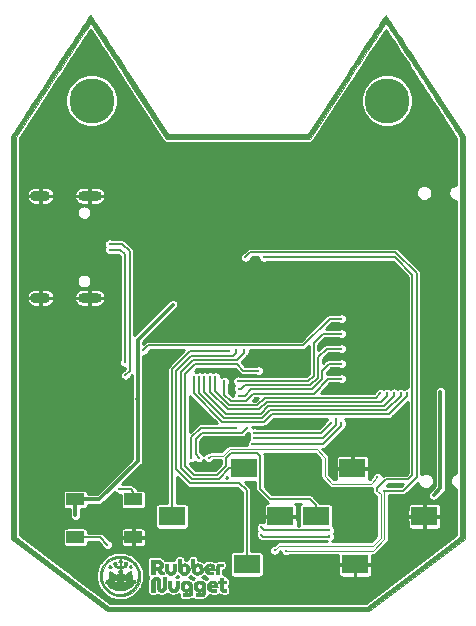
<source format=gbr>
%TF.GenerationSoftware,KiCad,Pcbnew,5.1.5+dfsg1-2build2*%
%TF.CreationDate,2022-05-20T22:28:17-07:00*%
%TF.ProjectId,v1.0-RubberNugget,76312e30-2d52-4756-9262-65724e756767,rev?*%
%TF.SameCoordinates,Original*%
%TF.FileFunction,Copper,L1,Top*%
%TF.FilePolarity,Positive*%
%FSLAX46Y46*%
G04 Gerber Fmt 4.6, Leading zero omitted, Abs format (unit mm)*
G04 Created by KiCad (PCBNEW 5.1.5+dfsg1-2build2) date 2022-05-20 22:28:17*
%MOMM*%
%LPD*%
G04 APERTURE LIST*
%TA.AperFunction,Profile*%
%ADD10C,0.200000*%
%TD*%
%TA.AperFunction,EtchedComponent*%
%ADD11C,0.010000*%
%TD*%
%TA.AperFunction,SMDPad,CuDef*%
%ADD12R,2.180000X1.600000*%
%TD*%
%TA.AperFunction,ComponentPad*%
%ADD13C,3.800000*%
%TD*%
%TA.AperFunction,ComponentPad*%
%ADD14O,1.700000X0.900000*%
%TD*%
%TA.AperFunction,ComponentPad*%
%ADD15O,2.000000X0.900000*%
%TD*%
%TA.AperFunction,SMDPad,CuDef*%
%ADD16R,1.500000X1.000000*%
%TD*%
%TA.AperFunction,ViaPad*%
%ADD17C,0.300000*%
%TD*%
%TA.AperFunction,Conductor*%
%ADD18C,0.300000*%
%TD*%
%TA.AperFunction,Conductor*%
%ADD19C,0.150000*%
%TD*%
%TA.AperFunction,Conductor*%
%ADD20C,0.100000*%
%TD*%
%TA.AperFunction,Conductor*%
%ADD21C,0.254000*%
%TD*%
%TA.AperFunction,NonConductor*%
%ADD22C,0.254000*%
%TD*%
G04 APERTURE END LIST*
D10*
X-19000000Y-17000000D02*
X-19000000Y17000000D01*
X-11000000Y-23000000D02*
X-19000000Y-17000000D01*
X11000000Y-23000000D02*
X-11000000Y-23000000D01*
X19000000Y-17000000D02*
X11000000Y-23000000D01*
X19000000Y17000000D02*
X19000000Y-17000000D01*
X12500000Y27000000D02*
X19000000Y17000000D01*
X6000000Y17000000D02*
X12500000Y27000000D01*
X-6000000Y17000000D02*
X6000000Y17000000D01*
X-12500000Y27000000D02*
X-6000000Y17000000D01*
X-19000000Y17000000D02*
X-12500000Y27000000D01*
D11*
%TO.C,Ref\002A\002A*%
G36*
X-12592561Y27249102D02*
G01*
X-12550415Y27187341D01*
X-12483038Y27086667D01*
X-12391642Y26948933D01*
X-12277437Y26775988D01*
X-12141635Y26569684D01*
X-11985446Y26331871D01*
X-11810083Y26064401D01*
X-11616756Y25769125D01*
X-11406676Y25447892D01*
X-11181055Y25102555D01*
X-10941104Y24734964D01*
X-10688034Y24346970D01*
X-10423056Y23940424D01*
X-10147381Y23517177D01*
X-9862221Y23079079D01*
X-9568787Y22627982D01*
X-9296504Y22209151D01*
X-6007308Y17148201D01*
X-111585Y17148201D01*
X5784138Y17148200D01*
X9072780Y22209150D01*
X9372625Y22670432D01*
X9665301Y23120378D01*
X9949597Y23557139D01*
X10224301Y23978864D01*
X10488202Y24383703D01*
X10740089Y24769806D01*
X10978751Y25135322D01*
X11202976Y25478402D01*
X11411553Y25797194D01*
X11603271Y26089850D01*
X11776919Y26354517D01*
X11931285Y26589347D01*
X12065159Y26792489D01*
X12177328Y26962092D01*
X12266582Y27096307D01*
X12331710Y27193283D01*
X12371500Y27251169D01*
X12384661Y27268316D01*
X12400419Y27247156D01*
X12442637Y27185227D01*
X12510109Y27084370D01*
X12601634Y26946424D01*
X12716006Y26773227D01*
X12852021Y26566620D01*
X13008477Y26328441D01*
X13184168Y26060531D01*
X13377891Y25764728D01*
X13588443Y25442871D01*
X13814619Y25096801D01*
X14055215Y24728356D01*
X14309027Y24339376D01*
X14574853Y23931700D01*
X14851487Y23507168D01*
X15137725Y23067618D01*
X15432365Y22614891D01*
X15734202Y22150825D01*
X15741650Y22139370D01*
X19075400Y17012209D01*
X19075400Y-17129201D01*
X15019829Y-20170800D01*
X10964258Y-23212400D01*
X-112221Y-23212179D01*
X-11188700Y-23211959D01*
X-15245069Y-20170529D01*
X-19301438Y-17129100D01*
X-19303994Y16893497D01*
X-18923001Y16893497D01*
X-18923001Y-21895D01*
X-18923000Y-16937287D01*
X-14979650Y-19896448D01*
X-11036300Y-22855608D01*
X-116425Y-22856204D01*
X10803451Y-22856800D01*
X14748925Y-19897670D01*
X18694399Y-16938541D01*
X18694400Y-20950D01*
X18694400Y16896641D01*
X18601793Y17041471D01*
X18553893Y17116030D01*
X18481727Y17227857D01*
X18386811Y17374621D01*
X18270662Y17553989D01*
X18134796Y17763630D01*
X17980728Y18001212D01*
X17809975Y18264404D01*
X17624052Y18550874D01*
X17424477Y18858291D01*
X17212765Y19184322D01*
X16990431Y19526636D01*
X16758993Y19882901D01*
X16519965Y20250786D01*
X16274865Y20627959D01*
X16025208Y21012088D01*
X15772510Y21400842D01*
X15518288Y21791889D01*
X15264057Y22182897D01*
X15011333Y22571534D01*
X14761633Y22955470D01*
X14516473Y23332372D01*
X14277368Y23699908D01*
X14045835Y24055748D01*
X13823390Y24397559D01*
X13611548Y24723009D01*
X13411827Y25029768D01*
X13225741Y25315502D01*
X13054808Y25577882D01*
X12900542Y25814574D01*
X12764461Y26023247D01*
X12648080Y26201571D01*
X12552915Y26347212D01*
X12480482Y26457839D01*
X12432298Y26531121D01*
X12409878Y26564726D01*
X12408465Y26566667D01*
X12400150Y26562985D01*
X12381811Y26543210D01*
X12352540Y26505965D01*
X12311429Y26449875D01*
X12257568Y26373567D01*
X12190050Y26275663D01*
X12107965Y26154790D01*
X12010406Y26009573D01*
X11896465Y25838635D01*
X11765231Y25640602D01*
X11615798Y25414100D01*
X11447257Y25157752D01*
X11258698Y24870183D01*
X11049215Y24550020D01*
X10817897Y24195885D01*
X10563837Y23806405D01*
X10286127Y23380205D01*
X9983857Y22915908D01*
X9656119Y22412140D01*
X9302006Y21867526D01*
X9182397Y21683517D01*
X5986942Y16767201D01*
X-6210300Y16767211D01*
X-9398000Y21671708D01*
X-9693188Y22125811D01*
X-9981131Y22568646D01*
X-10260602Y22998328D01*
X-10530372Y23412972D01*
X-10789212Y23810695D01*
X-11035894Y24189612D01*
X-11269189Y24547837D01*
X-11487869Y24883487D01*
X-11690704Y25194676D01*
X-11876467Y25479520D01*
X-12043928Y25736135D01*
X-12191860Y25962635D01*
X-12319033Y26157137D01*
X-12424219Y26317755D01*
X-12506190Y26442606D01*
X-12563716Y26529803D01*
X-12595569Y26577464D01*
X-12601897Y26586338D01*
X-12617039Y26566297D01*
X-12658595Y26505524D01*
X-12725331Y26405905D01*
X-12816013Y26269325D01*
X-12929407Y26097668D01*
X-13064279Y25892822D01*
X-13219395Y25656671D01*
X-13393521Y25391100D01*
X-13585422Y25097995D01*
X-13793866Y24779242D01*
X-14017618Y24436725D01*
X-14255443Y24072331D01*
X-14506109Y23687944D01*
X-14768381Y23285450D01*
X-15041024Y22866735D01*
X-15322806Y22433683D01*
X-15612492Y21988180D01*
X-15770547Y21744984D01*
X-18923001Y16893497D01*
X-19303994Y16893497D01*
X-19304000Y16970400D01*
X-19234150Y16971208D01*
X-19186966Y16973934D01*
X-19185527Y16986451D01*
X-19213022Y17008882D01*
X-19246106Y17046001D01*
X-19239339Y17091227D01*
X-19233767Y17103324D01*
X-19215351Y17134086D01*
X-19170901Y17204660D01*
X-19101885Y17312794D01*
X-19009769Y17456237D01*
X-18896021Y17632738D01*
X-18762108Y17840046D01*
X-18609497Y18075907D01*
X-18439656Y18338072D01*
X-18254052Y18624289D01*
X-18054152Y18932306D01*
X-17841423Y19259872D01*
X-17617332Y19604735D01*
X-17383348Y19964644D01*
X-17140936Y20337347D01*
X-16891565Y20720594D01*
X-16636701Y21112131D01*
X-16377812Y21509709D01*
X-16116365Y21911075D01*
X-15853827Y22313979D01*
X-15591666Y22716168D01*
X-15331348Y23115391D01*
X-15074341Y23509397D01*
X-14822113Y23895934D01*
X-14576129Y24272751D01*
X-14337859Y24637596D01*
X-14108768Y24988218D01*
X-13890325Y25322365D01*
X-13683995Y25637786D01*
X-13491248Y25932230D01*
X-13313549Y26203444D01*
X-13152366Y26449178D01*
X-13009167Y26667180D01*
X-12885418Y26855199D01*
X-12782587Y27010983D01*
X-12702141Y27132280D01*
X-12645547Y27216839D01*
X-12614273Y27262410D01*
X-12608265Y27270100D01*
X-12592561Y27249102D01*
G37*
X-12592561Y27249102D02*
X-12550415Y27187341D01*
X-12483038Y27086667D01*
X-12391642Y26948933D01*
X-12277437Y26775988D01*
X-12141635Y26569684D01*
X-11985446Y26331871D01*
X-11810083Y26064401D01*
X-11616756Y25769125D01*
X-11406676Y25447892D01*
X-11181055Y25102555D01*
X-10941104Y24734964D01*
X-10688034Y24346970D01*
X-10423056Y23940424D01*
X-10147381Y23517177D01*
X-9862221Y23079079D01*
X-9568787Y22627982D01*
X-9296504Y22209151D01*
X-6007308Y17148201D01*
X-111585Y17148201D01*
X5784138Y17148200D01*
X9072780Y22209150D01*
X9372625Y22670432D01*
X9665301Y23120378D01*
X9949597Y23557139D01*
X10224301Y23978864D01*
X10488202Y24383703D01*
X10740089Y24769806D01*
X10978751Y25135322D01*
X11202976Y25478402D01*
X11411553Y25797194D01*
X11603271Y26089850D01*
X11776919Y26354517D01*
X11931285Y26589347D01*
X12065159Y26792489D01*
X12177328Y26962092D01*
X12266582Y27096307D01*
X12331710Y27193283D01*
X12371500Y27251169D01*
X12384661Y27268316D01*
X12400419Y27247156D01*
X12442637Y27185227D01*
X12510109Y27084370D01*
X12601634Y26946424D01*
X12716006Y26773227D01*
X12852021Y26566620D01*
X13008477Y26328441D01*
X13184168Y26060531D01*
X13377891Y25764728D01*
X13588443Y25442871D01*
X13814619Y25096801D01*
X14055215Y24728356D01*
X14309027Y24339376D01*
X14574853Y23931700D01*
X14851487Y23507168D01*
X15137725Y23067618D01*
X15432365Y22614891D01*
X15734202Y22150825D01*
X15741650Y22139370D01*
X19075400Y17012209D01*
X19075400Y-17129201D01*
X15019829Y-20170800D01*
X10964258Y-23212400D01*
X-112221Y-23212179D01*
X-11188700Y-23211959D01*
X-15245069Y-20170529D01*
X-19301438Y-17129100D01*
X-19303994Y16893497D01*
X-18923001Y16893497D01*
X-18923001Y-21895D01*
X-18923000Y-16937287D01*
X-14979650Y-19896448D01*
X-11036300Y-22855608D01*
X-116425Y-22856204D01*
X10803451Y-22856800D01*
X14748925Y-19897670D01*
X18694399Y-16938541D01*
X18694400Y-20950D01*
X18694400Y16896641D01*
X18601793Y17041471D01*
X18553893Y17116030D01*
X18481727Y17227857D01*
X18386811Y17374621D01*
X18270662Y17553989D01*
X18134796Y17763630D01*
X17980728Y18001212D01*
X17809975Y18264404D01*
X17624052Y18550874D01*
X17424477Y18858291D01*
X17212765Y19184322D01*
X16990431Y19526636D01*
X16758993Y19882901D01*
X16519965Y20250786D01*
X16274865Y20627959D01*
X16025208Y21012088D01*
X15772510Y21400842D01*
X15518288Y21791889D01*
X15264057Y22182897D01*
X15011333Y22571534D01*
X14761633Y22955470D01*
X14516473Y23332372D01*
X14277368Y23699908D01*
X14045835Y24055748D01*
X13823390Y24397559D01*
X13611548Y24723009D01*
X13411827Y25029768D01*
X13225741Y25315502D01*
X13054808Y25577882D01*
X12900542Y25814574D01*
X12764461Y26023247D01*
X12648080Y26201571D01*
X12552915Y26347212D01*
X12480482Y26457839D01*
X12432298Y26531121D01*
X12409878Y26564726D01*
X12408465Y26566667D01*
X12400150Y26562985D01*
X12381811Y26543210D01*
X12352540Y26505965D01*
X12311429Y26449875D01*
X12257568Y26373567D01*
X12190050Y26275663D01*
X12107965Y26154790D01*
X12010406Y26009573D01*
X11896465Y25838635D01*
X11765231Y25640602D01*
X11615798Y25414100D01*
X11447257Y25157752D01*
X11258698Y24870183D01*
X11049215Y24550020D01*
X10817897Y24195885D01*
X10563837Y23806405D01*
X10286127Y23380205D01*
X9983857Y22915908D01*
X9656119Y22412140D01*
X9302006Y21867526D01*
X9182397Y21683517D01*
X5986942Y16767201D01*
X-6210300Y16767211D01*
X-9398000Y21671708D01*
X-9693188Y22125811D01*
X-9981131Y22568646D01*
X-10260602Y22998328D01*
X-10530372Y23412972D01*
X-10789212Y23810695D01*
X-11035894Y24189612D01*
X-11269189Y24547837D01*
X-11487869Y24883487D01*
X-11690704Y25194676D01*
X-11876467Y25479520D01*
X-12043928Y25736135D01*
X-12191860Y25962635D01*
X-12319033Y26157137D01*
X-12424219Y26317755D01*
X-12506190Y26442606D01*
X-12563716Y26529803D01*
X-12595569Y26577464D01*
X-12601897Y26586338D01*
X-12617039Y26566297D01*
X-12658595Y26505524D01*
X-12725331Y26405905D01*
X-12816013Y26269325D01*
X-12929407Y26097668D01*
X-13064279Y25892822D01*
X-13219395Y25656671D01*
X-13393521Y25391100D01*
X-13585422Y25097995D01*
X-13793866Y24779242D01*
X-14017618Y24436725D01*
X-14255443Y24072331D01*
X-14506109Y23687944D01*
X-14768381Y23285450D01*
X-15041024Y22866735D01*
X-15322806Y22433683D01*
X-15612492Y21988180D01*
X-15770547Y21744984D01*
X-18923001Y16893497D01*
X-19303994Y16893497D01*
X-19304000Y16970400D01*
X-19234150Y16971208D01*
X-19186966Y16973934D01*
X-19185527Y16986451D01*
X-19213022Y17008882D01*
X-19246106Y17046001D01*
X-19239339Y17091227D01*
X-19233767Y17103324D01*
X-19215351Y17134086D01*
X-19170901Y17204660D01*
X-19101885Y17312794D01*
X-19009769Y17456237D01*
X-18896021Y17632738D01*
X-18762108Y17840046D01*
X-18609497Y18075907D01*
X-18439656Y18338072D01*
X-18254052Y18624289D01*
X-18054152Y18932306D01*
X-17841423Y19259872D01*
X-17617332Y19604735D01*
X-17383348Y19964644D01*
X-17140936Y20337347D01*
X-16891565Y20720594D01*
X-16636701Y21112131D01*
X-16377812Y21509709D01*
X-16116365Y21911075D01*
X-15853827Y22313979D01*
X-15591666Y22716168D01*
X-15331348Y23115391D01*
X-15074341Y23509397D01*
X-14822113Y23895934D01*
X-14576129Y24272751D01*
X-14337859Y24637596D01*
X-14108768Y24988218D01*
X-13890325Y25322365D01*
X-13683995Y25637786D01*
X-13491248Y25932230D01*
X-13313549Y26203444D01*
X-13152366Y26449178D01*
X-13009167Y26667180D01*
X-12885418Y26855199D01*
X-12782587Y27010983D01*
X-12702141Y27132280D01*
X-12645547Y27216839D01*
X-12614273Y27262410D01*
X-12608265Y27270100D01*
X-12592561Y27249102D01*
G36*
X-9815641Y-18557798D02*
G01*
X-9717043Y-18575739D01*
X-9449053Y-18660375D01*
X-9202722Y-18787393D01*
X-8981786Y-18951723D01*
X-8789982Y-19148293D01*
X-8631047Y-19372032D01*
X-8508718Y-19617869D01*
X-8426731Y-19880734D01*
X-8388822Y-20155554D01*
X-8392156Y-20373758D01*
X-8440175Y-20662567D01*
X-8531771Y-20930902D01*
X-8662796Y-21175465D01*
X-8829102Y-21392959D01*
X-9026542Y-21580088D01*
X-9250967Y-21733555D01*
X-9498230Y-21850063D01*
X-9764183Y-21926315D01*
X-10044679Y-21959016D01*
X-10335569Y-21944867D01*
X-10363890Y-21940923D01*
X-10619461Y-21879113D01*
X-10869495Y-21773073D01*
X-11104647Y-21629082D01*
X-11315576Y-21453423D01*
X-11492939Y-21252377D01*
X-11577848Y-21124748D01*
X-11700836Y-20867002D01*
X-11778620Y-20592826D01*
X-11810894Y-20309551D01*
X-11807906Y-20246619D01*
X-11629960Y-20246619D01*
X-11625433Y-20424589D01*
X-11609396Y-20551377D01*
X-11544698Y-20771149D01*
X-11439029Y-20990654D01*
X-11300722Y-21197391D01*
X-11138110Y-21378857D01*
X-10964022Y-21519584D01*
X-10726957Y-21648169D01*
X-10471602Y-21734312D01*
X-10206593Y-21776719D01*
X-9940560Y-21774097D01*
X-9682139Y-21725153D01*
X-9652000Y-21716090D01*
X-9404543Y-21612657D01*
X-9178016Y-21466821D01*
X-8978509Y-21284670D01*
X-8812108Y-21072295D01*
X-8684901Y-20835782D01*
X-8633906Y-20697800D01*
X-8575158Y-20427987D01*
X-8565797Y-20159026D01*
X-8604582Y-19895905D01*
X-8690268Y-19643613D01*
X-8821612Y-19407140D01*
X-8997373Y-19191474D01*
X-9013280Y-19175304D01*
X-9221867Y-18993175D01*
X-9439025Y-18859036D01*
X-9671364Y-18770116D01*
X-9925494Y-18723641D01*
X-10111206Y-18714870D01*
X-10381845Y-18739154D01*
X-10639867Y-18809895D01*
X-10879907Y-18923291D01*
X-11096603Y-19075541D01*
X-11284590Y-19262846D01*
X-11438506Y-19481404D01*
X-11552986Y-19727413D01*
X-11557324Y-19739641D01*
X-11594669Y-19884861D01*
X-11619293Y-20060282D01*
X-11629960Y-20246619D01*
X-11807906Y-20246619D01*
X-11797357Y-20024507D01*
X-11737704Y-19745024D01*
X-11644913Y-19505503D01*
X-11495234Y-19248743D01*
X-11309710Y-19027924D01*
X-11088844Y-18843498D01*
X-10833141Y-18695920D01*
X-10668000Y-18626995D01*
X-10478219Y-18575601D01*
X-10260625Y-18546275D01*
X-10033629Y-18540010D01*
X-9815641Y-18557798D01*
G37*
X-9815641Y-18557798D02*
X-9717043Y-18575739D01*
X-9449053Y-18660375D01*
X-9202722Y-18787393D01*
X-8981786Y-18951723D01*
X-8789982Y-19148293D01*
X-8631047Y-19372032D01*
X-8508718Y-19617869D01*
X-8426731Y-19880734D01*
X-8388822Y-20155554D01*
X-8392156Y-20373758D01*
X-8440175Y-20662567D01*
X-8531771Y-20930902D01*
X-8662796Y-21175465D01*
X-8829102Y-21392959D01*
X-9026542Y-21580088D01*
X-9250967Y-21733555D01*
X-9498230Y-21850063D01*
X-9764183Y-21926315D01*
X-10044679Y-21959016D01*
X-10335569Y-21944867D01*
X-10363890Y-21940923D01*
X-10619461Y-21879113D01*
X-10869495Y-21773073D01*
X-11104647Y-21629082D01*
X-11315576Y-21453423D01*
X-11492939Y-21252377D01*
X-11577848Y-21124748D01*
X-11700836Y-20867002D01*
X-11778620Y-20592826D01*
X-11810894Y-20309551D01*
X-11807906Y-20246619D01*
X-11629960Y-20246619D01*
X-11625433Y-20424589D01*
X-11609396Y-20551377D01*
X-11544698Y-20771149D01*
X-11439029Y-20990654D01*
X-11300722Y-21197391D01*
X-11138110Y-21378857D01*
X-10964022Y-21519584D01*
X-10726957Y-21648169D01*
X-10471602Y-21734312D01*
X-10206593Y-21776719D01*
X-9940560Y-21774097D01*
X-9682139Y-21725153D01*
X-9652000Y-21716090D01*
X-9404543Y-21612657D01*
X-9178016Y-21466821D01*
X-8978509Y-21284670D01*
X-8812108Y-21072295D01*
X-8684901Y-20835782D01*
X-8633906Y-20697800D01*
X-8575158Y-20427987D01*
X-8565797Y-20159026D01*
X-8604582Y-19895905D01*
X-8690268Y-19643613D01*
X-8821612Y-19407140D01*
X-8997373Y-19191474D01*
X-9013280Y-19175304D01*
X-9221867Y-18993175D01*
X-9439025Y-18859036D01*
X-9671364Y-18770116D01*
X-9925494Y-18723641D01*
X-10111206Y-18714870D01*
X-10381845Y-18739154D01*
X-10639867Y-18809895D01*
X-10879907Y-18923291D01*
X-11096603Y-19075541D01*
X-11284590Y-19262846D01*
X-11438506Y-19481404D01*
X-11552986Y-19727413D01*
X-11557324Y-19739641D01*
X-11594669Y-19884861D01*
X-11619293Y-20060282D01*
X-11629960Y-20246619D01*
X-11807906Y-20246619D01*
X-11797357Y-20024507D01*
X-11737704Y-19745024D01*
X-11644913Y-19505503D01*
X-11495234Y-19248743D01*
X-11309710Y-19027924D01*
X-11088844Y-18843498D01*
X-10833141Y-18695920D01*
X-10668000Y-18626995D01*
X-10478219Y-18575601D01*
X-10260625Y-18546275D01*
X-10033629Y-18540010D01*
X-9815641Y-18557798D01*
G36*
X-4384067Y-20661599D02*
G01*
X-4308083Y-20669316D01*
X-4252875Y-20685881D01*
X-4203470Y-20714324D01*
X-4194391Y-20720687D01*
X-4131552Y-20773164D01*
X-4084758Y-20833813D01*
X-4051809Y-20910645D01*
X-4030507Y-21011670D01*
X-4018655Y-21144899D01*
X-4014053Y-21318342D01*
X-4013758Y-21378919D01*
X-4015367Y-21534372D01*
X-4020349Y-21663977D01*
X-4028226Y-21759907D01*
X-4038522Y-21814339D01*
X-4040645Y-21819220D01*
X-4085255Y-21870556D01*
X-4159442Y-21906973D01*
X-4268934Y-21929941D01*
X-4419455Y-21940929D01*
X-4520385Y-21942400D01*
X-4800600Y-21942400D01*
X-4800600Y-21715577D01*
X-4540250Y-21708338D01*
X-4279900Y-21701100D01*
X-4271894Y-21589143D01*
X-4263888Y-21477187D01*
X-4325331Y-21517445D01*
X-4445658Y-21568205D01*
X-4575181Y-21576206D01*
X-4702870Y-21545287D01*
X-4817696Y-21479291D01*
X-4908631Y-21382058D01*
X-4951443Y-21299396D01*
X-4978570Y-21166942D01*
X-4974530Y-21103772D01*
X-4699000Y-21103772D01*
X-4687951Y-21208144D01*
X-4650075Y-21279668D01*
X-4584700Y-21328869D01*
X-4520605Y-21353884D01*
X-4459107Y-21348383D01*
X-4393583Y-21319780D01*
X-4327238Y-21259510D01*
X-4292340Y-21172658D01*
X-4290122Y-21073479D01*
X-4321816Y-20976229D01*
X-4359268Y-20922900D01*
X-4425247Y-20884044D01*
X-4510730Y-20876727D01*
X-4595847Y-20900387D01*
X-4640213Y-20930827D01*
X-4680699Y-20984725D01*
X-4697388Y-21057334D01*
X-4699000Y-21103772D01*
X-4974530Y-21103772D01*
X-4969563Y-21026114D01*
X-4928353Y-20891664D01*
X-4858873Y-20778344D01*
X-4797210Y-20720687D01*
X-4747288Y-20689876D01*
X-4694160Y-20671469D01*
X-4622851Y-20662435D01*
X-4518388Y-20659744D01*
X-4495800Y-20659700D01*
X-4384067Y-20661599D01*
G37*
X-4384067Y-20661599D02*
X-4308083Y-20669316D01*
X-4252875Y-20685881D01*
X-4203470Y-20714324D01*
X-4194391Y-20720687D01*
X-4131552Y-20773164D01*
X-4084758Y-20833813D01*
X-4051809Y-20910645D01*
X-4030507Y-21011670D01*
X-4018655Y-21144899D01*
X-4014053Y-21318342D01*
X-4013758Y-21378919D01*
X-4015367Y-21534372D01*
X-4020349Y-21663977D01*
X-4028226Y-21759907D01*
X-4038522Y-21814339D01*
X-4040645Y-21819220D01*
X-4085255Y-21870556D01*
X-4159442Y-21906973D01*
X-4268934Y-21929941D01*
X-4419455Y-21940929D01*
X-4520385Y-21942400D01*
X-4800600Y-21942400D01*
X-4800600Y-21715577D01*
X-4540250Y-21708338D01*
X-4279900Y-21701100D01*
X-4271894Y-21589143D01*
X-4263888Y-21477187D01*
X-4325331Y-21517445D01*
X-4445658Y-21568205D01*
X-4575181Y-21576206D01*
X-4702870Y-21545287D01*
X-4817696Y-21479291D01*
X-4908631Y-21382058D01*
X-4951443Y-21299396D01*
X-4978570Y-21166942D01*
X-4974530Y-21103772D01*
X-4699000Y-21103772D01*
X-4687951Y-21208144D01*
X-4650075Y-21279668D01*
X-4584700Y-21328869D01*
X-4520605Y-21353884D01*
X-4459107Y-21348383D01*
X-4393583Y-21319780D01*
X-4327238Y-21259510D01*
X-4292340Y-21172658D01*
X-4290122Y-21073479D01*
X-4321816Y-20976229D01*
X-4359268Y-20922900D01*
X-4425247Y-20884044D01*
X-4510730Y-20876727D01*
X-4595847Y-20900387D01*
X-4640213Y-20930827D01*
X-4680699Y-20984725D01*
X-4697388Y-21057334D01*
X-4699000Y-21103772D01*
X-4974530Y-21103772D01*
X-4969563Y-21026114D01*
X-4928353Y-20891664D01*
X-4858873Y-20778344D01*
X-4797210Y-20720687D01*
X-4747288Y-20689876D01*
X-4694160Y-20671469D01*
X-4622851Y-20662435D01*
X-4518388Y-20659744D01*
X-4495800Y-20659700D01*
X-4384067Y-20661599D01*
G36*
X-3245621Y-20659162D02*
G01*
X-3123391Y-20695714D01*
X-3028947Y-20765979D01*
X-2954656Y-20873245D01*
X-2931438Y-20921212D01*
X-2915222Y-20969070D01*
X-2904769Y-21027036D01*
X-2898839Y-21105330D01*
X-2896196Y-21214170D01*
X-2895600Y-21360541D01*
X-2897273Y-21498959D01*
X-2901869Y-21623925D01*
X-2908756Y-21724384D01*
X-2917304Y-21789283D01*
X-2920839Y-21802275D01*
X-2956824Y-21858275D01*
X-3019753Y-21898546D01*
X-3115588Y-21924821D01*
X-3250292Y-21938834D01*
X-3402785Y-21942400D01*
X-3683000Y-21942400D01*
X-3683000Y-21713800D01*
X-3431718Y-21713800D01*
X-3308979Y-21712562D01*
X-3228246Y-21705581D01*
X-3180732Y-21687953D01*
X-3157649Y-21654778D01*
X-3150210Y-21601150D01*
X-3149600Y-21556401D01*
X-3149600Y-21479357D01*
X-3219450Y-21525819D01*
X-3314263Y-21563316D01*
X-3432252Y-21574172D01*
X-3553626Y-21558846D01*
X-3658591Y-21517796D01*
X-3662261Y-21515568D01*
X-3758343Y-21428401D01*
X-3822541Y-21312824D01*
X-3854606Y-21180174D01*
X-3854514Y-21139450D01*
X-3590717Y-21139450D01*
X-3561776Y-21231003D01*
X-3509400Y-21301741D01*
X-3485017Y-21318865D01*
X-3411212Y-21350951D01*
X-3349860Y-21350872D01*
X-3278417Y-21321039D01*
X-3222588Y-21282319D01*
X-3190779Y-21242762D01*
X-3174138Y-21148876D01*
X-3183993Y-21045343D01*
X-3217223Y-20957561D01*
X-3227644Y-20942525D01*
X-3298282Y-20887655D01*
X-3381912Y-20872958D01*
X-3465895Y-20894751D01*
X-3537589Y-20949348D01*
X-3584353Y-21033065D01*
X-3588377Y-21047664D01*
X-3590717Y-21139450D01*
X-3854514Y-21139450D01*
X-3854290Y-21041787D01*
X-3821347Y-20909001D01*
X-3755530Y-20793149D01*
X-3679610Y-20720687D01*
X-3620187Y-20686124D01*
X-3551144Y-20665610D01*
X-3455515Y-20654946D01*
X-3403600Y-20652405D01*
X-3245621Y-20659162D01*
G37*
X-3245621Y-20659162D02*
X-3123391Y-20695714D01*
X-3028947Y-20765979D01*
X-2954656Y-20873245D01*
X-2931438Y-20921212D01*
X-2915222Y-20969070D01*
X-2904769Y-21027036D01*
X-2898839Y-21105330D01*
X-2896196Y-21214170D01*
X-2895600Y-21360541D01*
X-2897273Y-21498959D01*
X-2901869Y-21623925D01*
X-2908756Y-21724384D01*
X-2917304Y-21789283D01*
X-2920839Y-21802275D01*
X-2956824Y-21858275D01*
X-3019753Y-21898546D01*
X-3115588Y-21924821D01*
X-3250292Y-21938834D01*
X-3402785Y-21942400D01*
X-3683000Y-21942400D01*
X-3683000Y-21713800D01*
X-3431718Y-21713800D01*
X-3308979Y-21712562D01*
X-3228246Y-21705581D01*
X-3180732Y-21687953D01*
X-3157649Y-21654778D01*
X-3150210Y-21601150D01*
X-3149600Y-21556401D01*
X-3149600Y-21479357D01*
X-3219450Y-21525819D01*
X-3314263Y-21563316D01*
X-3432252Y-21574172D01*
X-3553626Y-21558846D01*
X-3658591Y-21517796D01*
X-3662261Y-21515568D01*
X-3758343Y-21428401D01*
X-3822541Y-21312824D01*
X-3854606Y-21180174D01*
X-3854514Y-21139450D01*
X-3590717Y-21139450D01*
X-3561776Y-21231003D01*
X-3509400Y-21301741D01*
X-3485017Y-21318865D01*
X-3411212Y-21350951D01*
X-3349860Y-21350872D01*
X-3278417Y-21321039D01*
X-3222588Y-21282319D01*
X-3190779Y-21242762D01*
X-3174138Y-21148876D01*
X-3183993Y-21045343D01*
X-3217223Y-20957561D01*
X-3227644Y-20942525D01*
X-3298282Y-20887655D01*
X-3381912Y-20872958D01*
X-3465895Y-20894751D01*
X-3537589Y-20949348D01*
X-3584353Y-21033065D01*
X-3588377Y-21047664D01*
X-3590717Y-21139450D01*
X-3854514Y-21139450D01*
X-3854290Y-21041787D01*
X-3821347Y-20909001D01*
X-3755530Y-20793149D01*
X-3679610Y-20720687D01*
X-3620187Y-20686124D01*
X-3551144Y-20665610D01*
X-3455515Y-20654946D01*
X-3403600Y-20652405D01*
X-3245621Y-20659162D01*
G36*
X-6974550Y-20320320D02*
G01*
X-6876129Y-20368555D01*
X-6786685Y-20458144D01*
X-6770670Y-20478942D01*
X-6749924Y-20512077D01*
X-6734761Y-20553314D01*
X-6723887Y-20611664D01*
X-6716009Y-20696136D01*
X-6709830Y-20815742D01*
X-6705600Y-20931900D01*
X-6699812Y-21082996D01*
X-6693373Y-21191016D01*
X-6685234Y-21263682D01*
X-6674345Y-21308718D01*
X-6659659Y-21333847D01*
X-6649937Y-21341759D01*
X-6606351Y-21353203D01*
X-6558353Y-21324717D01*
X-6554687Y-21321445D01*
X-6536387Y-21302079D01*
X-6522932Y-21276969D01*
X-6513580Y-21238663D01*
X-6507592Y-21179712D01*
X-6504226Y-21092666D01*
X-6502743Y-20970074D01*
X-6502401Y-20804486D01*
X-6502400Y-20795463D01*
X-6502400Y-20316800D01*
X-6223000Y-20316800D01*
X-6223142Y-20780350D01*
X-6224593Y-20935725D01*
X-6228529Y-21079735D01*
X-6234474Y-21202140D01*
X-6241947Y-21292706D01*
X-6249159Y-21337060D01*
X-6286726Y-21415742D01*
X-6347782Y-21493008D01*
X-6364201Y-21508510D01*
X-6424671Y-21555104D01*
X-6482826Y-21578550D01*
X-6561035Y-21586312D01*
X-6598534Y-21586705D01*
X-6732213Y-21573622D01*
X-6825017Y-21537028D01*
X-6883441Y-21495429D01*
X-6925920Y-21446954D01*
X-6954882Y-21383156D01*
X-6972754Y-21295587D01*
X-6981964Y-21175799D01*
X-6984940Y-21015344D01*
X-6985000Y-20980275D01*
X-6986014Y-20832490D01*
X-6989604Y-20727332D01*
X-6996593Y-20656657D01*
X-7007805Y-20612322D01*
X-7024061Y-20586183D01*
X-7024915Y-20585314D01*
X-7070120Y-20553025D01*
X-7096035Y-20545400D01*
X-7126487Y-20549994D01*
X-7149471Y-20567860D01*
X-7166010Y-20605119D01*
X-7177128Y-20667892D01*
X-7183848Y-20762301D01*
X-7187195Y-20894467D01*
X-7188190Y-21070513D01*
X-7188200Y-21096580D01*
X-7188200Y-21586800D01*
X-7467600Y-21586800D01*
X-7467506Y-21072450D01*
X-7467072Y-20895598D01*
X-7465423Y-20761933D01*
X-7461926Y-20663845D01*
X-7455945Y-20593724D01*
X-7446849Y-20543959D01*
X-7434002Y-20506941D01*
X-7417918Y-20476930D01*
X-7338242Y-20380220D01*
X-7238101Y-20324941D01*
X-7107930Y-20306010D01*
X-7096100Y-20305914D01*
X-6974550Y-20320320D01*
G37*
X-6974550Y-20320320D02*
X-6876129Y-20368555D01*
X-6786685Y-20458144D01*
X-6770670Y-20478942D01*
X-6749924Y-20512077D01*
X-6734761Y-20553314D01*
X-6723887Y-20611664D01*
X-6716009Y-20696136D01*
X-6709830Y-20815742D01*
X-6705600Y-20931900D01*
X-6699812Y-21082996D01*
X-6693373Y-21191016D01*
X-6685234Y-21263682D01*
X-6674345Y-21308718D01*
X-6659659Y-21333847D01*
X-6649937Y-21341759D01*
X-6606351Y-21353203D01*
X-6558353Y-21324717D01*
X-6554687Y-21321445D01*
X-6536387Y-21302079D01*
X-6522932Y-21276969D01*
X-6513580Y-21238663D01*
X-6507592Y-21179712D01*
X-6504226Y-21092666D01*
X-6502743Y-20970074D01*
X-6502401Y-20804486D01*
X-6502400Y-20795463D01*
X-6502400Y-20316800D01*
X-6223000Y-20316800D01*
X-6223142Y-20780350D01*
X-6224593Y-20935725D01*
X-6228529Y-21079735D01*
X-6234474Y-21202140D01*
X-6241947Y-21292706D01*
X-6249159Y-21337060D01*
X-6286726Y-21415742D01*
X-6347782Y-21493008D01*
X-6364201Y-21508510D01*
X-6424671Y-21555104D01*
X-6482826Y-21578550D01*
X-6561035Y-21586312D01*
X-6598534Y-21586705D01*
X-6732213Y-21573622D01*
X-6825017Y-21537028D01*
X-6883441Y-21495429D01*
X-6925920Y-21446954D01*
X-6954882Y-21383156D01*
X-6972754Y-21295587D01*
X-6981964Y-21175799D01*
X-6984940Y-21015344D01*
X-6985000Y-20980275D01*
X-6986014Y-20832490D01*
X-6989604Y-20727332D01*
X-6996593Y-20656657D01*
X-7007805Y-20612322D01*
X-7024061Y-20586183D01*
X-7024915Y-20585314D01*
X-7070120Y-20553025D01*
X-7096035Y-20545400D01*
X-7126487Y-20549994D01*
X-7149471Y-20567860D01*
X-7166010Y-20605119D01*
X-7177128Y-20667892D01*
X-7183848Y-20762301D01*
X-7187195Y-20894467D01*
X-7188190Y-21070513D01*
X-7188200Y-21096580D01*
X-7188200Y-21586800D01*
X-7467600Y-21586800D01*
X-7467506Y-21072450D01*
X-7467072Y-20895598D01*
X-7465423Y-20761933D01*
X-7461926Y-20663845D01*
X-7455945Y-20593724D01*
X-7446849Y-20543959D01*
X-7434002Y-20506941D01*
X-7417918Y-20476930D01*
X-7338242Y-20380220D01*
X-7238101Y-20324941D01*
X-7107930Y-20306010D01*
X-7096100Y-20305914D01*
X-6974550Y-20320320D01*
G36*
X-5765800Y-20951800D02*
G01*
X-5764944Y-21083509D01*
X-5761428Y-21174383D01*
X-5753831Y-21234370D01*
X-5740731Y-21273420D01*
X-5720707Y-21301482D01*
X-5715000Y-21307400D01*
X-5639799Y-21349732D01*
X-5549778Y-21353053D01*
X-5466652Y-21318659D01*
X-5443093Y-21299092D01*
X-5427188Y-21273179D01*
X-5417441Y-21231507D01*
X-5412360Y-21164665D01*
X-5410451Y-21063243D01*
X-5410200Y-20963059D01*
X-5410200Y-20647000D01*
X-5126865Y-20647000D01*
X-5135183Y-20988139D01*
X-5139509Y-21130185D01*
X-5145377Y-21231261D01*
X-5154251Y-21301195D01*
X-5167594Y-21349817D01*
X-5186869Y-21386956D01*
X-5196636Y-21400889D01*
X-5289045Y-21500179D01*
X-5394764Y-21559452D01*
X-5526614Y-21584796D01*
X-5588000Y-21586800D01*
X-5695420Y-21582435D01*
X-5771308Y-21566532D01*
X-5834402Y-21534880D01*
X-5842259Y-21529650D01*
X-5913586Y-21477126D01*
X-5964747Y-21425443D01*
X-5999364Y-21364748D01*
X-6021059Y-21285187D01*
X-6033456Y-21176906D01*
X-6040175Y-21030051D01*
X-6041343Y-20988079D01*
X-6050185Y-20647000D01*
X-5765800Y-20647000D01*
X-5765800Y-20951800D01*
G37*
X-5765800Y-20951800D02*
X-5764944Y-21083509D01*
X-5761428Y-21174383D01*
X-5753831Y-21234370D01*
X-5740731Y-21273420D01*
X-5720707Y-21301482D01*
X-5715000Y-21307400D01*
X-5639799Y-21349732D01*
X-5549778Y-21353053D01*
X-5466652Y-21318659D01*
X-5443093Y-21299092D01*
X-5427188Y-21273179D01*
X-5417441Y-21231507D01*
X-5412360Y-21164665D01*
X-5410451Y-21063243D01*
X-5410200Y-20963059D01*
X-5410200Y-20647000D01*
X-5126865Y-20647000D01*
X-5135183Y-20988139D01*
X-5139509Y-21130185D01*
X-5145377Y-21231261D01*
X-5154251Y-21301195D01*
X-5167594Y-21349817D01*
X-5186869Y-21386956D01*
X-5196636Y-21400889D01*
X-5289045Y-21500179D01*
X-5394764Y-21559452D01*
X-5526614Y-21584796D01*
X-5588000Y-21586800D01*
X-5695420Y-21582435D01*
X-5771308Y-21566532D01*
X-5834402Y-21534880D01*
X-5842259Y-21529650D01*
X-5913586Y-21477126D01*
X-5964747Y-21425443D01*
X-5999364Y-21364748D01*
X-6021059Y-21285187D01*
X-6033456Y-21176906D01*
X-6040175Y-21030051D01*
X-6041343Y-20988079D01*
X-6050185Y-20647000D01*
X-5765800Y-20647000D01*
X-5765800Y-20951800D01*
G36*
X-2131015Y-20662594D02*
G01*
X-2014049Y-20718553D01*
X-1930112Y-20812582D01*
X-1878115Y-20945742D01*
X-1860788Y-21055345D01*
X-1847145Y-21205800D01*
X-2154676Y-21205800D01*
X-2288937Y-21206986D01*
X-2378726Y-21211003D01*
X-2430327Y-21218540D01*
X-2450023Y-21230282D01*
X-2449813Y-21238096D01*
X-2402197Y-21291713D01*
X-2307055Y-21329520D01*
X-2165237Y-21351200D01*
X-2139950Y-21353045D01*
X-1955800Y-21364880D01*
X-1955800Y-21586800D01*
X-2127250Y-21584200D01*
X-2229446Y-21579958D01*
X-2322927Y-21571539D01*
X-2378958Y-21562476D01*
X-2525642Y-21504641D01*
X-2637443Y-21411777D01*
X-2710742Y-21288391D01*
X-2741921Y-21138990D01*
X-2742783Y-21109288D01*
X-2729356Y-21000515D01*
X-2457730Y-21000515D01*
X-2425993Y-21019823D01*
X-2348861Y-21027355D01*
X-2298700Y-21028000D01*
X-2201731Y-21024595D01*
X-2148823Y-21013531D01*
X-2133600Y-20994754D01*
X-2156439Y-20932709D01*
X-2214995Y-20881885D01*
X-2265672Y-20861857D01*
X-2325719Y-20859925D01*
X-2380941Y-20892994D01*
X-2399022Y-20910112D01*
X-2447572Y-20965316D01*
X-2457730Y-21000515D01*
X-2729356Y-21000515D01*
X-2722887Y-20948112D01*
X-2663947Y-20818171D01*
X-2568722Y-20722254D01*
X-2439973Y-20663150D01*
X-2282097Y-20643640D01*
X-2131015Y-20662594D01*
G37*
X-2131015Y-20662594D02*
X-2014049Y-20718553D01*
X-1930112Y-20812582D01*
X-1878115Y-20945742D01*
X-1860788Y-21055345D01*
X-1847145Y-21205800D01*
X-2154676Y-21205800D01*
X-2288937Y-21206986D01*
X-2378726Y-21211003D01*
X-2430327Y-21218540D01*
X-2450023Y-21230282D01*
X-2449813Y-21238096D01*
X-2402197Y-21291713D01*
X-2307055Y-21329520D01*
X-2165237Y-21351200D01*
X-2139950Y-21353045D01*
X-1955800Y-21364880D01*
X-1955800Y-21586800D01*
X-2127250Y-21584200D01*
X-2229446Y-21579958D01*
X-2322927Y-21571539D01*
X-2378958Y-21562476D01*
X-2525642Y-21504641D01*
X-2637443Y-21411777D01*
X-2710742Y-21288391D01*
X-2741921Y-21138990D01*
X-2742783Y-21109288D01*
X-2729356Y-21000515D01*
X-2457730Y-21000515D01*
X-2425993Y-21019823D01*
X-2348861Y-21027355D01*
X-2298700Y-21028000D01*
X-2201731Y-21024595D01*
X-2148823Y-21013531D01*
X-2133600Y-20994754D01*
X-2156439Y-20932709D01*
X-2214995Y-20881885D01*
X-2265672Y-20861857D01*
X-2325719Y-20859925D01*
X-2380941Y-20892994D01*
X-2399022Y-20910112D01*
X-2447572Y-20965316D01*
X-2457730Y-21000515D01*
X-2729356Y-21000515D01*
X-2722887Y-20948112D01*
X-2663947Y-20818171D01*
X-2568722Y-20722254D01*
X-2439973Y-20663150D01*
X-2282097Y-20643640D01*
X-2131015Y-20662594D01*
G36*
X-1517650Y-20423422D02*
G01*
X-1384300Y-20431100D01*
X-1368680Y-20647000D01*
X-1143000Y-20647000D01*
X-1143000Y-20875600D01*
X-1373507Y-20875600D01*
X-1366204Y-21110550D01*
X-1358900Y-21345500D01*
X-1143000Y-21361120D01*
X-1143000Y-21586800D01*
X-1289050Y-21586221D01*
X-1386000Y-21578949D01*
X-1474954Y-21560964D01*
X-1514274Y-21546584D01*
X-1571312Y-21509674D01*
X-1610528Y-21458925D01*
X-1634898Y-21385238D01*
X-1647396Y-21279514D01*
X-1650999Y-21132652D01*
X-1651000Y-21128404D01*
X-1651000Y-20875600D01*
X-1727200Y-20875600D01*
X-1774057Y-20872286D01*
X-1796250Y-20853155D01*
X-1802970Y-20804420D01*
X-1803400Y-20761300D01*
X-1801192Y-20691015D01*
X-1788438Y-20657725D01*
X-1755948Y-20647646D01*
X-1727200Y-20647000D01*
X-1680538Y-20643749D01*
X-1658306Y-20624856D01*
X-1651471Y-20576611D01*
X-1651000Y-20531372D01*
X-1651000Y-20415745D01*
X-1517650Y-20423422D01*
G37*
X-1517650Y-20423422D02*
X-1384300Y-20431100D01*
X-1368680Y-20647000D01*
X-1143000Y-20647000D01*
X-1143000Y-20875600D01*
X-1373507Y-20875600D01*
X-1366204Y-21110550D01*
X-1358900Y-21345500D01*
X-1143000Y-21361120D01*
X-1143000Y-21586800D01*
X-1289050Y-21586221D01*
X-1386000Y-21578949D01*
X-1474954Y-21560964D01*
X-1514274Y-21546584D01*
X-1571312Y-21509674D01*
X-1610528Y-21458925D01*
X-1634898Y-21385238D01*
X-1647396Y-21279514D01*
X-1650999Y-21132652D01*
X-1651000Y-21128404D01*
X-1651000Y-20875600D01*
X-1727200Y-20875600D01*
X-1774057Y-20872286D01*
X-1796250Y-20853155D01*
X-1802970Y-20804420D01*
X-1803400Y-20761300D01*
X-1801192Y-20691015D01*
X-1788438Y-20657725D01*
X-1755948Y-20647646D01*
X-1727200Y-20647000D01*
X-1680538Y-20643749D01*
X-1658306Y-20624856D01*
X-1651471Y-20576611D01*
X-1651000Y-20531372D01*
X-1651000Y-20415745D01*
X-1517650Y-20423422D01*
G36*
X-6019800Y-19492454D02*
G01*
X-6019161Y-19619514D01*
X-6016002Y-19706393D01*
X-6008461Y-19763704D01*
X-5994680Y-19802060D01*
X-5972796Y-19832077D01*
X-5957455Y-19848054D01*
X-5895551Y-19891370D01*
X-5831602Y-19910363D01*
X-5829300Y-19910400D01*
X-5765968Y-19892790D01*
X-5703330Y-19850200D01*
X-5701146Y-19848054D01*
X-5674269Y-19818169D01*
X-5656471Y-19785509D01*
X-5645889Y-19739462D01*
X-5640665Y-19669413D01*
X-5638936Y-19564748D01*
X-5638800Y-19492454D01*
X-5638800Y-19199200D01*
X-5384800Y-19199200D01*
X-5384800Y-19523446D01*
X-5386089Y-19667043D01*
X-5390762Y-19770482D01*
X-5400026Y-19844356D01*
X-5415092Y-19899261D01*
X-5431895Y-19936196D01*
X-5513529Y-20037475D01*
X-5630321Y-20104967D01*
X-5777442Y-20136218D01*
X-5829300Y-20138164D01*
X-5952315Y-20128851D01*
X-6050046Y-20097509D01*
X-6080656Y-20081432D01*
X-6152963Y-20032595D01*
X-6205167Y-19975826D01*
X-6240308Y-19902344D01*
X-6261424Y-19803367D01*
X-6271555Y-19670115D01*
X-6273800Y-19523446D01*
X-6273800Y-19199200D01*
X-6019800Y-19199200D01*
X-6019800Y-19492454D01*
G37*
X-6019800Y-19492454D02*
X-6019161Y-19619514D01*
X-6016002Y-19706393D01*
X-6008461Y-19763704D01*
X-5994680Y-19802060D01*
X-5972796Y-19832077D01*
X-5957455Y-19848054D01*
X-5895551Y-19891370D01*
X-5831602Y-19910363D01*
X-5829300Y-19910400D01*
X-5765968Y-19892790D01*
X-5703330Y-19850200D01*
X-5701146Y-19848054D01*
X-5674269Y-19818169D01*
X-5656471Y-19785509D01*
X-5645889Y-19739462D01*
X-5640665Y-19669413D01*
X-5638936Y-19564748D01*
X-5638800Y-19492454D01*
X-5638800Y-19199200D01*
X-5384800Y-19199200D01*
X-5384800Y-19523446D01*
X-5386089Y-19667043D01*
X-5390762Y-19770482D01*
X-5400026Y-19844356D01*
X-5415092Y-19899261D01*
X-5431895Y-19936196D01*
X-5513529Y-20037475D01*
X-5630321Y-20104967D01*
X-5777442Y-20136218D01*
X-5829300Y-20138164D01*
X-5952315Y-20128851D01*
X-6050046Y-20097509D01*
X-6080656Y-20081432D01*
X-6152963Y-20032595D01*
X-6205167Y-19975826D01*
X-6240308Y-19902344D01*
X-6261424Y-19803367D01*
X-6271555Y-19670115D01*
X-6273800Y-19523446D01*
X-6273800Y-19199200D01*
X-6019800Y-19199200D01*
X-6019800Y-19492454D01*
G36*
X-4927600Y-19048916D02*
G01*
X-4925676Y-19148673D01*
X-4920516Y-19224461D01*
X-4913038Y-19265630D01*
X-4908550Y-19269827D01*
X-4761534Y-19206456D01*
X-4636145Y-19182118D01*
X-4521997Y-19196399D01*
X-4408707Y-19248886D01*
X-4407106Y-19249873D01*
X-4312000Y-19336354D01*
X-4249184Y-19450896D01*
X-4218305Y-19582637D01*
X-4219008Y-19720715D01*
X-4250940Y-19854268D01*
X-4313747Y-19972434D01*
X-4407074Y-20064352D01*
X-4434206Y-20081432D01*
X-4540532Y-20120382D01*
X-4670885Y-20137723D01*
X-4802858Y-20132440D01*
X-4914042Y-20103523D01*
X-4914900Y-20103144D01*
X-5028392Y-20025507D01*
X-5116886Y-19906960D01*
X-5142288Y-19853719D01*
X-5157237Y-19806127D01*
X-5168108Y-19740499D01*
X-5173470Y-19673679D01*
X-4902200Y-19673679D01*
X-4892472Y-19763469D01*
X-4857745Y-19828523D01*
X-4839855Y-19848054D01*
X-4764394Y-19895799D01*
X-4677938Y-19910576D01*
X-4598766Y-19891310D01*
X-4563555Y-19864300D01*
X-4504813Y-19769837D01*
X-4482604Y-19666078D01*
X-4495835Y-19565988D01*
X-4543416Y-19482531D01*
X-4599297Y-19439519D01*
X-4693475Y-19414225D01*
X-4778649Y-19433632D01*
X-4846944Y-19491650D01*
X-4890484Y-19582193D01*
X-4902200Y-19673679D01*
X-5173470Y-19673679D01*
X-5175424Y-19649334D01*
X-5179706Y-19525130D01*
X-5181477Y-19360389D01*
X-5181600Y-19288915D01*
X-5181600Y-18818200D01*
X-4927600Y-18818200D01*
X-4927600Y-19048916D01*
G37*
X-4927600Y-19048916D02*
X-4925676Y-19148673D01*
X-4920516Y-19224461D01*
X-4913038Y-19265630D01*
X-4908550Y-19269827D01*
X-4761534Y-19206456D01*
X-4636145Y-19182118D01*
X-4521997Y-19196399D01*
X-4408707Y-19248886D01*
X-4407106Y-19249873D01*
X-4312000Y-19336354D01*
X-4249184Y-19450896D01*
X-4218305Y-19582637D01*
X-4219008Y-19720715D01*
X-4250940Y-19854268D01*
X-4313747Y-19972434D01*
X-4407074Y-20064352D01*
X-4434206Y-20081432D01*
X-4540532Y-20120382D01*
X-4670885Y-20137723D01*
X-4802858Y-20132440D01*
X-4914042Y-20103523D01*
X-4914900Y-20103144D01*
X-5028392Y-20025507D01*
X-5116886Y-19906960D01*
X-5142288Y-19853719D01*
X-5157237Y-19806127D01*
X-5168108Y-19740499D01*
X-5173470Y-19673679D01*
X-4902200Y-19673679D01*
X-4892472Y-19763469D01*
X-4857745Y-19828523D01*
X-4839855Y-19848054D01*
X-4764394Y-19895799D01*
X-4677938Y-19910576D01*
X-4598766Y-19891310D01*
X-4563555Y-19864300D01*
X-4504813Y-19769837D01*
X-4482604Y-19666078D01*
X-4495835Y-19565988D01*
X-4543416Y-19482531D01*
X-4599297Y-19439519D01*
X-4693475Y-19414225D01*
X-4778649Y-19433632D01*
X-4846944Y-19491650D01*
X-4890484Y-19582193D01*
X-4902200Y-19673679D01*
X-5173470Y-19673679D01*
X-5175424Y-19649334D01*
X-5179706Y-19525130D01*
X-5181477Y-19360389D01*
X-5181600Y-19288915D01*
X-5181600Y-18818200D01*
X-4927600Y-18818200D01*
X-4927600Y-19048916D01*
G36*
X-3810000Y-19272543D02*
G01*
X-3692284Y-19220471D01*
X-3553310Y-19182870D01*
X-3421946Y-19191290D01*
X-3304681Y-19240964D01*
X-3208003Y-19327128D01*
X-3138402Y-19445014D01*
X-3102366Y-19589856D01*
X-3098800Y-19656400D01*
X-3119601Y-19819300D01*
X-3179698Y-19952434D01*
X-3275639Y-20052277D01*
X-3403969Y-20115307D01*
X-3561235Y-20137999D01*
X-3570932Y-20138005D01*
X-3667945Y-20131604D01*
X-3756088Y-20116228D01*
X-3797300Y-20102999D01*
X-3899906Y-20034050D01*
X-3986529Y-19933707D01*
X-4035144Y-19836759D01*
X-4045875Y-19777652D01*
X-4054456Y-19675088D01*
X-4054994Y-19662735D01*
X-3787767Y-19662735D01*
X-3774071Y-19761857D01*
X-3723733Y-19846514D01*
X-3720743Y-19849566D01*
X-3638763Y-19899869D01*
X-3547818Y-19906498D01*
X-3462896Y-19870545D01*
X-3420094Y-19827688D01*
X-3376463Y-19737236D01*
X-3368292Y-19642241D01*
X-3390278Y-19552516D01*
X-3437116Y-19477878D01*
X-3503504Y-19428141D01*
X-3584138Y-19413120D01*
X-3637667Y-19425049D01*
X-3716698Y-19479685D01*
X-3767687Y-19563796D01*
X-3787767Y-19662735D01*
X-4054994Y-19662735D01*
X-4060505Y-19536379D01*
X-4063641Y-19368836D01*
X-4064000Y-19284309D01*
X-4064000Y-18818200D01*
X-3810000Y-18818200D01*
X-3810000Y-19272543D01*
G37*
X-3810000Y-19272543D02*
X-3692284Y-19220471D01*
X-3553310Y-19182870D01*
X-3421946Y-19191290D01*
X-3304681Y-19240964D01*
X-3208003Y-19327128D01*
X-3138402Y-19445014D01*
X-3102366Y-19589856D01*
X-3098800Y-19656400D01*
X-3119601Y-19819300D01*
X-3179698Y-19952434D01*
X-3275639Y-20052277D01*
X-3403969Y-20115307D01*
X-3561235Y-20137999D01*
X-3570932Y-20138005D01*
X-3667945Y-20131604D01*
X-3756088Y-20116228D01*
X-3797300Y-20102999D01*
X-3899906Y-20034050D01*
X-3986529Y-19933707D01*
X-4035144Y-19836759D01*
X-4045875Y-19777652D01*
X-4054456Y-19675088D01*
X-4054994Y-19662735D01*
X-3787767Y-19662735D01*
X-3774071Y-19761857D01*
X-3723733Y-19846514D01*
X-3720743Y-19849566D01*
X-3638763Y-19899869D01*
X-3547818Y-19906498D01*
X-3462896Y-19870545D01*
X-3420094Y-19827688D01*
X-3376463Y-19737236D01*
X-3368292Y-19642241D01*
X-3390278Y-19552516D01*
X-3437116Y-19477878D01*
X-3503504Y-19428141D01*
X-3584138Y-19413120D01*
X-3637667Y-19425049D01*
X-3716698Y-19479685D01*
X-3767687Y-19563796D01*
X-3787767Y-19662735D01*
X-4054994Y-19662735D01*
X-4060505Y-19536379D01*
X-4063641Y-19368836D01*
X-4064000Y-19284309D01*
X-4064000Y-18818200D01*
X-3810000Y-18818200D01*
X-3810000Y-19272543D01*
G36*
X-6957593Y-18872121D02*
G01*
X-6826608Y-18881622D01*
X-6741212Y-18897708D01*
X-6723835Y-18903971D01*
X-6607370Y-18978505D01*
X-6523548Y-19082128D01*
X-6474515Y-19204399D01*
X-6462413Y-19334880D01*
X-6489386Y-19463131D01*
X-6557578Y-19578712D01*
X-6580222Y-19603313D01*
X-6656804Y-19679896D01*
X-6604486Y-19782448D01*
X-6564705Y-19848450D01*
X-6524955Y-19878479D01*
X-6476484Y-19885000D01*
X-6429942Y-19888357D01*
X-6407898Y-19907619D01*
X-6401225Y-19956568D01*
X-6400800Y-19999300D01*
X-6400800Y-20113600D01*
X-6537075Y-20113600D01*
X-6642428Y-20104121D01*
X-6723969Y-20070411D01*
X-6792780Y-20004554D01*
X-6859940Y-19898637D01*
X-6873397Y-19873390D01*
X-6914979Y-19796690D01*
X-6947420Y-19754619D01*
X-6985081Y-19736770D01*
X-7042321Y-19732734D01*
X-7067550Y-19732660D01*
X-7188200Y-19732600D01*
X-7188200Y-20113600D01*
X-7467600Y-20113600D01*
X-7467600Y-19123000D01*
X-7188200Y-19123000D01*
X-7188200Y-19509917D01*
X-7019678Y-19499187D01*
X-6923504Y-19490259D01*
X-6861799Y-19474776D01*
X-6818240Y-19446984D01*
X-6791078Y-19418611D01*
X-6740929Y-19338136D01*
X-6739491Y-19265033D01*
X-6786833Y-19192018D01*
X-6793346Y-19185345D01*
X-6835706Y-19150431D01*
X-6885087Y-19131480D01*
X-6958179Y-19123940D01*
X-7021946Y-19123000D01*
X-7188200Y-19123000D01*
X-7467600Y-19123000D01*
X-7467600Y-18869000D01*
X-7136585Y-18869000D01*
X-6957593Y-18872121D01*
G37*
X-6957593Y-18872121D02*
X-6826608Y-18881622D01*
X-6741212Y-18897708D01*
X-6723835Y-18903971D01*
X-6607370Y-18978505D01*
X-6523548Y-19082128D01*
X-6474515Y-19204399D01*
X-6462413Y-19334880D01*
X-6489386Y-19463131D01*
X-6557578Y-19578712D01*
X-6580222Y-19603313D01*
X-6656804Y-19679896D01*
X-6604486Y-19782448D01*
X-6564705Y-19848450D01*
X-6524955Y-19878479D01*
X-6476484Y-19885000D01*
X-6429942Y-19888357D01*
X-6407898Y-19907619D01*
X-6401225Y-19956568D01*
X-6400800Y-19999300D01*
X-6400800Y-20113600D01*
X-6537075Y-20113600D01*
X-6642428Y-20104121D01*
X-6723969Y-20070411D01*
X-6792780Y-20004554D01*
X-6859940Y-19898637D01*
X-6873397Y-19873390D01*
X-6914979Y-19796690D01*
X-6947420Y-19754619D01*
X-6985081Y-19736770D01*
X-7042321Y-19732734D01*
X-7067550Y-19732660D01*
X-7188200Y-19732600D01*
X-7188200Y-20113600D01*
X-7467600Y-20113600D01*
X-7467600Y-19123000D01*
X-7188200Y-19123000D01*
X-7188200Y-19509917D01*
X-7019678Y-19499187D01*
X-6923504Y-19490259D01*
X-6861799Y-19474776D01*
X-6818240Y-19446984D01*
X-6791078Y-19418611D01*
X-6740929Y-19338136D01*
X-6739491Y-19265033D01*
X-6786833Y-19192018D01*
X-6793346Y-19185345D01*
X-6835706Y-19150431D01*
X-6885087Y-19131480D01*
X-6958179Y-19123940D01*
X-7021946Y-19123000D01*
X-7188200Y-19123000D01*
X-7467600Y-19123000D01*
X-7467600Y-18869000D01*
X-7136585Y-18869000D01*
X-6957593Y-18872121D01*
G36*
X-2373693Y-19205601D02*
G01*
X-2257927Y-19261952D01*
X-2175531Y-19356602D01*
X-2126521Y-19489535D01*
X-2112778Y-19593173D01*
X-2102283Y-19758000D01*
X-2397342Y-19758000D01*
X-2517715Y-19759941D01*
X-2612879Y-19765284D01*
X-2673940Y-19773306D01*
X-2692400Y-19781959D01*
X-2668469Y-19826501D01*
X-2600989Y-19859938D01*
X-2496433Y-19880031D01*
X-2394649Y-19885000D01*
X-2209800Y-19885000D01*
X-2209800Y-20113600D01*
X-2432050Y-20113443D01*
X-2581604Y-20107740D01*
X-2686188Y-20090462D01*
X-2730500Y-20073656D01*
X-2854561Y-19983110D01*
X-2940546Y-19865576D01*
X-2986157Y-19730129D01*
X-2989096Y-19585843D01*
X-2971004Y-19523836D01*
X-2692044Y-19523836D01*
X-2646630Y-19545530D01*
X-2552117Y-19554517D01*
X-2525801Y-19554800D01*
X-2434101Y-19552371D01*
X-2386119Y-19544105D01*
X-2374959Y-19528526D01*
X-2377265Y-19523050D01*
X-2443513Y-19438704D01*
X-2517661Y-19404442D01*
X-2599457Y-19420343D01*
X-2635949Y-19441940D01*
X-2688452Y-19489338D01*
X-2692044Y-19523836D01*
X-2971004Y-19523836D01*
X-2947064Y-19441794D01*
X-2908140Y-19372201D01*
X-2823596Y-19275485D01*
X-2718425Y-19216239D01*
X-2583090Y-19189893D01*
X-2522813Y-19187564D01*
X-2373693Y-19205601D01*
G37*
X-2373693Y-19205601D02*
X-2257927Y-19261952D01*
X-2175531Y-19356602D01*
X-2126521Y-19489535D01*
X-2112778Y-19593173D01*
X-2102283Y-19758000D01*
X-2397342Y-19758000D01*
X-2517715Y-19759941D01*
X-2612879Y-19765284D01*
X-2673940Y-19773306D01*
X-2692400Y-19781959D01*
X-2668469Y-19826501D01*
X-2600989Y-19859938D01*
X-2496433Y-19880031D01*
X-2394649Y-19885000D01*
X-2209800Y-19885000D01*
X-2209800Y-20113600D01*
X-2432050Y-20113443D01*
X-2581604Y-20107740D01*
X-2686188Y-20090462D01*
X-2730500Y-20073656D01*
X-2854561Y-19983110D01*
X-2940546Y-19865576D01*
X-2986157Y-19730129D01*
X-2989096Y-19585843D01*
X-2971004Y-19523836D01*
X-2692044Y-19523836D01*
X-2646630Y-19545530D01*
X-2552117Y-19554517D01*
X-2525801Y-19554800D01*
X-2434101Y-19552371D01*
X-2386119Y-19544105D01*
X-2374959Y-19528526D01*
X-2377265Y-19523050D01*
X-2443513Y-19438704D01*
X-2517661Y-19404442D01*
X-2599457Y-19420343D01*
X-2635949Y-19441940D01*
X-2688452Y-19489338D01*
X-2692044Y-19523836D01*
X-2971004Y-19523836D01*
X-2947064Y-19441794D01*
X-2908140Y-19372201D01*
X-2823596Y-19275485D01*
X-2718425Y-19216239D01*
X-2583090Y-19189893D01*
X-2522813Y-19187564D01*
X-2373693Y-19205601D01*
G36*
X-1422400Y-19425145D02*
G01*
X-1555750Y-19432822D01*
X-1689100Y-19440500D01*
X-1696188Y-19777050D01*
X-1703275Y-20113600D01*
X-1955800Y-20113600D01*
X-1955800Y-19759653D01*
X-1954094Y-19625232D01*
X-1949419Y-19504446D01*
X-1942439Y-19408730D01*
X-1933821Y-19349519D01*
X-1931492Y-19341770D01*
X-1876940Y-19268557D01*
X-1779115Y-19221352D01*
X-1638501Y-19200357D01*
X-1588762Y-19199200D01*
X-1422400Y-19199200D01*
X-1422400Y-19425145D01*
G37*
X-1422400Y-19425145D02*
X-1555750Y-19432822D01*
X-1689100Y-19440500D01*
X-1696188Y-19777050D01*
X-1703275Y-20113600D01*
X-1955800Y-20113600D01*
X-1955800Y-19759653D01*
X-1954094Y-19625232D01*
X-1949419Y-19504446D01*
X-1942439Y-19408730D01*
X-1933821Y-19349519D01*
X-1931492Y-19341770D01*
X-1876940Y-19268557D01*
X-1779115Y-19221352D01*
X-1638501Y-19200357D01*
X-1588762Y-19199200D01*
X-1422400Y-19199200D01*
X-1422400Y-19425145D01*
G36*
X-10920321Y-19848141D02*
G01*
X-10861393Y-19884463D01*
X-10785925Y-19934911D01*
X-10705908Y-19991231D01*
X-10633335Y-20045169D01*
X-10580198Y-20088472D01*
X-10576709Y-20091629D01*
X-10543778Y-20117843D01*
X-10509873Y-20127763D01*
X-10459083Y-20122174D01*
X-10375498Y-20101862D01*
X-10374523Y-20101608D01*
X-10140548Y-20065978D01*
X-9904672Y-20078294D01*
X-9796465Y-20100726D01*
X-9650856Y-20138652D01*
X-9511215Y-20024912D01*
X-9389129Y-19931814D01*
X-9292599Y-19871657D01*
X-9224635Y-19846057D01*
X-9191166Y-19853074D01*
X-9179440Y-19885980D01*
X-9164320Y-19958879D01*
X-9147697Y-20061241D01*
X-9131461Y-20182535D01*
X-9130349Y-20191786D01*
X-9111113Y-20350117D01*
X-9095826Y-20464553D01*
X-9082852Y-20541687D01*
X-9070553Y-20588117D01*
X-9057294Y-20610437D01*
X-9041436Y-20615242D01*
X-9026277Y-20611101D01*
X-8970344Y-20592885D01*
X-8925741Y-20580638D01*
X-8876749Y-20578918D01*
X-8862679Y-20600506D01*
X-8880660Y-20634765D01*
X-8927819Y-20671055D01*
X-8953500Y-20683463D01*
X-9020350Y-20717727D01*
X-9038121Y-20742505D01*
X-9007978Y-20755810D01*
X-8931087Y-20755658D01*
X-8912101Y-20754022D01*
X-8834839Y-20749240D01*
X-8798196Y-20755438D01*
X-8792827Y-20774413D01*
X-8793556Y-20776801D01*
X-8825827Y-20809844D01*
X-8854005Y-20819438D01*
X-8942648Y-20835163D01*
X-8989639Y-20851292D01*
X-9003978Y-20872114D01*
X-9000445Y-20889188D01*
X-9004858Y-20940703D01*
X-9042059Y-21010840D01*
X-9103697Y-21088419D01*
X-9181419Y-21162261D01*
X-9233190Y-21200713D01*
X-9386099Y-21282084D01*
X-9574627Y-21350271D01*
X-9784247Y-21400230D01*
X-9829800Y-21407967D01*
X-9983272Y-21426610D01*
X-10125500Y-21429814D01*
X-10277353Y-21417086D01*
X-10426700Y-21393885D01*
X-10589691Y-21354001D01*
X-10746644Y-21295465D01*
X-10889951Y-21223168D01*
X-11012008Y-21142006D01*
X-11105208Y-21056870D01*
X-11161946Y-20972654D01*
X-11176000Y-20911845D01*
X-11187031Y-20880190D01*
X-10171017Y-20880190D01*
X-10146002Y-20920905D01*
X-10144863Y-20922522D01*
X-10102856Y-20982144D01*
X-10050290Y-20929577D01*
X-10017525Y-20887799D01*
X-10012920Y-20861814D01*
X-10046430Y-20853513D01*
X-10106116Y-20854619D01*
X-10107493Y-20854758D01*
X-10160731Y-20862766D01*
X-10171017Y-20880190D01*
X-11187031Y-20880190D01*
X-11194758Y-20858019D01*
X-11253334Y-20830087D01*
X-11317778Y-20824800D01*
X-11368211Y-20810384D01*
X-11379200Y-20783468D01*
X-11370793Y-20759325D01*
X-11337774Y-20750010D01*
X-11268446Y-20752842D01*
X-11252200Y-20754339D01*
X-11167687Y-20756844D01*
X-11130965Y-20745141D01*
X-11142832Y-20721583D01*
X-11204081Y-20688521D01*
X-11226800Y-20679203D01*
X-11290484Y-20645290D01*
X-11324482Y-20609975D01*
X-11324067Y-20582212D01*
X-11284511Y-20570955D01*
X-11283950Y-20570956D01*
X-11229812Y-20582490D01*
X-11169650Y-20607550D01*
X-11121497Y-20629229D01*
X-11099888Y-20632157D01*
X-11099800Y-20631579D01*
X-11097030Y-20603173D01*
X-11096266Y-20596200D01*
X-10678310Y-20596200D01*
X-10579100Y-20697800D01*
X-10518524Y-20753963D01*
X-10467731Y-20790861D01*
X-10445719Y-20799400D01*
X-10413952Y-20778192D01*
X-10380838Y-20726202D01*
X-10376666Y-20716850D01*
X-10366763Y-20693412D01*
X-9827603Y-20693412D01*
X-9803507Y-20750269D01*
X-9764787Y-20791751D01*
X-9713164Y-20789948D01*
X-9644548Y-20744011D01*
X-9607974Y-20709653D01*
X-9559268Y-20655924D01*
X-9533196Y-20617011D01*
X-9532175Y-20605958D01*
X-9563044Y-20601235D01*
X-9628083Y-20603661D01*
X-9687962Y-20609731D01*
X-9777647Y-20626218D01*
X-9822290Y-20651796D01*
X-9827603Y-20693412D01*
X-10366763Y-20693412D01*
X-10341784Y-20634300D01*
X-10435042Y-20616713D01*
X-10521022Y-20604081D01*
X-10600670Y-20597724D01*
X-10603305Y-20597663D01*
X-10678310Y-20596200D01*
X-11096266Y-20596200D01*
X-11089432Y-20533851D01*
X-11078072Y-20433152D01*
X-11064020Y-20310617D01*
X-11059523Y-20271746D01*
X-11038415Y-20104012D01*
X-11018785Y-19981719D01*
X-10999317Y-19899582D01*
X-10978698Y-19852320D01*
X-10955615Y-19834648D01*
X-10950718Y-19834200D01*
X-10920321Y-19848141D01*
G37*
X-10920321Y-19848141D02*
X-10861393Y-19884463D01*
X-10785925Y-19934911D01*
X-10705908Y-19991231D01*
X-10633335Y-20045169D01*
X-10580198Y-20088472D01*
X-10576709Y-20091629D01*
X-10543778Y-20117843D01*
X-10509873Y-20127763D01*
X-10459083Y-20122174D01*
X-10375498Y-20101862D01*
X-10374523Y-20101608D01*
X-10140548Y-20065978D01*
X-9904672Y-20078294D01*
X-9796465Y-20100726D01*
X-9650856Y-20138652D01*
X-9511215Y-20024912D01*
X-9389129Y-19931814D01*
X-9292599Y-19871657D01*
X-9224635Y-19846057D01*
X-9191166Y-19853074D01*
X-9179440Y-19885980D01*
X-9164320Y-19958879D01*
X-9147697Y-20061241D01*
X-9131461Y-20182535D01*
X-9130349Y-20191786D01*
X-9111113Y-20350117D01*
X-9095826Y-20464553D01*
X-9082852Y-20541687D01*
X-9070553Y-20588117D01*
X-9057294Y-20610437D01*
X-9041436Y-20615242D01*
X-9026277Y-20611101D01*
X-8970344Y-20592885D01*
X-8925741Y-20580638D01*
X-8876749Y-20578918D01*
X-8862679Y-20600506D01*
X-8880660Y-20634765D01*
X-8927819Y-20671055D01*
X-8953500Y-20683463D01*
X-9020350Y-20717727D01*
X-9038121Y-20742505D01*
X-9007978Y-20755810D01*
X-8931087Y-20755658D01*
X-8912101Y-20754022D01*
X-8834839Y-20749240D01*
X-8798196Y-20755438D01*
X-8792827Y-20774413D01*
X-8793556Y-20776801D01*
X-8825827Y-20809844D01*
X-8854005Y-20819438D01*
X-8942648Y-20835163D01*
X-8989639Y-20851292D01*
X-9003978Y-20872114D01*
X-9000445Y-20889188D01*
X-9004858Y-20940703D01*
X-9042059Y-21010840D01*
X-9103697Y-21088419D01*
X-9181419Y-21162261D01*
X-9233190Y-21200713D01*
X-9386099Y-21282084D01*
X-9574627Y-21350271D01*
X-9784247Y-21400230D01*
X-9829800Y-21407967D01*
X-9983272Y-21426610D01*
X-10125500Y-21429814D01*
X-10277353Y-21417086D01*
X-10426700Y-21393885D01*
X-10589691Y-21354001D01*
X-10746644Y-21295465D01*
X-10889951Y-21223168D01*
X-11012008Y-21142006D01*
X-11105208Y-21056870D01*
X-11161946Y-20972654D01*
X-11176000Y-20911845D01*
X-11187031Y-20880190D01*
X-10171017Y-20880190D01*
X-10146002Y-20920905D01*
X-10144863Y-20922522D01*
X-10102856Y-20982144D01*
X-10050290Y-20929577D01*
X-10017525Y-20887799D01*
X-10012920Y-20861814D01*
X-10046430Y-20853513D01*
X-10106116Y-20854619D01*
X-10107493Y-20854758D01*
X-10160731Y-20862766D01*
X-10171017Y-20880190D01*
X-11187031Y-20880190D01*
X-11194758Y-20858019D01*
X-11253334Y-20830087D01*
X-11317778Y-20824800D01*
X-11368211Y-20810384D01*
X-11379200Y-20783468D01*
X-11370793Y-20759325D01*
X-11337774Y-20750010D01*
X-11268446Y-20752842D01*
X-11252200Y-20754339D01*
X-11167687Y-20756844D01*
X-11130965Y-20745141D01*
X-11142832Y-20721583D01*
X-11204081Y-20688521D01*
X-11226800Y-20679203D01*
X-11290484Y-20645290D01*
X-11324482Y-20609975D01*
X-11324067Y-20582212D01*
X-11284511Y-20570955D01*
X-11283950Y-20570956D01*
X-11229812Y-20582490D01*
X-11169650Y-20607550D01*
X-11121497Y-20629229D01*
X-11099888Y-20632157D01*
X-11099800Y-20631579D01*
X-11097030Y-20603173D01*
X-11096266Y-20596200D01*
X-10678310Y-20596200D01*
X-10579100Y-20697800D01*
X-10518524Y-20753963D01*
X-10467731Y-20790861D01*
X-10445719Y-20799400D01*
X-10413952Y-20778192D01*
X-10380838Y-20726202D01*
X-10376666Y-20716850D01*
X-10366763Y-20693412D01*
X-9827603Y-20693412D01*
X-9803507Y-20750269D01*
X-9764787Y-20791751D01*
X-9713164Y-20789948D01*
X-9644548Y-20744011D01*
X-9607974Y-20709653D01*
X-9559268Y-20655924D01*
X-9533196Y-20617011D01*
X-9532175Y-20605958D01*
X-9563044Y-20601235D01*
X-9628083Y-20603661D01*
X-9687962Y-20609731D01*
X-9777647Y-20626218D01*
X-9822290Y-20651796D01*
X-9827603Y-20693412D01*
X-10366763Y-20693412D01*
X-10341784Y-20634300D01*
X-10435042Y-20616713D01*
X-10521022Y-20604081D01*
X-10600670Y-20597724D01*
X-10603305Y-20597663D01*
X-10678310Y-20596200D01*
X-11096266Y-20596200D01*
X-11089432Y-20533851D01*
X-11078072Y-20433152D01*
X-11064020Y-20310617D01*
X-11059523Y-20271746D01*
X-11038415Y-20104012D01*
X-11018785Y-19981719D01*
X-10999317Y-19899582D01*
X-10978698Y-19852320D01*
X-10955615Y-19834648D01*
X-10950718Y-19834200D01*
X-10920321Y-19848141D01*
G36*
X-10067376Y-18787963D02*
G01*
X-10031565Y-18841940D01*
X-9987464Y-18917765D01*
X-9986344Y-18919800D01*
X-9902562Y-19072200D01*
X-9967781Y-19072200D01*
X-10000949Y-19074382D01*
X-10020391Y-19088065D01*
X-10029771Y-19123956D01*
X-10032755Y-19192758D01*
X-10033000Y-19262700D01*
X-10030872Y-19353760D01*
X-10025241Y-19421121D01*
X-10017242Y-19452368D01*
X-10015617Y-19453200D01*
X-9969485Y-19445834D01*
X-9900358Y-19427237D01*
X-9823875Y-19402653D01*
X-9755672Y-19377329D01*
X-9711388Y-19356512D01*
X-9702800Y-19348252D01*
X-9722226Y-19326820D01*
X-9728200Y-19326200D01*
X-9742690Y-19303355D01*
X-9751886Y-19244947D01*
X-9753600Y-19199200D01*
X-9753600Y-19072200D01*
X-9499600Y-19072200D01*
X-9499600Y-19185237D01*
X-9507965Y-19269150D01*
X-9531151Y-19315742D01*
X-9535257Y-19318587D01*
X-9566617Y-19357859D01*
X-9579707Y-19399872D01*
X-9586324Y-19427080D01*
X-9602481Y-19448895D01*
X-9636080Y-19468841D01*
X-9695025Y-19490442D01*
X-9787219Y-19517225D01*
X-9920565Y-19552713D01*
X-9925050Y-19553888D01*
X-10001808Y-19583117D01*
X-10029307Y-19620966D01*
X-10008980Y-19672709D01*
X-9969500Y-19717590D01*
X-9916523Y-19796613D01*
X-9912419Y-19874701D01*
X-9957100Y-19945717D01*
X-9972926Y-19959356D01*
X-10061393Y-20004847D01*
X-10145794Y-20002421D01*
X-10210800Y-19961200D01*
X-10254919Y-19885866D01*
X-10256422Y-19802566D01*
X-10216170Y-19728209D01*
X-10198100Y-19711737D01*
X-10151432Y-19669172D01*
X-10133726Y-19633592D01*
X-10148904Y-19601956D01*
X-10200889Y-19571220D01*
X-10293602Y-19538344D01*
X-10430967Y-19500285D01*
X-10490200Y-19485207D01*
X-10557067Y-19457832D01*
X-10585656Y-19414092D01*
X-10587757Y-19403127D01*
X-10609562Y-19339986D01*
X-10632207Y-19307564D01*
X-10666244Y-19241738D01*
X-10662389Y-19165343D01*
X-10623339Y-19098356D01*
X-10601574Y-19080646D01*
X-10548808Y-19052679D01*
X-10505462Y-19056058D01*
X-10468224Y-19074512D01*
X-10411212Y-19131501D01*
X-10391796Y-19206796D01*
X-10413106Y-19282201D01*
X-10428874Y-19303201D01*
X-10458164Y-19342538D01*
X-10462528Y-19361345D01*
X-10434712Y-19372578D01*
X-10374636Y-19391979D01*
X-10299119Y-19414611D01*
X-10224983Y-19435534D01*
X-10169046Y-19449808D01*
X-10149741Y-19453200D01*
X-10142504Y-19429873D01*
X-10137150Y-19368168D01*
X-10134667Y-19280499D01*
X-10134600Y-19262700D01*
X-10135392Y-19165803D01*
X-10140144Y-19109005D01*
X-10152423Y-19081604D01*
X-10175797Y-19072900D01*
X-10198100Y-19072200D01*
X-10245885Y-19067709D01*
X-10261600Y-19059115D01*
X-10249641Y-19027656D01*
X-10219447Y-18970314D01*
X-10179545Y-18901355D01*
X-10138465Y-18835047D01*
X-10104732Y-18785656D01*
X-10087239Y-18767400D01*
X-10067376Y-18787963D01*
G37*
X-10067376Y-18787963D02*
X-10031565Y-18841940D01*
X-9987464Y-18917765D01*
X-9986344Y-18919800D01*
X-9902562Y-19072200D01*
X-9967781Y-19072200D01*
X-10000949Y-19074382D01*
X-10020391Y-19088065D01*
X-10029771Y-19123956D01*
X-10032755Y-19192758D01*
X-10033000Y-19262700D01*
X-10030872Y-19353760D01*
X-10025241Y-19421121D01*
X-10017242Y-19452368D01*
X-10015617Y-19453200D01*
X-9969485Y-19445834D01*
X-9900358Y-19427237D01*
X-9823875Y-19402653D01*
X-9755672Y-19377329D01*
X-9711388Y-19356512D01*
X-9702800Y-19348252D01*
X-9722226Y-19326820D01*
X-9728200Y-19326200D01*
X-9742690Y-19303355D01*
X-9751886Y-19244947D01*
X-9753600Y-19199200D01*
X-9753600Y-19072200D01*
X-9499600Y-19072200D01*
X-9499600Y-19185237D01*
X-9507965Y-19269150D01*
X-9531151Y-19315742D01*
X-9535257Y-19318587D01*
X-9566617Y-19357859D01*
X-9579707Y-19399872D01*
X-9586324Y-19427080D01*
X-9602481Y-19448895D01*
X-9636080Y-19468841D01*
X-9695025Y-19490442D01*
X-9787219Y-19517225D01*
X-9920565Y-19552713D01*
X-9925050Y-19553888D01*
X-10001808Y-19583117D01*
X-10029307Y-19620966D01*
X-10008980Y-19672709D01*
X-9969500Y-19717590D01*
X-9916523Y-19796613D01*
X-9912419Y-19874701D01*
X-9957100Y-19945717D01*
X-9972926Y-19959356D01*
X-10061393Y-20004847D01*
X-10145794Y-20002421D01*
X-10210800Y-19961200D01*
X-10254919Y-19885866D01*
X-10256422Y-19802566D01*
X-10216170Y-19728209D01*
X-10198100Y-19711737D01*
X-10151432Y-19669172D01*
X-10133726Y-19633592D01*
X-10148904Y-19601956D01*
X-10200889Y-19571220D01*
X-10293602Y-19538344D01*
X-10430967Y-19500285D01*
X-10490200Y-19485207D01*
X-10557067Y-19457832D01*
X-10585656Y-19414092D01*
X-10587757Y-19403127D01*
X-10609562Y-19339986D01*
X-10632207Y-19307564D01*
X-10666244Y-19241738D01*
X-10662389Y-19165343D01*
X-10623339Y-19098356D01*
X-10601574Y-19080646D01*
X-10548808Y-19052679D01*
X-10505462Y-19056058D01*
X-10468224Y-19074512D01*
X-10411212Y-19131501D01*
X-10391796Y-19206796D01*
X-10413106Y-19282201D01*
X-10428874Y-19303201D01*
X-10458164Y-19342538D01*
X-10462528Y-19361345D01*
X-10434712Y-19372578D01*
X-10374636Y-19391979D01*
X-10299119Y-19414611D01*
X-10224983Y-19435534D01*
X-10169046Y-19449808D01*
X-10149741Y-19453200D01*
X-10142504Y-19429873D01*
X-10137150Y-19368168D01*
X-10134667Y-19280499D01*
X-10134600Y-19262700D01*
X-10135392Y-19165803D01*
X-10140144Y-19109005D01*
X-10152423Y-19081604D01*
X-10175797Y-19072900D01*
X-10198100Y-19072200D01*
X-10245885Y-19067709D01*
X-10261600Y-19059115D01*
X-10249641Y-19027656D01*
X-10219447Y-18970314D01*
X-10179545Y-18901355D01*
X-10138465Y-18835047D01*
X-10104732Y-18785656D01*
X-10087239Y-18767400D01*
X-10067376Y-18787963D01*
%TD*%
D12*
%TO.P,SW3,2*%
%TO.N,GND*%
X9568400Y-11137900D03*
%TO.P,SW3,1*%
%TO.N,UP_BTN*%
X388400Y-11137900D03*
%TD*%
D13*
%TO.P,,1*%
%TO.N,N/C*%
X12500000Y20000000D03*
%TD*%
%TO.P,REF\002A\002A,1*%
%TO.N,N/C*%
X-12500000Y20000000D03*
%TD*%
D12*
%TO.P,SW6,2*%
%TO.N,GND*%
X15664400Y-15201900D03*
%TO.P,SW6,1*%
%TO.N,RT_BTN*%
X6484400Y-15201900D03*
%TD*%
D14*
%TO.P,J1,S1*%
%TO.N,GND*%
X-16845000Y11940000D03*
X-16845000Y3300000D03*
D15*
X-12675000Y11940000D03*
X-12675000Y3300000D03*
%TD*%
D16*
%TO.P,D1,3*%
%TO.N,GND*%
X-8980000Y-16967000D03*
%TO.P,D1,4*%
%TO.N,NEOPIXEL*%
X-8980000Y-13767000D03*
%TO.P,D1,2*%
%TO.N,DOUT*%
X-13880000Y-16967000D03*
%TO.P,D1,1*%
%TO.N,VMAX*%
X-13880000Y-13767000D03*
%TD*%
D12*
%TO.P,SW4,2*%
%TO.N,GND*%
X9801401Y-19265900D03*
%TO.P,SW4,1*%
%TO.N,DN_BTN*%
X621401Y-19265900D03*
%TD*%
%TO.P,SW5,1*%
%TO.N,LT_BTN*%
X-5707600Y-15201900D03*
%TO.P,SW5,2*%
%TO.N,GND*%
X3472400Y-15201900D03*
%TD*%
D17*
%TO.N,+3V3*%
X16446500Y-13398500D03*
X17018000Y-4635500D03*
%TO.N,VMAX*%
X-13880000Y-15113000D03*
X-5646000Y2730500D03*
%TO.N,DOUT*%
X-11176000Y-17589500D03*
%TO.N,SCL*%
X2082800Y6731000D03*
X2984500Y-18066000D03*
X11676499Y-13025001D03*
%TO.N,SDA*%
X508000Y6731000D03*
X3937000Y-18097500D03*
X12255500Y-13017500D03*
%TO.N,GND*%
X2667000Y-14541500D03*
X-2413000Y6858000D03*
X-4445000Y3937000D03*
X-6350000Y6794500D03*
X5969000Y4762500D03*
X-8712200Y5932000D03*
X-7239000Y-1841500D03*
X-2794000Y-17780000D03*
X-8953500Y-16002000D03*
X2921000Y3365500D03*
X4826000Y-19240500D03*
X4953000Y-15938500D03*
X11747500Y-11049000D03*
X12763500Y2794000D03*
X12446000Y444500D03*
X8001000Y889000D03*
X4445000Y889000D03*
X14160500Y-15113000D03*
%TO.N,RST*%
X-8128000Y-1143000D03*
X8636000Y1540000D03*
%TO.N,NEOPIXEL*%
X-10160000Y-12890500D03*
%TO.N,USB_D-*%
X-254000Y-7683500D03*
X-10985500Y7870000D03*
X-4064000Y-10223500D03*
X-9652000Y-3238500D03*
%TO.N,USB_D+*%
X635000Y-7683500D03*
X-3434998Y-10223500D03*
X-9715500Y-2159000D03*
X-10985500Y7370000D03*
%TO.N,BOOT*%
X-2603500Y-10223500D03*
X11684000Y-11874500D03*
%TO.N,MTDI*%
X-127000Y-3746500D03*
X8636000Y270000D03*
%TO.N,MTDO*%
X-63500Y-4387498D03*
X8636000Y-1000000D03*
%TO.N,MTCK*%
X-63500Y-5016500D03*
X8636000Y-2270000D03*
%TO.N,MTMS*%
X-1270000Y-3746500D03*
X8636000Y-3540000D03*
%TO.N,TX0*%
X1841500Y-16129000D03*
X7620000Y-16383000D03*
%TO.N,RX0*%
X1841500Y-16764000D03*
X7612000Y-16891000D03*
%TO.N,UP_BTN*%
X412000Y-1143000D03*
%TO.N,DN_BTN*%
X-254000Y-1143000D03*
%TO.N,LT_BTN*%
X-889000Y-1206500D03*
%TO.N,RT_BTN*%
X1592000Y-2862000D03*
%TO.N,MISO*%
X1270000Y-8128000D03*
X7747000Y-7302500D03*
%TO.N,SCK*%
X1079500Y-9080500D03*
X8636000Y-7325000D03*
%TO.N,MOSI*%
X8210501Y-6985000D03*
X1270000Y-8572500D03*
%TO.N,A2*%
X-3873500Y-3365500D03*
X14224000Y-4762500D03*
%TO.N,A3*%
X-3384999Y-3365500D03*
X13652500Y-4762500D03*
%TO.N,A4*%
X-2959998Y-3365500D03*
X13081000Y-4762500D03*
%TO.N,A5*%
X-2476500Y-3365500D03*
X12509500Y-4762500D03*
%TO.N,A6*%
X-2032000Y-3365500D03*
X11938000Y-4762500D03*
%TD*%
D18*
%TO.N,+3V3*%
X16446500Y-13398500D02*
X17018000Y-12827000D01*
X17018000Y-12827000D02*
X17018000Y-4635500D01*
X17018000Y-4635500D02*
X17018000Y-4635500D01*
%TO.N,VMAX*%
X-13880000Y-13767000D02*
X-13880000Y-15113000D01*
X-13880000Y-15113000D02*
X-13880000Y-15113000D01*
X-8628001Y-251501D02*
X-8628001Y-5262501D01*
X-5646000Y2730500D02*
X-8628001Y-251501D01*
X-8628001Y-5262501D02*
X-8636000Y-5270500D01*
X-8628001Y-5262501D02*
X-8628001Y-10533001D01*
X-11862000Y-13767000D02*
X-13880000Y-13767000D01*
X-8628001Y-10533001D02*
X-11862000Y-13767000D01*
D19*
%TO.N,DOUT*%
X-13880000Y-16967000D02*
X-11798500Y-16967000D01*
X-11798500Y-16967000D02*
X-11176000Y-17589500D01*
X-11176000Y-17589500D02*
X-11176000Y-17589500D01*
D20*
%TO.N,SCL*%
X11278723Y-17697499D02*
X11955490Y-17020732D01*
X3353001Y-17697499D02*
X11278723Y-17697499D01*
X2984500Y-18066000D02*
X3353001Y-17697499D01*
X11955490Y-13303992D02*
X11676499Y-13025001D01*
X11955490Y-17020732D02*
X11955490Y-13303992D01*
D19*
X11676499Y-12812869D02*
X11676499Y-13025001D01*
X14649001Y-11703499D02*
X14287500Y-12065000D01*
X12424368Y-12065000D02*
X11676499Y-12812869D01*
X14649001Y5226499D02*
X14649001Y-11703499D01*
X13144500Y6731000D02*
X14649001Y5226499D01*
X14287500Y-12065000D02*
X12424368Y-12065000D01*
X2082800Y6731000D02*
X13144500Y6731000D01*
D20*
%TO.N,SDA*%
X3937000Y-18097500D02*
X11303000Y-18097500D01*
X12255500Y-17145000D02*
X12255500Y-13017500D01*
X11303000Y-18097500D02*
X12255500Y-17145000D01*
D19*
X13214487Y7156001D02*
X14999011Y5371477D01*
X933001Y7156001D02*
X13214487Y7156001D01*
X508000Y6731000D02*
X933001Y7156001D01*
X12467632Y-13017500D02*
X12255500Y-13017500D01*
X13829988Y-13017500D02*
X12467632Y-13017500D01*
X14999011Y-11848477D02*
X13829988Y-13017500D01*
X14999011Y5371477D02*
X14999011Y-11848477D01*
%TO.N,RST*%
X7636000Y1540000D02*
X8636000Y1540000D01*
X5378001Y-717999D02*
X7636000Y1540000D01*
X-7702999Y-717999D02*
X5378001Y-717999D01*
X-8128000Y-1143000D02*
X-7702999Y-717999D01*
%TO.N,NEOPIXEL*%
X-8980000Y-13117000D02*
X-9206500Y-12890500D01*
X-8980000Y-13767000D02*
X-8980000Y-13117000D01*
X-9206500Y-12890500D02*
X-10160000Y-12890500D01*
X-10160000Y-12890500D02*
X-10160000Y-12890500D01*
%TO.N,USB_D-*%
X-254000Y-7683500D02*
X-3238500Y-7683500D01*
X-3238500Y-7683500D02*
X-4064000Y-8509000D01*
X-4064000Y-8509000D02*
X-4064000Y-10223500D01*
X-4064000Y-10223500D02*
X-4064000Y-10223500D01*
X-4064000Y-10223500D02*
X-4064000Y-10223500D01*
X-4064000Y-10223500D02*
X-4064000Y-10223500D01*
X-9902000Y7870000D02*
X-10985500Y7870000D01*
X-9290499Y7258499D02*
X-9902000Y7870000D01*
X-9290499Y-2876999D02*
X-9290499Y7258499D01*
X-9652000Y-3238500D02*
X-9290499Y-2876999D01*
%TO.N,USB_D+*%
X209999Y-8108501D02*
X-3168513Y-8108501D01*
X635000Y-7683500D02*
X209999Y-8108501D01*
X-3168513Y-8108501D02*
X-3713990Y-8653978D01*
X-3713990Y-8653978D02*
X-3713990Y-9525000D01*
X-3713990Y-9944508D02*
X-3434998Y-10223500D01*
X-3713990Y-9525000D02*
X-3713990Y-9944508D01*
X-3434998Y-10223500D02*
X-3434998Y-10223500D01*
X-3434998Y-10223500D02*
X-3434998Y-10223500D01*
X-3434998Y-10223500D02*
X-3434998Y-10223500D01*
X-10100500Y7370000D02*
X-10985500Y7370000D01*
X-9715500Y6985000D02*
X-10100500Y7370000D01*
X-9715500Y-2159000D02*
X-9715500Y6985000D01*
D20*
%TO.N,BOOT*%
X-2603500Y-10223500D02*
X-2453501Y-10073501D01*
X-2453501Y-10073501D02*
X-1391836Y-10073501D01*
X-1391836Y-10073501D02*
X-835825Y-9517490D01*
X-835825Y-9517490D02*
X6532990Y-9517490D01*
X6532990Y-9517490D02*
X7239000Y-10223500D01*
X7239000Y-10223500D02*
X7239000Y-11811000D01*
X7239000Y-11811000D02*
X7874000Y-12446000D01*
X7874000Y-12446000D02*
X11112500Y-12446000D01*
X11112500Y-12446000D02*
X11684000Y-11874500D01*
X11684000Y-11874500D02*
X11684000Y-11874500D01*
D19*
%TO.N,MTDI*%
X-127000Y-3746500D02*
X5842000Y-3746500D01*
X5842000Y-3746500D02*
X6286500Y-3302000D01*
X6286500Y-3302000D02*
X6286500Y-508000D01*
X7064500Y270000D02*
X8636000Y270000D01*
X6286500Y-508000D02*
X7064500Y270000D01*
%TO.N,MTDO*%
X5986978Y-4096510D02*
X6636510Y-3446978D01*
X439620Y-4096510D02*
X5986978Y-4096510D01*
X148632Y-4387498D02*
X439620Y-4096510D01*
X-63500Y-4387498D02*
X148632Y-4387498D01*
X6636510Y-3446978D02*
X6636510Y-1745490D01*
X7382000Y-1000000D02*
X8636000Y-1000000D01*
X6636510Y-1745490D02*
X7382000Y-1000000D01*
%TO.N,MTCK*%
X6986520Y-2855980D02*
X7572500Y-2270000D01*
X6986520Y-3591956D02*
X6986520Y-2855980D01*
X6131956Y-4446520D02*
X6986520Y-3591956D01*
X1016000Y-4446520D02*
X6131956Y-4446520D01*
X7572500Y-2270000D02*
X8636000Y-2270000D01*
X446020Y-5016500D02*
X1016000Y-4446520D01*
X-63500Y-5016500D02*
X446020Y-5016500D01*
%TO.N,MTMS*%
X6276934Y-4796530D02*
X7533464Y-3540000D01*
X1160978Y-4796530D02*
X6276934Y-4796530D01*
X7533464Y-3540000D02*
X8636000Y-3540000D01*
X516007Y-5441501D02*
X1160978Y-4796530D01*
X-717999Y-5441501D02*
X516007Y-5441501D01*
X-1270000Y-4889500D02*
X-717999Y-5441501D01*
X-1270000Y-3746500D02*
X-1270000Y-4889500D01*
%TO.N,TX0*%
X2095500Y-16383000D02*
X7620000Y-16383000D01*
X1841500Y-16129000D02*
X2095500Y-16383000D01*
%TO.N,RX0*%
X7589001Y-16913999D02*
X7612000Y-16891000D01*
X1991499Y-16913999D02*
X7589001Y-16913999D01*
X1841500Y-16764000D02*
X1991499Y-16913999D01*
%TO.N,UP_BTN*%
X-851600Y-11137900D02*
X-1746190Y-12032490D01*
X388400Y-11137900D02*
X-851600Y-11137900D01*
X-1746190Y-12032490D02*
X-3982522Y-12032490D01*
X-3982522Y-12032490D02*
X-4920490Y-11094522D01*
X-4920490Y-11094522D02*
X-4920490Y-2938978D01*
X412000Y-1355132D02*
X412000Y-1143000D01*
X-214379Y-1981511D02*
X412000Y-1355132D01*
X-3963023Y-1981511D02*
X-214379Y-1981511D01*
X-4920490Y-2938978D02*
X-3963023Y-1981511D01*
%TO.N,DN_BTN*%
X-530369Y-1631501D02*
X-254000Y-1355132D01*
X-4108001Y-1631501D02*
X-530369Y-1631501D01*
X-4191000Y-12382500D02*
X-5357590Y-11215910D01*
X-5357590Y-2881090D02*
X-4108001Y-1631501D01*
X0Y-12382500D02*
X-4191000Y-12382500D01*
X-254000Y-1355132D02*
X-254000Y-1143000D01*
X-5357590Y-11215910D02*
X-5357590Y-2881090D01*
X621401Y-13003901D02*
X0Y-12382500D01*
X621401Y-19265900D02*
X621401Y-13003901D01*
%TO.N,LT_BTN*%
X-1101132Y-1206500D02*
X-889000Y-1206500D01*
X-5707600Y-2736112D02*
X-4177988Y-1206500D01*
X-4177988Y-1206500D02*
X-1101132Y-1206500D01*
X-5707600Y-15201900D02*
X-5707600Y-2736112D01*
%TO.N,RT_BTN*%
X322000Y-2862000D02*
X1592000Y-2862000D01*
X-208479Y-2331521D02*
X322000Y-2862000D01*
X-3792021Y-2331521D02*
X-208479Y-2331521D01*
X-4570480Y-3109980D02*
X-3792021Y-2331521D01*
X6484400Y-14251900D02*
X5948500Y-13716000D01*
X1478002Y-9842500D02*
X-701202Y-9842500D01*
X-1143000Y-10284298D02*
X-1143000Y-10934312D01*
X5948500Y-13716000D02*
X2603500Y-13716000D01*
X-3837544Y-11682480D02*
X-4570480Y-10949544D01*
X1753401Y-10117899D02*
X1478002Y-9842500D01*
X-1143000Y-10934312D02*
X-1891168Y-11682480D01*
X-1891168Y-11682480D02*
X-3837544Y-11682480D01*
X6484400Y-15201900D02*
X6484400Y-14251900D01*
X2603500Y-13716000D02*
X1753401Y-12865901D01*
X1753401Y-12865901D02*
X1753401Y-10117899D01*
X-701202Y-9842500D02*
X-1143000Y-10284298D01*
X-4570480Y-10949544D02*
X-4570480Y-3109980D01*
%TO.N,MISO*%
X6921500Y-8128000D02*
X1270000Y-8128000D01*
X7747000Y-7302500D02*
X6921500Y-8128000D01*
%TO.N,SCK*%
X1291632Y-9080500D02*
X1079500Y-9080500D01*
X7092990Y-9080500D02*
X1291632Y-9080500D01*
X8636000Y-7537490D02*
X7092990Y-9080500D01*
X8636000Y-7325000D02*
X8636000Y-7537490D01*
D20*
%TO.N,MOSI*%
X8210501Y-6985000D02*
X8210501Y-6985000D01*
D19*
X7106002Y-8572500D02*
X1482132Y-8572500D01*
X8210501Y-7468001D02*
X7106002Y-8572500D01*
X1482132Y-8572500D02*
X1270000Y-8572500D01*
X8210501Y-6985000D02*
X8210501Y-7468001D01*
%TO.N,A2*%
X14224000Y-4974632D02*
X14224000Y-4762500D01*
X12652052Y-6546580D02*
X14224000Y-4974632D01*
X2735872Y-6546580D02*
X12652052Y-6546580D01*
X2090901Y-7191551D02*
X2735872Y-6546580D01*
X-1442889Y-7191551D02*
X2090901Y-7191551D01*
X-3873500Y-4760940D02*
X-1442889Y-7191551D01*
X-3873500Y-3365500D02*
X-3873500Y-4760940D01*
%TO.N,A3*%
X12430562Y-6196570D02*
X13652500Y-4974632D01*
X2590894Y-6196570D02*
X12430562Y-6196570D01*
X1945923Y-6841541D02*
X2590894Y-6196570D01*
X13652500Y-4974632D02*
X13652500Y-4762500D01*
X-1297911Y-6841541D02*
X1945923Y-6841541D01*
X-3384999Y-4754453D02*
X-1297911Y-6841541D01*
X-3384999Y-3365500D02*
X-3384999Y-4754453D01*
%TO.N,A4*%
X13081000Y-4974632D02*
X13081000Y-4762500D01*
X12209072Y-5846560D02*
X13081000Y-4974632D01*
X2445916Y-5846560D02*
X12209072Y-5846560D01*
X-2959998Y-3365500D02*
X-2959998Y-4684466D01*
X-2959998Y-4684466D02*
X-1152933Y-6491531D01*
X1800945Y-6491531D02*
X2445916Y-5846560D01*
X-1152933Y-6491531D02*
X1800945Y-6491531D01*
%TO.N,A5*%
X11987582Y-5496550D02*
X12509500Y-4974632D01*
X2300938Y-5496550D02*
X11987582Y-5496550D01*
X1655967Y-6141521D02*
X2300938Y-5496550D01*
X-1007955Y-6141521D02*
X1655967Y-6141521D01*
X-2476500Y-4672976D02*
X-1007955Y-6141521D01*
X12509500Y-4974632D02*
X12509500Y-4762500D01*
X-2476500Y-3365500D02*
X-2476500Y-4672976D01*
%TO.N,A6*%
X11553960Y-5146540D02*
X11938000Y-4762500D01*
X1510989Y-5791511D02*
X2155960Y-5146540D01*
X-862977Y-5791511D02*
X1510989Y-5791511D01*
X2155960Y-5146540D02*
X11553960Y-5146540D01*
X-2032000Y-4622488D02*
X-862977Y-5791511D01*
X-2032000Y-3365500D02*
X-2032000Y-4622488D01*
%TD*%
D21*
%TO.N,GND*%
G36*
X-12596912Y25975458D02*
G01*
X-12596908Y25975452D01*
X-12469735Y25780949D01*
X-12321963Y25554696D01*
X-12154627Y25298273D01*
X-12154556Y25298162D01*
X-11968793Y25013318D01*
X-11968788Y25013311D01*
X-11766040Y24702255D01*
X-11547393Y24366656D01*
X-11314131Y24008481D01*
X-11314128Y24008477D01*
X-11067492Y23629631D01*
X-11067473Y23629601D01*
X-10808675Y23231944D01*
X-10808658Y23231917D01*
X-10538931Y22817338D01*
X-10538913Y22817311D01*
X-10259465Y22387666D01*
X-9971545Y21944866D01*
X-9676389Y21490812D01*
X-9676369Y21490781D01*
X-6488669Y16586283D01*
X-6488345Y16585878D01*
X-6488106Y16585420D01*
X-6468177Y16560634D01*
X-6448225Y16535660D01*
X-6447828Y16535325D01*
X-6447505Y16534923D01*
X-6423132Y16514471D01*
X-6398719Y16493857D01*
X-6398266Y16493606D01*
X-6397869Y16493273D01*
X-6369997Y16477950D01*
X-6342036Y16462465D01*
X-6341540Y16462306D01*
X-6341089Y16462058D01*
X-6310870Y16452472D01*
X-6280334Y16442681D01*
X-6279817Y16442621D01*
X-6279327Y16442466D01*
X-6247787Y16438928D01*
X-6215967Y16435259D01*
X-6215450Y16435301D01*
X-6214935Y16435243D01*
X-6210300Y16435211D01*
X5986942Y16435201D01*
X5987453Y16435251D01*
X5987970Y16435202D01*
X6019810Y16438424D01*
X6051428Y16441524D01*
X6051922Y16441673D01*
X6052435Y16441725D01*
X6082957Y16451043D01*
X6113457Y16460252D01*
X6113912Y16460494D01*
X6114407Y16460645D01*
X6142553Y16475722D01*
X6170668Y16490671D01*
X6171068Y16490997D01*
X6171523Y16491241D01*
X6196186Y16511483D01*
X6220881Y16531624D01*
X6221210Y16532021D01*
X6221609Y16532349D01*
X6241912Y16557046D01*
X6262182Y16581549D01*
X6262427Y16582001D01*
X6262756Y16582402D01*
X6265309Y16586271D01*
X8626692Y20219340D01*
X10273000Y20219340D01*
X10273000Y19780660D01*
X10358582Y19350408D01*
X10526458Y18945120D01*
X10770176Y18580370D01*
X11080370Y18270176D01*
X11445120Y18026458D01*
X11850408Y17858582D01*
X12280660Y17773000D01*
X12719340Y17773000D01*
X13149592Y17858582D01*
X13554880Y18026458D01*
X13919630Y18270176D01*
X14229824Y18580370D01*
X14473542Y18945120D01*
X14641418Y19350408D01*
X14727000Y19780660D01*
X14727000Y20219340D01*
X14641418Y20649592D01*
X14473542Y21054880D01*
X14229824Y21419630D01*
X13919630Y21729824D01*
X13554880Y21973542D01*
X13149592Y22141418D01*
X12719340Y22227000D01*
X12280660Y22227000D01*
X11850408Y22141418D01*
X11445120Y21973542D01*
X11080370Y21729824D01*
X10770176Y21419630D01*
X10526458Y21054880D01*
X10358582Y20649592D01*
X10273000Y20219340D01*
X8626692Y20219340D01*
X9460764Y21502587D01*
X9460765Y21502588D01*
X9580298Y21686481D01*
X9580343Y21686549D01*
X9934456Y22231163D01*
X9934459Y22231169D01*
X10262148Y22734860D01*
X10564360Y23199068D01*
X10564363Y23199073D01*
X10841872Y23624964D01*
X10841907Y23625018D01*
X11095967Y24014498D01*
X11095970Y24014503D01*
X11327172Y24368461D01*
X11536514Y24688408D01*
X11724705Y24975416D01*
X11893029Y25231433D01*
X12042187Y25457519D01*
X12172884Y25654742D01*
X12286344Y25824958D01*
X12383139Y25969038D01*
X12393466Y25984244D01*
X12486368Y25841896D01*
X12622358Y25633362D01*
X12622402Y25633294D01*
X12776632Y25396658D01*
X12947519Y25134349D01*
X12947538Y25134320D01*
X13133600Y24848623D01*
X13333294Y24541905D01*
X13333302Y24541893D01*
X13545099Y24216513D01*
X13545126Y24216470D01*
X13767554Y23874685D01*
X13767556Y23874682D01*
X13999054Y23518896D01*
X13999076Y23518862D01*
X14238168Y23151346D01*
X14483328Y22774444D01*
X14483332Y22774439D01*
X14733016Y22390526D01*
X14733022Y22390519D01*
X14985699Y22001952D01*
X14985718Y22001923D01*
X15239938Y21610932D01*
X15494149Y21219902D01*
X15746847Y20831148D01*
X15746851Y20831143D01*
X15996481Y20447055D01*
X16241568Y20069902D01*
X16480582Y19702039D01*
X16712001Y19345803D01*
X16712005Y19345797D01*
X16934338Y19003484D01*
X16934341Y19003480D01*
X17146032Y18677480D01*
X17146036Y18677475D01*
X17345523Y18370194D01*
X17345563Y18370131D01*
X17531447Y18083722D01*
X17531456Y18083707D01*
X17702209Y17820515D01*
X17702212Y17820511D01*
X17856186Y17583075D01*
X17856190Y17583068D01*
X17991987Y17373534D01*
X18107955Y17194446D01*
X18108031Y17194327D01*
X18202800Y17047791D01*
X18274569Y16936580D01*
X18322395Y16862136D01*
X18362400Y16799572D01*
X18362400Y12894000D01*
X18323859Y12894000D01*
X18188234Y12867023D01*
X18060478Y12814105D01*
X17945501Y12737279D01*
X17847721Y12639499D01*
X17770895Y12524522D01*
X17717977Y12396766D01*
X17691000Y12261141D01*
X17691000Y12122859D01*
X17717977Y11987234D01*
X17770895Y11859478D01*
X17847721Y11744501D01*
X17945501Y11646721D01*
X18060478Y11569895D01*
X18188234Y11516977D01*
X18323859Y11490000D01*
X18362400Y11490000D01*
X18362400Y-20950D01*
X18362399Y-11507595D01*
X18315234Y-11516977D01*
X18187478Y-11569895D01*
X18072501Y-11646721D01*
X17974721Y-11744501D01*
X17897895Y-11859478D01*
X17844977Y-11987234D01*
X17818000Y-12122859D01*
X17818000Y-12261141D01*
X17844977Y-12396766D01*
X17897895Y-12524522D01*
X17974721Y-12639499D01*
X18072501Y-12737279D01*
X18187478Y-12814105D01*
X18315234Y-12867023D01*
X18362399Y-12876405D01*
X18362399Y-16772542D01*
X14549724Y-19632071D01*
X10692792Y-22524794D01*
X-116407Y-22524204D01*
X-10923514Y-22523614D01*
X-13896593Y-20293805D01*
X-12142520Y-20293805D01*
X-12141295Y-20318142D01*
X-12141253Y-20342524D01*
X-12140760Y-20347133D01*
X-12108486Y-20630409D01*
X-12103305Y-20654576D01*
X-12099250Y-20678971D01*
X-12098015Y-20683439D01*
X-12020231Y-20957615D01*
X-12010849Y-20981508D01*
X-12002439Y-21005782D01*
X-12000472Y-21009979D01*
X-11877484Y-21267724D01*
X-11866519Y-21285895D01*
X-11856806Y-21304766D01*
X-11854265Y-21308643D01*
X-11769356Y-21436272D01*
X-11756561Y-21451941D01*
X-11744946Y-21468517D01*
X-11741904Y-21472014D01*
X-11564541Y-21673060D01*
X-11547606Y-21688842D01*
X-11531576Y-21705550D01*
X-11528035Y-21708541D01*
X-11317106Y-21884200D01*
X-11299122Y-21896416D01*
X-11281956Y-21909770D01*
X-11278020Y-21912218D01*
X-11042868Y-22056209D01*
X-11022805Y-22065942D01*
X-11003376Y-22076882D01*
X-10999121Y-22078722D01*
X-10749087Y-22184762D01*
X-10725365Y-22192187D01*
X-10702003Y-22200689D01*
X-10697505Y-22201810D01*
X-10441935Y-22263620D01*
X-10427950Y-22265584D01*
X-10414269Y-22269079D01*
X-10409683Y-22269750D01*
X-10381362Y-22273694D01*
X-10368771Y-22274206D01*
X-10356327Y-22276218D01*
X-10351699Y-22276475D01*
X-10060808Y-22290624D01*
X-10035844Y-22289396D01*
X-10010841Y-22289287D01*
X-10006234Y-22288783D01*
X-9725738Y-22256082D01*
X-9701544Y-22250829D01*
X-9677145Y-22246703D01*
X-9672681Y-22245457D01*
X-9406728Y-22169205D01*
X-9384029Y-22160219D01*
X-9360924Y-22152340D01*
X-9356717Y-22150393D01*
X-9109454Y-22033885D01*
X-9088726Y-22021515D01*
X-9067408Y-22010196D01*
X-9063564Y-22007606D01*
X-8839139Y-21854139D01*
X-8820723Y-21838705D01*
X-8801545Y-21824220D01*
X-8798159Y-21821055D01*
X-8600719Y-21633926D01*
X-8584915Y-21615705D01*
X-8568208Y-21598285D01*
X-8565368Y-21594623D01*
X-8399061Y-21377128D01*
X-8386209Y-21356403D01*
X-8372366Y-21336321D01*
X-8370149Y-21332251D01*
X-8239124Y-21087688D01*
X-8229635Y-21064870D01*
X-8219100Y-21042530D01*
X-8217572Y-21038154D01*
X-8125976Y-20769819D01*
X-8120266Y-20745566D01*
X-8113463Y-20721587D01*
X-8112671Y-20717020D01*
X-8064652Y-20428210D01*
X-8063146Y-20405777D01*
X-8060298Y-20383464D01*
X-8060195Y-20378830D01*
X-8056861Y-20160627D01*
X-8058752Y-20137744D01*
X-8059335Y-20114783D01*
X-8059936Y-20110187D01*
X-8097845Y-19835367D01*
X-8103683Y-19810963D01*
X-8108440Y-19786315D01*
X-8109789Y-19781881D01*
X-8191776Y-19519016D01*
X-8201171Y-19496798D01*
X-8209447Y-19474128D01*
X-8211484Y-19469965D01*
X-8333813Y-19224128D01*
X-8346312Y-19204168D01*
X-8357728Y-19183563D01*
X-8360386Y-19179765D01*
X-8519321Y-18956026D01*
X-8534721Y-18938303D01*
X-8549145Y-18919772D01*
X-8552359Y-18916432D01*
X-8598641Y-18869000D01*
X-7799600Y-18869000D01*
X-7799600Y-20113600D01*
X-7796550Y-20144708D01*
X-7793719Y-20175811D01*
X-7793391Y-20176927D01*
X-7793277Y-20178086D01*
X-7784247Y-20207994D01*
X-7775425Y-20237969D01*
X-7774885Y-20239002D01*
X-7774549Y-20240115D01*
X-7759892Y-20267681D01*
X-7745406Y-20295391D01*
X-7744676Y-20296299D01*
X-7744130Y-20297326D01*
X-7724386Y-20321535D01*
X-7716540Y-20331293D01*
X-7726626Y-20350113D01*
X-7735799Y-20372161D01*
X-7746101Y-20393722D01*
X-7747651Y-20398090D01*
X-7760498Y-20435108D01*
X-7765905Y-20457564D01*
X-7772574Y-20479712D01*
X-7773439Y-20484266D01*
X-7782534Y-20534030D01*
X-7783660Y-20547562D01*
X-7786318Y-20560892D01*
X-7786744Y-20565508D01*
X-7792725Y-20635629D01*
X-7792650Y-20641539D01*
X-7793518Y-20647386D01*
X-7793715Y-20652016D01*
X-7797212Y-20750104D01*
X-7797116Y-20751653D01*
X-7797309Y-20753203D01*
X-7797398Y-20757838D01*
X-7799047Y-20891502D01*
X-7799041Y-20891570D01*
X-7799071Y-20894783D01*
X-7799505Y-21071635D01*
X-7799501Y-21071678D01*
X-7799506Y-21072389D01*
X-7799600Y-21586739D01*
X-7796552Y-21617889D01*
X-7793719Y-21649011D01*
X-7793400Y-21650096D01*
X-7793289Y-21651226D01*
X-7784261Y-21681146D01*
X-7775425Y-21711169D01*
X-7774899Y-21712175D01*
X-7774572Y-21713259D01*
X-7759903Y-21740860D01*
X-7745406Y-21768591D01*
X-7744696Y-21769474D01*
X-7744164Y-21770475D01*
X-7724393Y-21794726D01*
X-7704805Y-21819088D01*
X-7703938Y-21819816D01*
X-7703220Y-21820696D01*
X-7679153Y-21840613D01*
X-7655169Y-21860738D01*
X-7654172Y-21861286D01*
X-7653302Y-21862006D01*
X-7625872Y-21876844D01*
X-7598389Y-21891953D01*
X-7597307Y-21892296D01*
X-7596311Y-21892835D01*
X-7566451Y-21902084D01*
X-7536627Y-21911545D01*
X-7535501Y-21911671D01*
X-7534417Y-21912007D01*
X-7503286Y-21915285D01*
X-7472235Y-21918768D01*
X-7470065Y-21918783D01*
X-7469979Y-21918792D01*
X-7469893Y-21918784D01*
X-7467600Y-21918800D01*
X-7188200Y-21918800D01*
X-7157092Y-21915750D01*
X-7125989Y-21912919D01*
X-7124873Y-21912591D01*
X-7123714Y-21912477D01*
X-7093806Y-21903447D01*
X-7063831Y-21894625D01*
X-7062798Y-21894085D01*
X-7061685Y-21893749D01*
X-7034119Y-21879092D01*
X-7006409Y-21864606D01*
X-7005501Y-21863876D01*
X-7004474Y-21863330D01*
X-6980265Y-21843586D01*
X-6969602Y-21835012D01*
X-6961383Y-21839729D01*
X-6956070Y-21841522D01*
X-6951104Y-21844154D01*
X-6946804Y-21845884D01*
X-6854000Y-21882478D01*
X-6843027Y-21885608D01*
X-6832543Y-21890099D01*
X-6811945Y-21894474D01*
X-6791690Y-21900251D01*
X-6780323Y-21901189D01*
X-6769161Y-21903560D01*
X-6764551Y-21904043D01*
X-6630872Y-21917126D01*
X-6615244Y-21917123D01*
X-6599690Y-21918703D01*
X-6595055Y-21918687D01*
X-6557556Y-21918294D01*
X-6545248Y-21916957D01*
X-6532862Y-21917115D01*
X-6528246Y-21916689D01*
X-6450037Y-21908927D01*
X-6437829Y-21906495D01*
X-6425418Y-21905549D01*
X-6406125Y-21900178D01*
X-6386491Y-21896266D01*
X-6374993Y-21891511D01*
X-6362996Y-21888171D01*
X-6358685Y-21886467D01*
X-6300530Y-21863021D01*
X-6291117Y-21858109D01*
X-6281139Y-21854474D01*
X-6262449Y-21843148D01*
X-6243086Y-21833044D01*
X-6234812Y-21826402D01*
X-6225723Y-21820894D01*
X-6222032Y-21818090D01*
X-6161562Y-21771496D01*
X-6151121Y-21761686D01*
X-6139672Y-21753073D01*
X-6136280Y-21749914D01*
X-6120934Y-21735426D01*
X-6114162Y-21741689D01*
X-6110449Y-21744463D01*
X-6039122Y-21796987D01*
X-6034334Y-21799838D01*
X-6030065Y-21803426D01*
X-6026225Y-21806021D01*
X-6018367Y-21811251D01*
X-6002483Y-21819714D01*
X-5987400Y-21829525D01*
X-5983272Y-21831632D01*
X-5920178Y-21863284D01*
X-5912570Y-21866211D01*
X-5905474Y-21870215D01*
X-5882387Y-21877822D01*
X-5859703Y-21886548D01*
X-5851677Y-21887940D01*
X-5843932Y-21890492D01*
X-5839402Y-21891474D01*
X-5763515Y-21907377D01*
X-5738459Y-21910114D01*
X-5713530Y-21913941D01*
X-5708900Y-21914161D01*
X-5601479Y-21918526D01*
X-5591633Y-21917963D01*
X-5581801Y-21918742D01*
X-5577167Y-21918623D01*
X-5515781Y-21916619D01*
X-5492212Y-21913529D01*
X-5468502Y-21911671D01*
X-5463945Y-21910828D01*
X-5332094Y-21885483D01*
X-5314319Y-21880225D01*
X-5296158Y-21876471D01*
X-5283321Y-21871054D01*
X-5269961Y-21867102D01*
X-5253546Y-21858491D01*
X-5236460Y-21851281D01*
X-5232401Y-21849042D01*
X-5132600Y-21793087D01*
X-5132600Y-21942400D01*
X-5129550Y-21973508D01*
X-5126719Y-22004611D01*
X-5126391Y-22005727D01*
X-5126277Y-22006886D01*
X-5117247Y-22036794D01*
X-5108425Y-22066769D01*
X-5107885Y-22067802D01*
X-5107549Y-22068915D01*
X-5092892Y-22096481D01*
X-5078406Y-22124191D01*
X-5077676Y-22125099D01*
X-5077130Y-22126126D01*
X-5057386Y-22150335D01*
X-5037805Y-22174688D01*
X-5036913Y-22175436D01*
X-5036177Y-22176339D01*
X-5012128Y-22196234D01*
X-4988169Y-22216338D01*
X-4987146Y-22216900D01*
X-4986252Y-22217640D01*
X-4958807Y-22232480D01*
X-4931389Y-22247553D01*
X-4930280Y-22247905D01*
X-4929255Y-22248459D01*
X-4899396Y-22257702D01*
X-4869627Y-22267145D01*
X-4868470Y-22267275D01*
X-4867358Y-22267619D01*
X-4836300Y-22270883D01*
X-4805235Y-22274368D01*
X-4803000Y-22274383D01*
X-4802918Y-22274392D01*
X-4802836Y-22274385D01*
X-4800600Y-22274400D01*
X-4520385Y-22274400D01*
X-4520284Y-22274390D01*
X-4520182Y-22274400D01*
X-4515547Y-22274365D01*
X-4414617Y-22272894D01*
X-4407281Y-22272067D01*
X-4399908Y-22272353D01*
X-4395283Y-22272048D01*
X-4244762Y-22261060D01*
X-4225138Y-22257679D01*
X-4205317Y-22255789D01*
X-4200774Y-22254869D01*
X-4091282Y-22231901D01*
X-4084910Y-22229898D01*
X-4078306Y-22228906D01*
X-4054050Y-22220200D01*
X-4029468Y-22212474D01*
X-4023609Y-22209274D01*
X-4017320Y-22207016D01*
X-4013145Y-22205002D01*
X-3938958Y-22168585D01*
X-3929712Y-22162864D01*
X-3920205Y-22174688D01*
X-3919313Y-22175436D01*
X-3918577Y-22176339D01*
X-3894528Y-22196234D01*
X-3870569Y-22216338D01*
X-3869546Y-22216900D01*
X-3868652Y-22217640D01*
X-3841207Y-22232480D01*
X-3813789Y-22247553D01*
X-3812680Y-22247905D01*
X-3811655Y-22248459D01*
X-3781796Y-22257702D01*
X-3752027Y-22267145D01*
X-3750870Y-22267275D01*
X-3749758Y-22267619D01*
X-3718700Y-22270883D01*
X-3687635Y-22274368D01*
X-3685400Y-22274383D01*
X-3685318Y-22274392D01*
X-3685236Y-22274385D01*
X-3683000Y-22274400D01*
X-3402785Y-22274400D01*
X-3401226Y-22274247D01*
X-3399658Y-22274386D01*
X-3395023Y-22274309D01*
X-3242530Y-22270743D01*
X-3231588Y-22269411D01*
X-3220553Y-22269500D01*
X-3215940Y-22269052D01*
X-3081236Y-22255039D01*
X-3056865Y-22250064D01*
X-3032282Y-22246200D01*
X-3027803Y-22245005D01*
X-2931968Y-22218730D01*
X-2917652Y-22213254D01*
X-2902850Y-22209283D01*
X-2887465Y-22201707D01*
X-2871449Y-22195581D01*
X-2858473Y-22187431D01*
X-2844720Y-22180659D01*
X-2840798Y-22178187D01*
X-2777869Y-22137916D01*
X-2774536Y-22135292D01*
X-2770809Y-22133270D01*
X-2749111Y-22115272D01*
X-2726961Y-22097831D01*
X-2724203Y-22094611D01*
X-2720938Y-22091903D01*
X-2703140Y-22070022D01*
X-2684809Y-22048622D01*
X-2682730Y-22044929D01*
X-2680051Y-22041636D01*
X-2677519Y-22037754D01*
X-2641534Y-21981754D01*
X-2634258Y-21967551D01*
X-2625609Y-21954141D01*
X-2619522Y-21938785D01*
X-2611992Y-21924085D01*
X-2607615Y-21908744D01*
X-2601733Y-21893904D01*
X-2600486Y-21889440D01*
X-2596951Y-21876448D01*
X-2594828Y-21863926D01*
X-2594215Y-21861777D01*
X-2593978Y-21858913D01*
X-2593601Y-21856687D01*
X-2588784Y-21837228D01*
X-2588704Y-21836651D01*
X-2500736Y-21871335D01*
X-2499815Y-21871598D01*
X-2498953Y-21872033D01*
X-2468562Y-21880512D01*
X-2438425Y-21889107D01*
X-2437469Y-21889186D01*
X-2436540Y-21889445D01*
X-2431970Y-21890216D01*
X-2375939Y-21899279D01*
X-2366547Y-21899868D01*
X-2357320Y-21901753D01*
X-2352707Y-21902201D01*
X-2259226Y-21910620D01*
X-2253502Y-21910575D01*
X-2247845Y-21911448D01*
X-2243215Y-21911672D01*
X-2141019Y-21915914D01*
X-2138968Y-21915799D01*
X-2136918Y-21916060D01*
X-2132284Y-21916162D01*
X-1960834Y-21918762D01*
X-1959474Y-21918649D01*
X-1958118Y-21918792D01*
X-1927200Y-21915978D01*
X-1896259Y-21913417D01*
X-1894948Y-21913043D01*
X-1893589Y-21912919D01*
X-1863788Y-21904148D01*
X-1833954Y-21895632D01*
X-1832741Y-21895011D01*
X-1831431Y-21894625D01*
X-1803898Y-21880231D01*
X-1776288Y-21866084D01*
X-1775218Y-21865238D01*
X-1774009Y-21864606D01*
X-1749804Y-21845145D01*
X-1725460Y-21825897D01*
X-1724575Y-21824860D01*
X-1723512Y-21824005D01*
X-1714065Y-21812747D01*
X-1694644Y-21825315D01*
X-1692523Y-21826410D01*
X-1690641Y-21827864D01*
X-1663767Y-21841257D01*
X-1637069Y-21855040D01*
X-1634783Y-21855700D01*
X-1632648Y-21856764D01*
X-1628306Y-21858387D01*
X-1588986Y-21872767D01*
X-1566953Y-21878460D01*
X-1545284Y-21885430D01*
X-1540748Y-21886379D01*
X-1451793Y-21904364D01*
X-1433515Y-21906230D01*
X-1415452Y-21909640D01*
X-1410833Y-21910019D01*
X-1313883Y-21917291D01*
X-1304414Y-21917074D01*
X-1295001Y-21918168D01*
X-1290366Y-21918218D01*
X-1144316Y-21918797D01*
X-1112611Y-21915815D01*
X-1080789Y-21912919D01*
X-1080307Y-21912777D01*
X-1079806Y-21912730D01*
X-1049297Y-21903650D01*
X-1018631Y-21894625D01*
X-1018183Y-21894391D01*
X-1017703Y-21894248D01*
X-989554Y-21879424D01*
X-961209Y-21864606D01*
X-960815Y-21864289D01*
X-960372Y-21864056D01*
X-935516Y-21843948D01*
X-910712Y-21824005D01*
X-910389Y-21823620D01*
X-909997Y-21823303D01*
X-889572Y-21798811D01*
X-869062Y-21774369D01*
X-868819Y-21773927D01*
X-868498Y-21773542D01*
X-853290Y-21745680D01*
X-837847Y-21717589D01*
X-837694Y-21717107D01*
X-837454Y-21716667D01*
X-827910Y-21686263D01*
X-818255Y-21655827D01*
X-818199Y-21655328D01*
X-818048Y-21654847D01*
X-814591Y-21623165D01*
X-811032Y-21591435D01*
X-811025Y-21590484D01*
X-811020Y-21590434D01*
X-811025Y-21590380D01*
X-811000Y-21586800D01*
X-811000Y-21361120D01*
X-812884Y-21341904D01*
X-813242Y-21322604D01*
X-816038Y-21309739D01*
X-817323Y-21296634D01*
X-822903Y-21278152D01*
X-827003Y-21259288D01*
X-832245Y-21247209D01*
X-836051Y-21234605D01*
X-845115Y-21217558D01*
X-852801Y-21199849D01*
X-860288Y-21189022D01*
X-866470Y-21177394D01*
X-878675Y-21162429D01*
X-889652Y-21146554D01*
X-899100Y-21137386D01*
X-907423Y-21127181D01*
X-917857Y-21118550D01*
X-910712Y-21112805D01*
X-909964Y-21111913D01*
X-909061Y-21111177D01*
X-889166Y-21087128D01*
X-869062Y-21063169D01*
X-868500Y-21062146D01*
X-867760Y-21061252D01*
X-852920Y-21033807D01*
X-837847Y-21006389D01*
X-837495Y-21005280D01*
X-836941Y-21004255D01*
X-827678Y-20974331D01*
X-818255Y-20944627D01*
X-818125Y-20943470D01*
X-817781Y-20942358D01*
X-814508Y-20911220D01*
X-811032Y-20880235D01*
X-811017Y-20877999D01*
X-811008Y-20877918D01*
X-811015Y-20877836D01*
X-811000Y-20875600D01*
X-811000Y-20647000D01*
X-814057Y-20615819D01*
X-816881Y-20584789D01*
X-817209Y-20583673D01*
X-817323Y-20582514D01*
X-826353Y-20552606D01*
X-835175Y-20522631D01*
X-835715Y-20521598D01*
X-836051Y-20520485D01*
X-850708Y-20492919D01*
X-865194Y-20465209D01*
X-865924Y-20464301D01*
X-866470Y-20463274D01*
X-886214Y-20439065D01*
X-905795Y-20414712D01*
X-906687Y-20413964D01*
X-907423Y-20413061D01*
X-931472Y-20393166D01*
X-955431Y-20373062D01*
X-956454Y-20372500D01*
X-957348Y-20371760D01*
X-984793Y-20356920D01*
X-1012211Y-20341847D01*
X-1013320Y-20341495D01*
X-1014345Y-20340941D01*
X-1044204Y-20331698D01*
X-1070396Y-20323390D01*
X-1079171Y-20303957D01*
X-1087280Y-20282765D01*
X-1092479Y-20274489D01*
X-1096503Y-20265579D01*
X-1109684Y-20247104D01*
X-1121749Y-20227899D01*
X-1128456Y-20220791D01*
X-1134135Y-20212831D01*
X-1150652Y-20197268D01*
X-1166218Y-20180772D01*
X-1174176Y-20175103D01*
X-1181294Y-20168397D01*
X-1200522Y-20156337D01*
X-1218993Y-20143181D01*
X-1227903Y-20139165D01*
X-1236186Y-20133970D01*
X-1257380Y-20125879D01*
X-1278066Y-20116555D01*
X-1287590Y-20114345D01*
X-1296720Y-20110860D01*
X-1319088Y-20107038D01*
X-1341184Y-20101912D01*
X-1350948Y-20101594D01*
X-1360590Y-20099947D01*
X-1365216Y-20099649D01*
X-1370901Y-20099322D01*
X-1364262Y-19784039D01*
X-1364262Y-19784033D01*
X-1363578Y-19751572D01*
X-1360189Y-19751264D01*
X-1349899Y-19748236D01*
X-1339302Y-19746577D01*
X-1318888Y-19739108D01*
X-1298031Y-19732970D01*
X-1288523Y-19728000D01*
X-1278452Y-19724315D01*
X-1259880Y-19713025D01*
X-1240609Y-19702951D01*
X-1232248Y-19696229D01*
X-1223084Y-19690658D01*
X-1207055Y-19675972D01*
X-1190112Y-19662350D01*
X-1183217Y-19654133D01*
X-1175308Y-19646887D01*
X-1162436Y-19629368D01*
X-1148462Y-19612714D01*
X-1143295Y-19603315D01*
X-1136944Y-19594671D01*
X-1127716Y-19574977D01*
X-1117247Y-19555934D01*
X-1114005Y-19545715D01*
X-1109452Y-19535997D01*
X-1104225Y-19514883D01*
X-1097655Y-19494172D01*
X-1096460Y-19483518D01*
X-1093881Y-19473101D01*
X-1092855Y-19451377D01*
X-1090432Y-19429780D01*
X-1090400Y-19425145D01*
X-1090400Y-19199200D01*
X-1093450Y-19168092D01*
X-1096281Y-19136989D01*
X-1096609Y-19135873D01*
X-1096723Y-19134714D01*
X-1105770Y-19104749D01*
X-1114575Y-19074831D01*
X-1115115Y-19073798D01*
X-1115451Y-19072685D01*
X-1130108Y-19045119D01*
X-1144594Y-19017409D01*
X-1145324Y-19016501D01*
X-1145870Y-19015474D01*
X-1165614Y-18991265D01*
X-1185195Y-18966912D01*
X-1186087Y-18966164D01*
X-1186823Y-18965261D01*
X-1210872Y-18945366D01*
X-1234831Y-18925262D01*
X-1235854Y-18924700D01*
X-1236748Y-18923960D01*
X-1264193Y-18909120D01*
X-1291611Y-18894047D01*
X-1292720Y-18893695D01*
X-1293745Y-18893141D01*
X-1323604Y-18883898D01*
X-1353373Y-18874455D01*
X-1354530Y-18874325D01*
X-1355642Y-18873981D01*
X-1386700Y-18870717D01*
X-1417765Y-18867232D01*
X-1420000Y-18867217D01*
X-1420082Y-18867208D01*
X-1420164Y-18867215D01*
X-1422400Y-18867200D01*
X-1588762Y-18867200D01*
X-1590303Y-18867351D01*
X-1591849Y-18867214D01*
X-1596483Y-18867290D01*
X-1646222Y-18868447D01*
X-1664512Y-18870671D01*
X-1682939Y-18871344D01*
X-1687528Y-18871997D01*
X-1828142Y-18892992D01*
X-1842956Y-18896711D01*
X-1858079Y-18898879D01*
X-1874306Y-18904580D01*
X-1890988Y-18908768D01*
X-1904799Y-18915294D01*
X-1919211Y-18920358D01*
X-1923400Y-18922344D01*
X-2021225Y-18969549D01*
X-2032004Y-18976118D01*
X-2043490Y-18981355D01*
X-2059609Y-18992941D01*
X-2062357Y-18994616D01*
X-2081530Y-18982562D01*
X-2108468Y-18965496D01*
X-2109439Y-18965015D01*
X-2109482Y-18964988D01*
X-2109533Y-18964968D01*
X-2112621Y-18963439D01*
X-2228387Y-18907088D01*
X-2247557Y-18899976D01*
X-2266170Y-18891495D01*
X-2277869Y-18888730D01*
X-2289136Y-18884550D01*
X-2309321Y-18881297D01*
X-2329228Y-18876592D01*
X-2333826Y-18876003D01*
X-2482946Y-18857966D01*
X-2507006Y-18857422D01*
X-2530999Y-18855665D01*
X-2535631Y-18855812D01*
X-2595908Y-18858141D01*
X-2618856Y-18861290D01*
X-2641974Y-18863156D01*
X-2646530Y-18864011D01*
X-2781865Y-18890357D01*
X-2799572Y-18895641D01*
X-2817672Y-18899420D01*
X-2830552Y-18904885D01*
X-2843955Y-18908885D01*
X-2860299Y-18917508D01*
X-2877320Y-18924731D01*
X-2881374Y-18926978D01*
X-2986545Y-18986225D01*
X-3004217Y-18998596D01*
X-3022665Y-19009787D01*
X-3030703Y-19017138D01*
X-3039626Y-19023384D01*
X-3044326Y-19028284D01*
X-3083786Y-18993115D01*
X-3099587Y-18981589D01*
X-3114454Y-18968865D01*
X-3125706Y-18962536D01*
X-3136134Y-18954929D01*
X-3153875Y-18946691D01*
X-3170929Y-18937098D01*
X-3175184Y-18935261D01*
X-3292449Y-18885587D01*
X-3312596Y-18879290D01*
X-3332287Y-18871625D01*
X-3343466Y-18869640D01*
X-3354293Y-18866256D01*
X-3375281Y-18863992D01*
X-3396086Y-18860298D01*
X-3400709Y-18859970D01*
X-3478000Y-18855016D01*
X-3478000Y-18818200D01*
X-3481050Y-18787092D01*
X-3483881Y-18755989D01*
X-3484210Y-18754870D01*
X-3484323Y-18753714D01*
X-3493353Y-18723806D01*
X-3502175Y-18693831D01*
X-3502715Y-18692798D01*
X-3503051Y-18691685D01*
X-3517752Y-18664035D01*
X-3532194Y-18636409D01*
X-3532924Y-18635501D01*
X-3533470Y-18634474D01*
X-3553214Y-18610265D01*
X-3572795Y-18585912D01*
X-3573687Y-18585164D01*
X-3574423Y-18584261D01*
X-3598472Y-18564366D01*
X-3622431Y-18544262D01*
X-3623454Y-18543700D01*
X-3624348Y-18542960D01*
X-3651793Y-18528120D01*
X-3679211Y-18513047D01*
X-3680320Y-18512695D01*
X-3681345Y-18512141D01*
X-3711204Y-18502898D01*
X-3740973Y-18493455D01*
X-3742130Y-18493325D01*
X-3743242Y-18492981D01*
X-3774300Y-18489717D01*
X-3805365Y-18486232D01*
X-3807600Y-18486217D01*
X-3807682Y-18486208D01*
X-3807764Y-18486215D01*
X-3810000Y-18486200D01*
X-4064000Y-18486200D01*
X-4095108Y-18489250D01*
X-4126211Y-18492081D01*
X-4127327Y-18492409D01*
X-4128486Y-18492523D01*
X-4158394Y-18501553D01*
X-4188369Y-18510375D01*
X-4189402Y-18510915D01*
X-4190515Y-18511251D01*
X-4218064Y-18525899D01*
X-4245791Y-18540394D01*
X-4246699Y-18541124D01*
X-4247726Y-18541670D01*
X-4271935Y-18561414D01*
X-4296288Y-18580995D01*
X-4297036Y-18581887D01*
X-4297939Y-18582623D01*
X-4317834Y-18606672D01*
X-4337938Y-18630631D01*
X-4338500Y-18631654D01*
X-4339240Y-18632548D01*
X-4354080Y-18659993D01*
X-4369153Y-18687411D01*
X-4369505Y-18688520D01*
X-4370059Y-18689545D01*
X-4379302Y-18719404D01*
X-4388745Y-18749173D01*
X-4388875Y-18750330D01*
X-4389219Y-18751442D01*
X-4392483Y-18782500D01*
X-4395968Y-18813565D01*
X-4395983Y-18815800D01*
X-4395992Y-18815882D01*
X-4395985Y-18815964D01*
X-4396000Y-18818200D01*
X-4396000Y-18890418D01*
X-4398108Y-18889682D01*
X-4413189Y-18882735D01*
X-4428620Y-18879021D01*
X-4443602Y-18873787D01*
X-4460039Y-18871460D01*
X-4476187Y-18867574D01*
X-4480782Y-18866967D01*
X-4594930Y-18852686D01*
X-4595600Y-18852668D01*
X-4595600Y-18818200D01*
X-4598650Y-18787092D01*
X-4601481Y-18755989D01*
X-4601810Y-18754870D01*
X-4601923Y-18753714D01*
X-4610953Y-18723806D01*
X-4619775Y-18693831D01*
X-4620315Y-18692798D01*
X-4620651Y-18691685D01*
X-4635352Y-18664035D01*
X-4649794Y-18636409D01*
X-4650524Y-18635501D01*
X-4651070Y-18634474D01*
X-4670814Y-18610265D01*
X-4690395Y-18585912D01*
X-4691287Y-18585164D01*
X-4692023Y-18584261D01*
X-4716072Y-18564366D01*
X-4740031Y-18544262D01*
X-4741054Y-18543700D01*
X-4741948Y-18542960D01*
X-4769393Y-18528120D01*
X-4796811Y-18513047D01*
X-4797920Y-18512695D01*
X-4798945Y-18512141D01*
X-4828804Y-18502898D01*
X-4858573Y-18493455D01*
X-4859730Y-18493325D01*
X-4860842Y-18492981D01*
X-4891900Y-18489717D01*
X-4922965Y-18486232D01*
X-4925200Y-18486217D01*
X-4925282Y-18486208D01*
X-4925364Y-18486215D01*
X-4927600Y-18486200D01*
X-5181600Y-18486200D01*
X-5212708Y-18489250D01*
X-5243811Y-18492081D01*
X-5244927Y-18492409D01*
X-5246086Y-18492523D01*
X-5275994Y-18501553D01*
X-5305969Y-18510375D01*
X-5307002Y-18510915D01*
X-5308115Y-18511251D01*
X-5335664Y-18525899D01*
X-5363391Y-18540394D01*
X-5364299Y-18541124D01*
X-5365326Y-18541670D01*
X-5389535Y-18561414D01*
X-5413888Y-18580995D01*
X-5414636Y-18581887D01*
X-5415539Y-18582623D01*
X-5435434Y-18606672D01*
X-5455538Y-18630631D01*
X-5456100Y-18631654D01*
X-5456840Y-18632548D01*
X-5471680Y-18659993D01*
X-5486753Y-18687411D01*
X-5487105Y-18688520D01*
X-5487659Y-18689545D01*
X-5496902Y-18719404D01*
X-5506345Y-18749173D01*
X-5506475Y-18750330D01*
X-5506819Y-18751442D01*
X-5510083Y-18782500D01*
X-5513568Y-18813565D01*
X-5513583Y-18815800D01*
X-5513592Y-18815882D01*
X-5513585Y-18815964D01*
X-5513600Y-18818200D01*
X-5513600Y-18867200D01*
X-5638800Y-18867200D01*
X-5669908Y-18870250D01*
X-5701011Y-18873081D01*
X-5702127Y-18873409D01*
X-5703286Y-18873523D01*
X-5733194Y-18882553D01*
X-5763169Y-18891375D01*
X-5764202Y-18891915D01*
X-5765315Y-18892251D01*
X-5792874Y-18906904D01*
X-5820591Y-18921394D01*
X-5821499Y-18922124D01*
X-5822526Y-18922670D01*
X-5829014Y-18927961D01*
X-5832231Y-18925262D01*
X-5833254Y-18924700D01*
X-5834148Y-18923960D01*
X-5861593Y-18909120D01*
X-5889011Y-18894047D01*
X-5890120Y-18893695D01*
X-5891145Y-18893141D01*
X-5921004Y-18883898D01*
X-5950773Y-18874455D01*
X-5951930Y-18874325D01*
X-5953042Y-18873981D01*
X-5984100Y-18870717D01*
X-6015165Y-18867232D01*
X-6017400Y-18867217D01*
X-6017482Y-18867208D01*
X-6017564Y-18867215D01*
X-6019800Y-18867200D01*
X-6270384Y-18867200D01*
X-6349248Y-18769706D01*
X-6362290Y-18756467D01*
X-6374181Y-18742186D01*
X-6384974Y-18733440D01*
X-6394720Y-18723547D01*
X-6410078Y-18713098D01*
X-6424524Y-18701392D01*
X-6428410Y-18698867D01*
X-6544875Y-18624333D01*
X-6546941Y-18623279D01*
X-6548786Y-18621868D01*
X-6575812Y-18608558D01*
X-6602599Y-18594899D01*
X-6604830Y-18594267D01*
X-6606915Y-18593240D01*
X-6611264Y-18591638D01*
X-6628641Y-18585375D01*
X-6652077Y-18579436D01*
X-6675205Y-18572335D01*
X-6679754Y-18571446D01*
X-6765150Y-18555360D01*
X-6781664Y-18553895D01*
X-6797969Y-18550859D01*
X-6802590Y-18550492D01*
X-6933574Y-18540991D01*
X-6940396Y-18541164D01*
X-6947171Y-18540284D01*
X-6951805Y-18540171D01*
X-7130797Y-18537050D01*
X-7131375Y-18537097D01*
X-7131950Y-18537032D01*
X-7136585Y-18537000D01*
X-7467600Y-18537000D01*
X-7498708Y-18540050D01*
X-7529811Y-18542881D01*
X-7530927Y-18543209D01*
X-7532086Y-18543323D01*
X-7561994Y-18552353D01*
X-7591969Y-18561175D01*
X-7593002Y-18561715D01*
X-7594115Y-18562051D01*
X-7621681Y-18576708D01*
X-7649391Y-18591194D01*
X-7650299Y-18591924D01*
X-7651326Y-18592470D01*
X-7675535Y-18612214D01*
X-7699888Y-18631795D01*
X-7700636Y-18632687D01*
X-7701539Y-18633423D01*
X-7721434Y-18657472D01*
X-7741538Y-18681431D01*
X-7742100Y-18682454D01*
X-7742840Y-18683348D01*
X-7757680Y-18710793D01*
X-7772753Y-18738211D01*
X-7773105Y-18739320D01*
X-7773659Y-18740345D01*
X-7782884Y-18770147D01*
X-7792345Y-18799973D01*
X-7792475Y-18801130D01*
X-7792819Y-18802242D01*
X-7796083Y-18833300D01*
X-7799568Y-18864365D01*
X-7799583Y-18866592D01*
X-7799592Y-18866682D01*
X-7799585Y-18866764D01*
X-7799600Y-18869000D01*
X-8598641Y-18869000D01*
X-8744164Y-18719862D01*
X-8762453Y-18704460D01*
X-8779946Y-18688123D01*
X-8783646Y-18685331D01*
X-9004582Y-18521001D01*
X-9025817Y-18508221D01*
X-9046461Y-18494465D01*
X-9050566Y-18492312D01*
X-9296898Y-18365294D01*
X-9320964Y-18355728D01*
X-9344659Y-18345214D01*
X-9349069Y-18343788D01*
X-9617059Y-18259152D01*
X-9635251Y-18255310D01*
X-9653053Y-18249964D01*
X-9657608Y-18249102D01*
X-9756206Y-18231161D01*
X-9770223Y-18230006D01*
X-9784022Y-18227307D01*
X-9788639Y-18226898D01*
X-10006627Y-18209110D01*
X-10022418Y-18209368D01*
X-10038155Y-18208041D01*
X-10042789Y-18208136D01*
X-10269785Y-18214401D01*
X-10285017Y-18216320D01*
X-10300372Y-18216662D01*
X-10304969Y-18217250D01*
X-10522563Y-18246576D01*
X-10541389Y-18251018D01*
X-10560519Y-18253963D01*
X-10565001Y-18255144D01*
X-10754782Y-18306538D01*
X-10772938Y-18313418D01*
X-10791587Y-18318855D01*
X-10795877Y-18320610D01*
X-10961017Y-18389535D01*
X-10977703Y-18398502D01*
X-10995067Y-18406085D01*
X-10999097Y-18408374D01*
X-11254800Y-18555952D01*
X-11276153Y-18571234D01*
X-11298059Y-18585713D01*
X-11301638Y-18588659D01*
X-11522504Y-18773085D01*
X-11541396Y-18792285D01*
X-11560897Y-18810832D01*
X-11563903Y-18814360D01*
X-11749428Y-19035179D01*
X-11764153Y-19056656D01*
X-11779694Y-19077551D01*
X-11782056Y-19081539D01*
X-11931735Y-19338299D01*
X-11941708Y-19360042D01*
X-11952789Y-19381260D01*
X-11954494Y-19385570D01*
X-12047285Y-19625092D01*
X-12053759Y-19648317D01*
X-12061392Y-19671197D01*
X-12062391Y-19675723D01*
X-12122044Y-19955206D01*
X-12124818Y-19979753D01*
X-12128731Y-20004129D01*
X-12128983Y-20008757D01*
X-12139532Y-20230869D01*
X-12139532Y-20230873D01*
X-12142520Y-20293805D01*
X-13896593Y-20293805D01*
X-14625540Y-19747095D01*
X-14780379Y-19630901D01*
X-18573000Y-16784850D01*
X-18573000Y-16467000D01*
X-14958582Y-16467000D01*
X-14958582Y-17467000D01*
X-14952268Y-17531103D01*
X-14933570Y-17592743D01*
X-14903206Y-17649550D01*
X-14862343Y-17699343D01*
X-14812550Y-17740206D01*
X-14755743Y-17770570D01*
X-14694103Y-17789268D01*
X-14630000Y-17795582D01*
X-13130000Y-17795582D01*
X-13065897Y-17789268D01*
X-13004257Y-17770570D01*
X-12947450Y-17740206D01*
X-12897657Y-17699343D01*
X-12856794Y-17649550D01*
X-12826430Y-17592743D01*
X-12807732Y-17531103D01*
X-12801418Y-17467000D01*
X-12801418Y-17369000D01*
X-11965013Y-17369000D01*
X-11641942Y-17692072D01*
X-11634669Y-17728636D01*
X-11598712Y-17815444D01*
X-11546510Y-17893570D01*
X-11480070Y-17960010D01*
X-11401944Y-18012212D01*
X-11315136Y-18048169D01*
X-11222980Y-18066500D01*
X-11129020Y-18066500D01*
X-11036864Y-18048169D01*
X-10950056Y-18012212D01*
X-10871930Y-17960010D01*
X-10805490Y-17893570D01*
X-10753288Y-17815444D01*
X-10717331Y-17728636D01*
X-10699000Y-17636480D01*
X-10699000Y-17542520D01*
X-10714021Y-17467000D01*
X-10108824Y-17467000D01*
X-10101545Y-17540905D01*
X-10079988Y-17611970D01*
X-10044981Y-17677463D01*
X-9997869Y-17734869D01*
X-9940463Y-17781981D01*
X-9874970Y-17816988D01*
X-9803905Y-17838545D01*
X-9730000Y-17845824D01*
X-9097250Y-17844000D01*
X-9003000Y-17749750D01*
X-9003000Y-16990000D01*
X-8957000Y-16990000D01*
X-8957000Y-17749750D01*
X-8862750Y-17844000D01*
X-8230000Y-17845824D01*
X-8156095Y-17838545D01*
X-8085030Y-17816988D01*
X-8019537Y-17781981D01*
X-7962131Y-17734869D01*
X-7915019Y-17677463D01*
X-7880012Y-17611970D01*
X-7858455Y-17540905D01*
X-7851176Y-17467000D01*
X-7853000Y-17084250D01*
X-7947250Y-16990000D01*
X-8957000Y-16990000D01*
X-9003000Y-16990000D01*
X-10012750Y-16990000D01*
X-10107000Y-17084250D01*
X-10108824Y-17467000D01*
X-10714021Y-17467000D01*
X-10717331Y-17450364D01*
X-10753288Y-17363556D01*
X-10805490Y-17285430D01*
X-10871930Y-17218990D01*
X-10950056Y-17166788D01*
X-11036864Y-17130831D01*
X-11073428Y-17123558D01*
X-11500277Y-16696710D01*
X-11512868Y-16681368D01*
X-11574080Y-16631132D01*
X-11643917Y-16593803D01*
X-11719694Y-16570817D01*
X-11778753Y-16565000D01*
X-11778761Y-16565000D01*
X-11798500Y-16563056D01*
X-11818239Y-16565000D01*
X-12801418Y-16565000D01*
X-12801418Y-16467000D01*
X-10108824Y-16467000D01*
X-10107000Y-16849750D01*
X-10012750Y-16944000D01*
X-9003000Y-16944000D01*
X-9003000Y-16184250D01*
X-8957000Y-16184250D01*
X-8957000Y-16944000D01*
X-7947250Y-16944000D01*
X-7853000Y-16849750D01*
X-7851176Y-16467000D01*
X-7858455Y-16393095D01*
X-7880012Y-16322030D01*
X-7915019Y-16256537D01*
X-7962131Y-16199131D01*
X-8019537Y-16152019D01*
X-8085030Y-16117012D01*
X-8156095Y-16095455D01*
X-8230000Y-16088176D01*
X-8862750Y-16090000D01*
X-8957000Y-16184250D01*
X-9003000Y-16184250D01*
X-9097250Y-16090000D01*
X-9730000Y-16088176D01*
X-9803905Y-16095455D01*
X-9874970Y-16117012D01*
X-9940463Y-16152019D01*
X-9997869Y-16199131D01*
X-10044981Y-16256537D01*
X-10079988Y-16322030D01*
X-10101545Y-16393095D01*
X-10108824Y-16467000D01*
X-12801418Y-16467000D01*
X-12807732Y-16402897D01*
X-12826430Y-16341257D01*
X-12856794Y-16284450D01*
X-12897657Y-16234657D01*
X-12947450Y-16193794D01*
X-13004257Y-16163430D01*
X-13065897Y-16144732D01*
X-13130000Y-16138418D01*
X-14630000Y-16138418D01*
X-14694103Y-16144732D01*
X-14755743Y-16163430D01*
X-14812550Y-16193794D01*
X-14862343Y-16234657D01*
X-14903206Y-16284450D01*
X-14933570Y-16341257D01*
X-14952268Y-16402897D01*
X-14958582Y-16467000D01*
X-18573000Y-16467000D01*
X-18573000Y-13267000D01*
X-14958582Y-13267000D01*
X-14958582Y-14267000D01*
X-14952268Y-14331103D01*
X-14933570Y-14392743D01*
X-14903206Y-14449550D01*
X-14862343Y-14499343D01*
X-14812550Y-14540206D01*
X-14755743Y-14570570D01*
X-14694103Y-14589268D01*
X-14630000Y-14595582D01*
X-14356999Y-14595582D01*
X-14356999Y-15066015D01*
X-14357000Y-15066020D01*
X-14357000Y-15089577D01*
X-14359307Y-15113000D01*
X-14357000Y-15136423D01*
X-14357000Y-15159980D01*
X-14352404Y-15183086D01*
X-14350097Y-15206508D01*
X-14343265Y-15229031D01*
X-14338669Y-15252136D01*
X-14329654Y-15273899D01*
X-14322822Y-15296423D01*
X-14311726Y-15317181D01*
X-14302712Y-15338944D01*
X-14289624Y-15358531D01*
X-14278529Y-15379289D01*
X-14263598Y-15397482D01*
X-14250510Y-15417070D01*
X-14233850Y-15433730D01*
X-14218921Y-15451921D01*
X-14200730Y-15466850D01*
X-14184070Y-15483510D01*
X-14164482Y-15496598D01*
X-14146289Y-15511529D01*
X-14125531Y-15522624D01*
X-14105944Y-15535712D01*
X-14084181Y-15544726D01*
X-14063423Y-15555822D01*
X-14040899Y-15562654D01*
X-14019136Y-15571669D01*
X-13996031Y-15576265D01*
X-13973508Y-15583097D01*
X-13950086Y-15585404D01*
X-13926980Y-15590000D01*
X-13903422Y-15590000D01*
X-13880000Y-15592307D01*
X-13856577Y-15590000D01*
X-13833020Y-15590000D01*
X-13809914Y-15585404D01*
X-13786492Y-15583097D01*
X-13763969Y-15576265D01*
X-13740864Y-15571669D01*
X-13719101Y-15562654D01*
X-13696577Y-15555822D01*
X-13675819Y-15544726D01*
X-13654056Y-15535712D01*
X-13634469Y-15522624D01*
X-13613711Y-15511529D01*
X-13595518Y-15496598D01*
X-13575930Y-15483510D01*
X-13559270Y-15466850D01*
X-13541079Y-15451921D01*
X-13526150Y-15433730D01*
X-13509490Y-15417070D01*
X-13496402Y-15397482D01*
X-13481471Y-15379289D01*
X-13470376Y-15358531D01*
X-13457288Y-15338944D01*
X-13448274Y-15317181D01*
X-13437178Y-15296423D01*
X-13430346Y-15273899D01*
X-13421331Y-15252136D01*
X-13416735Y-15229031D01*
X-13409903Y-15206508D01*
X-13407596Y-15183086D01*
X-13403000Y-15159980D01*
X-13403000Y-15136423D01*
X-13400693Y-15113000D01*
X-13403000Y-15089577D01*
X-13403000Y-14595582D01*
X-13130000Y-14595582D01*
X-13065897Y-14589268D01*
X-13004257Y-14570570D01*
X-12947450Y-14540206D01*
X-12897657Y-14499343D01*
X-12856794Y-14449550D01*
X-12826430Y-14392743D01*
X-12807732Y-14331103D01*
X-12801418Y-14267000D01*
X-12801418Y-14244000D01*
X-11885415Y-14244000D01*
X-11862000Y-14246306D01*
X-11838585Y-14244000D01*
X-11838577Y-14244000D01*
X-11768492Y-14237097D01*
X-11678577Y-14209822D01*
X-11595711Y-14165529D01*
X-11523079Y-14105921D01*
X-11508145Y-14087724D01*
X-10564348Y-13143927D01*
X-10530510Y-13194570D01*
X-10464070Y-13261010D01*
X-10385944Y-13313212D01*
X-10299136Y-13349169D01*
X-10206980Y-13367500D01*
X-10113020Y-13367500D01*
X-10058582Y-13356672D01*
X-10058582Y-14267000D01*
X-10052268Y-14331103D01*
X-10033570Y-14392743D01*
X-10003206Y-14449550D01*
X-9962343Y-14499343D01*
X-9912550Y-14540206D01*
X-9855743Y-14570570D01*
X-9794103Y-14589268D01*
X-9730000Y-14595582D01*
X-8230000Y-14595582D01*
X-8165897Y-14589268D01*
X-8104257Y-14570570D01*
X-8047450Y-14540206D01*
X-7997657Y-14499343D01*
X-7956794Y-14449550D01*
X-7926430Y-14392743D01*
X-7907732Y-14331103D01*
X-7901418Y-14267000D01*
X-7901418Y-13267000D01*
X-7907732Y-13202897D01*
X-7926430Y-13141257D01*
X-7956794Y-13084450D01*
X-7997657Y-13034657D01*
X-8047450Y-12993794D01*
X-8104257Y-12963430D01*
X-8165897Y-12944732D01*
X-8230000Y-12938418D01*
X-8619631Y-12938418D01*
X-8644132Y-12892580D01*
X-8694368Y-12831368D01*
X-8709715Y-12818773D01*
X-8908276Y-12620211D01*
X-8920868Y-12604868D01*
X-8982080Y-12554632D01*
X-9051917Y-12517303D01*
X-9127694Y-12494317D01*
X-9186753Y-12488500D01*
X-9186761Y-12488500D01*
X-9206500Y-12486556D01*
X-9226239Y-12488500D01*
X-9903058Y-12488500D01*
X-9906572Y-12486152D01*
X-8307272Y-10886852D01*
X-8289080Y-10871922D01*
X-8229472Y-10799290D01*
X-8185179Y-10716424D01*
X-8157904Y-10626509D01*
X-8151001Y-10556424D01*
X-8151001Y-10556417D01*
X-8148695Y-10533002D01*
X-8151001Y-10509587D01*
X-8151001Y-5285917D01*
X-8148695Y-5262502D01*
X-8151001Y-5239087D01*
X-8151001Y-1620000D01*
X-8081020Y-1620000D01*
X-7988864Y-1601669D01*
X-7902056Y-1565712D01*
X-7823930Y-1513510D01*
X-7757490Y-1447070D01*
X-7705288Y-1368944D01*
X-7669331Y-1282136D01*
X-7662058Y-1245571D01*
X-7536485Y-1119999D01*
X-4660001Y-1119999D01*
X-5977895Y-2437894D01*
X-5993231Y-2450480D01*
X-6043467Y-2511692D01*
X-6076809Y-2574070D01*
X-6080796Y-2581529D01*
X-6103783Y-2657307D01*
X-6111544Y-2736112D01*
X-6109599Y-2755861D01*
X-6109600Y-14073318D01*
X-6797600Y-14073318D01*
X-6861703Y-14079632D01*
X-6923343Y-14098330D01*
X-6980150Y-14128694D01*
X-7029943Y-14169557D01*
X-7070806Y-14219350D01*
X-7101170Y-14276157D01*
X-7119868Y-14337797D01*
X-7126182Y-14401900D01*
X-7126182Y-16001900D01*
X-7119868Y-16066003D01*
X-7101170Y-16127643D01*
X-7070806Y-16184450D01*
X-7029943Y-16234243D01*
X-6980150Y-16275106D01*
X-6923343Y-16305470D01*
X-6861703Y-16324168D01*
X-6797600Y-16330482D01*
X-4617600Y-16330482D01*
X-4553497Y-16324168D01*
X-4491857Y-16305470D01*
X-4435050Y-16275106D01*
X-4385257Y-16234243D01*
X-4344394Y-16184450D01*
X-4314030Y-16127643D01*
X-4295332Y-16066003D01*
X-4289018Y-16001900D01*
X-4289018Y-14401900D01*
X-4295332Y-14337797D01*
X-4314030Y-14276157D01*
X-4344394Y-14219350D01*
X-4385257Y-14169557D01*
X-4435050Y-14128694D01*
X-4491857Y-14098330D01*
X-4553497Y-14079632D01*
X-4617600Y-14073318D01*
X-5305600Y-14073318D01*
X-5305600Y-11836413D01*
X-4489223Y-12652790D01*
X-4476632Y-12668132D01*
X-4415420Y-12718368D01*
X-4345583Y-12755697D01*
X-4269806Y-12778683D01*
X-4210747Y-12784500D01*
X-4210740Y-12784500D01*
X-4191001Y-12786444D01*
X-4171261Y-12784500D01*
X-166513Y-12784500D01*
X219402Y-13170416D01*
X219401Y-18137318D01*
X-468599Y-18137318D01*
X-532702Y-18143632D01*
X-594342Y-18162330D01*
X-651149Y-18192694D01*
X-700942Y-18233557D01*
X-741805Y-18283350D01*
X-772169Y-18340157D01*
X-790867Y-18401797D01*
X-797181Y-18465900D01*
X-797181Y-20065900D01*
X-790867Y-20130003D01*
X-772169Y-20191643D01*
X-741805Y-20248450D01*
X-700942Y-20298243D01*
X-651149Y-20339106D01*
X-594342Y-20369470D01*
X-532702Y-20388168D01*
X-468599Y-20394482D01*
X1711401Y-20394482D01*
X1775504Y-20388168D01*
X1837144Y-20369470D01*
X1893951Y-20339106D01*
X1943744Y-20298243D01*
X1984607Y-20248450D01*
X2014971Y-20191643D01*
X2033669Y-20130003D01*
X2039983Y-20065900D01*
X8332577Y-20065900D01*
X8339856Y-20139805D01*
X8361413Y-20210870D01*
X8396420Y-20276363D01*
X8443532Y-20333769D01*
X8500938Y-20380881D01*
X8566431Y-20415888D01*
X8637496Y-20437445D01*
X8711401Y-20444724D01*
X9684151Y-20442900D01*
X9778401Y-20348650D01*
X9778401Y-19288900D01*
X9824401Y-19288900D01*
X9824401Y-20348650D01*
X9918651Y-20442900D01*
X10891401Y-20444724D01*
X10965306Y-20437445D01*
X11036371Y-20415888D01*
X11101864Y-20380881D01*
X11159270Y-20333769D01*
X11206382Y-20276363D01*
X11241389Y-20210870D01*
X11262946Y-20139805D01*
X11270225Y-20065900D01*
X11268401Y-19383150D01*
X11174151Y-19288900D01*
X9824401Y-19288900D01*
X9778401Y-19288900D01*
X8428651Y-19288900D01*
X8334401Y-19383150D01*
X8332577Y-20065900D01*
X2039983Y-20065900D01*
X2039983Y-18465900D01*
X2033669Y-18401797D01*
X2014971Y-18340157D01*
X1984607Y-18283350D01*
X1943744Y-18233557D01*
X1893951Y-18192694D01*
X1837144Y-18162330D01*
X1775504Y-18143632D01*
X1711401Y-18137318D01*
X1023401Y-18137318D01*
X1023401Y-13023640D01*
X1025345Y-13003901D01*
X1023401Y-12984161D01*
X1023401Y-12984154D01*
X1017584Y-12925095D01*
X994598Y-12849318D01*
X994598Y-12849317D01*
X957269Y-12779481D01*
X919621Y-12733607D01*
X919619Y-12733605D01*
X907033Y-12718269D01*
X891696Y-12705682D01*
X452495Y-12266482D01*
X1351401Y-12266482D01*
X1351401Y-12846162D01*
X1349457Y-12865901D01*
X1351401Y-12885640D01*
X1351401Y-12885647D01*
X1357218Y-12944706D01*
X1380204Y-13020483D01*
X1417533Y-13090320D01*
X1467769Y-13151533D01*
X1483111Y-13164124D01*
X2305279Y-13986293D01*
X2317868Y-14001632D01*
X2333204Y-14014218D01*
X2333206Y-14014220D01*
X2348112Y-14026453D01*
X2308495Y-14030355D01*
X2237430Y-14051912D01*
X2171937Y-14086919D01*
X2114531Y-14134031D01*
X2067419Y-14191437D01*
X2032412Y-14256930D01*
X2010855Y-14327995D01*
X2003576Y-14401900D01*
X2005400Y-15084650D01*
X2099650Y-15178900D01*
X3449400Y-15178900D01*
X3449400Y-15158900D01*
X3495400Y-15158900D01*
X3495400Y-15178900D01*
X4845150Y-15178900D01*
X4939400Y-15084650D01*
X4941224Y-14401900D01*
X4933945Y-14327995D01*
X4912388Y-14256930D01*
X4877381Y-14191437D01*
X4830269Y-14134031D01*
X4810735Y-14118000D01*
X5231857Y-14118000D01*
X5211850Y-14128694D01*
X5162057Y-14169557D01*
X5121194Y-14219350D01*
X5090830Y-14276157D01*
X5072132Y-14337797D01*
X5065818Y-14401900D01*
X5065818Y-15981000D01*
X4941168Y-15981000D01*
X4939400Y-15319150D01*
X4845150Y-15224900D01*
X3495400Y-15224900D01*
X3495400Y-15244900D01*
X3449400Y-15244900D01*
X3449400Y-15224900D01*
X2099650Y-15224900D01*
X2005400Y-15319150D01*
X2004435Y-15680189D01*
X1980636Y-15670331D01*
X1888480Y-15652000D01*
X1794520Y-15652000D01*
X1702364Y-15670331D01*
X1615556Y-15706288D01*
X1537430Y-15758490D01*
X1470990Y-15824930D01*
X1418788Y-15903056D01*
X1382831Y-15989864D01*
X1364500Y-16082020D01*
X1364500Y-16175980D01*
X1382831Y-16268136D01*
X1418788Y-16354944D01*
X1470990Y-16433070D01*
X1484420Y-16446500D01*
X1470990Y-16459930D01*
X1418788Y-16538056D01*
X1382831Y-16624864D01*
X1364500Y-16717020D01*
X1364500Y-16810980D01*
X1382831Y-16903136D01*
X1418788Y-16989944D01*
X1470990Y-17068070D01*
X1537430Y-17134510D01*
X1615556Y-17186712D01*
X1702364Y-17222669D01*
X1744040Y-17230959D01*
X1767079Y-17249867D01*
X1836916Y-17287196D01*
X1912693Y-17310182D01*
X1971752Y-17315999D01*
X1971759Y-17315999D01*
X1991499Y-17317943D01*
X2011238Y-17315999D01*
X7391577Y-17315999D01*
X7402441Y-17320499D01*
X3371509Y-17320499D01*
X3353000Y-17318676D01*
X3334491Y-17320499D01*
X3334482Y-17320499D01*
X3279096Y-17325954D01*
X3208031Y-17347511D01*
X3142538Y-17382518D01*
X3085132Y-17429630D01*
X3073329Y-17444013D01*
X2926062Y-17591279D01*
X2845364Y-17607331D01*
X2758556Y-17643288D01*
X2680430Y-17695490D01*
X2613990Y-17761930D01*
X2561788Y-17840056D01*
X2525831Y-17926864D01*
X2507500Y-18019020D01*
X2507500Y-18112980D01*
X2525831Y-18205136D01*
X2561788Y-18291944D01*
X2613990Y-18370070D01*
X2680430Y-18436510D01*
X2758556Y-18488712D01*
X2845364Y-18524669D01*
X2937520Y-18543000D01*
X3031480Y-18543000D01*
X3123636Y-18524669D01*
X3210444Y-18488712D01*
X3288570Y-18436510D01*
X3355010Y-18370070D01*
X3407212Y-18291944D01*
X3443169Y-18205136D01*
X3459221Y-18124438D01*
X3460000Y-18123659D01*
X3460000Y-18144480D01*
X3478331Y-18236636D01*
X3514288Y-18323444D01*
X3566490Y-18401570D01*
X3632930Y-18468010D01*
X3711056Y-18520212D01*
X3797864Y-18556169D01*
X3890020Y-18574500D01*
X3983980Y-18574500D01*
X4076136Y-18556169D01*
X4162944Y-18520212D01*
X4231357Y-18474500D01*
X8332600Y-18474500D01*
X8334401Y-19148650D01*
X8428651Y-19242900D01*
X9778401Y-19242900D01*
X9778401Y-19222900D01*
X9824401Y-19222900D01*
X9824401Y-19242900D01*
X11174151Y-19242900D01*
X11268401Y-19148650D01*
X11270202Y-18474500D01*
X11284488Y-18474500D01*
X11303000Y-18476323D01*
X11321512Y-18474500D01*
X11321519Y-18474500D01*
X11376905Y-18469045D01*
X11447970Y-18447488D01*
X11513463Y-18412481D01*
X11570869Y-18365369D01*
X11582677Y-18350981D01*
X12508982Y-17424676D01*
X12523369Y-17412869D01*
X12570481Y-17355463D01*
X12605488Y-17289970D01*
X12627045Y-17218905D01*
X12632500Y-17163519D01*
X12632500Y-17163510D01*
X12634323Y-17145001D01*
X12632500Y-17126492D01*
X12632500Y-16001900D01*
X14195576Y-16001900D01*
X14202855Y-16075805D01*
X14224412Y-16146870D01*
X14259419Y-16212363D01*
X14306531Y-16269769D01*
X14363937Y-16316881D01*
X14429430Y-16351888D01*
X14500495Y-16373445D01*
X14574400Y-16380724D01*
X15547150Y-16378900D01*
X15641400Y-16284650D01*
X15641400Y-15224900D01*
X15687400Y-15224900D01*
X15687400Y-16284650D01*
X15781650Y-16378900D01*
X16754400Y-16380724D01*
X16828305Y-16373445D01*
X16899370Y-16351888D01*
X16964863Y-16316881D01*
X17022269Y-16269769D01*
X17069381Y-16212363D01*
X17104388Y-16146870D01*
X17125945Y-16075805D01*
X17133224Y-16001900D01*
X17131400Y-15319150D01*
X17037150Y-15224900D01*
X15687400Y-15224900D01*
X15641400Y-15224900D01*
X14291650Y-15224900D01*
X14197400Y-15319150D01*
X14195576Y-16001900D01*
X12632500Y-16001900D01*
X12632500Y-14401900D01*
X14195576Y-14401900D01*
X14197400Y-15084650D01*
X14291650Y-15178900D01*
X15641400Y-15178900D01*
X15641400Y-14119150D01*
X15687400Y-14119150D01*
X15687400Y-15178900D01*
X17037150Y-15178900D01*
X17131400Y-15084650D01*
X17133224Y-14401900D01*
X17125945Y-14327995D01*
X17104388Y-14256930D01*
X17069381Y-14191437D01*
X17022269Y-14134031D01*
X16964863Y-14086919D01*
X16899370Y-14051912D01*
X16828305Y-14030355D01*
X16754400Y-14023076D01*
X15781650Y-14024900D01*
X15687400Y-14119150D01*
X15641400Y-14119150D01*
X15547150Y-14024900D01*
X14574400Y-14023076D01*
X14500495Y-14030355D01*
X14429430Y-14051912D01*
X14363937Y-14086919D01*
X14306531Y-14134031D01*
X14259419Y-14191437D01*
X14224412Y-14256930D01*
X14202855Y-14327995D01*
X14195576Y-14401900D01*
X12632500Y-14401900D01*
X12632500Y-13419500D01*
X13810249Y-13419500D01*
X13829988Y-13421444D01*
X13849727Y-13419500D01*
X13849735Y-13419500D01*
X13908794Y-13413683D01*
X13958847Y-13398500D01*
X15967194Y-13398500D01*
X15969500Y-13421915D01*
X15969500Y-13445480D01*
X15974097Y-13468589D01*
X15976403Y-13492007D01*
X15983234Y-13514528D01*
X15987831Y-13537636D01*
X15996847Y-13559402D01*
X16003678Y-13581922D01*
X16014771Y-13602675D01*
X16023788Y-13624444D01*
X16036882Y-13644040D01*
X16047972Y-13664788D01*
X16062896Y-13682973D01*
X16075990Y-13702570D01*
X16092652Y-13719232D01*
X16107579Y-13737421D01*
X16125768Y-13752348D01*
X16142430Y-13769010D01*
X16162027Y-13782104D01*
X16180212Y-13797028D01*
X16200960Y-13808118D01*
X16220556Y-13821212D01*
X16242325Y-13830229D01*
X16263078Y-13841322D01*
X16285598Y-13848153D01*
X16307364Y-13857169D01*
X16330472Y-13861766D01*
X16352993Y-13868597D01*
X16376411Y-13870903D01*
X16399520Y-13875500D01*
X16423085Y-13875500D01*
X16446500Y-13877806D01*
X16469915Y-13875500D01*
X16493480Y-13875500D01*
X16516589Y-13870903D01*
X16540007Y-13868597D01*
X16562528Y-13861766D01*
X16585636Y-13857169D01*
X16607402Y-13848153D01*
X16629922Y-13841322D01*
X16650675Y-13830229D01*
X16672444Y-13821212D01*
X16692040Y-13808118D01*
X16712788Y-13797028D01*
X16730973Y-13782104D01*
X16750570Y-13769010D01*
X16817010Y-13702570D01*
X16817012Y-13702567D01*
X17338729Y-13180851D01*
X17356921Y-13165921D01*
X17377163Y-13141257D01*
X17384585Y-13132212D01*
X17416529Y-13093289D01*
X17460822Y-13010423D01*
X17488097Y-12920508D01*
X17495000Y-12850423D01*
X17495000Y-12850416D01*
X17497306Y-12827001D01*
X17495000Y-12803586D01*
X17495000Y-4658923D01*
X17497307Y-4635500D01*
X17495000Y-4612077D01*
X17495000Y-4588520D01*
X17490404Y-4565414D01*
X17488097Y-4541992D01*
X17481265Y-4519469D01*
X17476669Y-4496364D01*
X17467654Y-4474601D01*
X17460822Y-4452077D01*
X17449726Y-4431319D01*
X17440712Y-4409556D01*
X17427624Y-4389969D01*
X17416529Y-4369211D01*
X17401598Y-4351018D01*
X17388510Y-4331430D01*
X17371850Y-4314770D01*
X17356921Y-4296579D01*
X17338730Y-4281650D01*
X17322070Y-4264990D01*
X17302482Y-4251902D01*
X17284289Y-4236971D01*
X17263531Y-4225876D01*
X17243944Y-4212788D01*
X17222181Y-4203774D01*
X17201423Y-4192678D01*
X17178899Y-4185846D01*
X17157136Y-4176831D01*
X17134031Y-4172235D01*
X17111508Y-4165403D01*
X17088086Y-4163096D01*
X17064980Y-4158500D01*
X17041423Y-4158500D01*
X17018000Y-4156193D01*
X16994578Y-4158500D01*
X16971020Y-4158500D01*
X16947914Y-4163096D01*
X16924492Y-4165403D01*
X16901969Y-4172235D01*
X16878864Y-4176831D01*
X16857101Y-4185846D01*
X16834577Y-4192678D01*
X16813819Y-4203774D01*
X16792056Y-4212788D01*
X16772469Y-4225876D01*
X16751711Y-4236971D01*
X16733518Y-4251902D01*
X16713930Y-4264990D01*
X16697270Y-4281650D01*
X16679079Y-4296579D01*
X16664150Y-4314770D01*
X16647490Y-4331430D01*
X16634402Y-4351018D01*
X16619471Y-4369211D01*
X16608376Y-4389969D01*
X16595288Y-4409556D01*
X16586274Y-4431319D01*
X16575178Y-4452077D01*
X16568346Y-4474601D01*
X16559331Y-4496364D01*
X16554735Y-4519469D01*
X16547903Y-4541992D01*
X16545596Y-4565414D01*
X16541000Y-4588520D01*
X16541000Y-4612077D01*
X16538693Y-4635500D01*
X16541000Y-4658923D01*
X16541000Y-4682480D01*
X16541001Y-4682485D01*
X16541000Y-12629420D01*
X16142433Y-13027988D01*
X16142430Y-13027990D01*
X16075990Y-13094430D01*
X16062896Y-13114027D01*
X16047972Y-13132212D01*
X16036882Y-13152960D01*
X16023788Y-13172556D01*
X16014771Y-13194325D01*
X16003678Y-13215078D01*
X15996847Y-13237598D01*
X15987831Y-13259364D01*
X15983234Y-13282472D01*
X15976403Y-13304993D01*
X15974097Y-13328411D01*
X15969500Y-13351520D01*
X15969500Y-13375085D01*
X15967194Y-13398500D01*
X13958847Y-13398500D01*
X13984571Y-13390697D01*
X14054408Y-13353368D01*
X14115620Y-13303132D01*
X14128211Y-13287790D01*
X15082411Y-12333591D01*
X15094977Y-12396766D01*
X15147895Y-12524522D01*
X15224721Y-12639499D01*
X15322501Y-12737279D01*
X15437478Y-12814105D01*
X15565234Y-12867023D01*
X15700859Y-12894000D01*
X15839141Y-12894000D01*
X15974766Y-12867023D01*
X16102522Y-12814105D01*
X16217499Y-12737279D01*
X16315279Y-12639499D01*
X16392105Y-12524522D01*
X16445023Y-12396766D01*
X16472000Y-12261141D01*
X16472000Y-12122859D01*
X16445023Y-11987234D01*
X16392105Y-11859478D01*
X16315279Y-11744501D01*
X16217499Y-11646721D01*
X16102522Y-11569895D01*
X15974766Y-11516977D01*
X15839141Y-11490000D01*
X15700859Y-11490000D01*
X15565234Y-11516977D01*
X15437478Y-11569895D01*
X15401011Y-11594262D01*
X15401011Y5351738D01*
X15402955Y5371478D01*
X15401011Y5391217D01*
X15401011Y5391224D01*
X15395194Y5450283D01*
X15372208Y5526060D01*
X15334879Y5595897D01*
X15284643Y5657109D01*
X15269308Y5669694D01*
X13512710Y7426291D01*
X13500119Y7441633D01*
X13438907Y7491869D01*
X13369070Y7529198D01*
X13293293Y7552184D01*
X13234234Y7558001D01*
X13234226Y7558001D01*
X13214487Y7559945D01*
X13194748Y7558001D01*
X952740Y7558001D01*
X933000Y7559945D01*
X913261Y7558001D01*
X913254Y7558001D01*
X854195Y7552184D01*
X778418Y7529198D01*
X708581Y7491869D01*
X647369Y7441633D01*
X634782Y7426296D01*
X405429Y7196942D01*
X368864Y7189669D01*
X282056Y7153712D01*
X203930Y7101510D01*
X137490Y7035070D01*
X85288Y6956944D01*
X49331Y6870136D01*
X31000Y6777980D01*
X31000Y6684020D01*
X49331Y6591864D01*
X85288Y6505056D01*
X137490Y6426930D01*
X203930Y6360490D01*
X282056Y6308288D01*
X368864Y6272331D01*
X461020Y6254000D01*
X554980Y6254000D01*
X647136Y6272331D01*
X733944Y6308288D01*
X812070Y6360490D01*
X878510Y6426930D01*
X930712Y6505056D01*
X966669Y6591864D01*
X973942Y6628429D01*
X1099515Y6754001D01*
X1605800Y6754001D01*
X1605800Y6684020D01*
X1624131Y6591864D01*
X1660088Y6505056D01*
X1712290Y6426930D01*
X1778730Y6360490D01*
X1856856Y6308288D01*
X1943664Y6272331D01*
X2035820Y6254000D01*
X2129780Y6254000D01*
X2221936Y6272331D01*
X2308744Y6308288D01*
X2339742Y6329000D01*
X12977987Y6329000D01*
X14247001Y5059985D01*
X14247002Y-4285500D01*
X14177020Y-4285500D01*
X14084864Y-4303831D01*
X13998056Y-4339788D01*
X13938250Y-4379749D01*
X13878444Y-4339788D01*
X13791636Y-4303831D01*
X13699480Y-4285500D01*
X13605520Y-4285500D01*
X13513364Y-4303831D01*
X13426556Y-4339788D01*
X13366750Y-4379749D01*
X13306944Y-4339788D01*
X13220136Y-4303831D01*
X13127980Y-4285500D01*
X13034020Y-4285500D01*
X12941864Y-4303831D01*
X12855056Y-4339788D01*
X12795250Y-4379749D01*
X12735444Y-4339788D01*
X12648636Y-4303831D01*
X12556480Y-4285500D01*
X12462520Y-4285500D01*
X12370364Y-4303831D01*
X12283556Y-4339788D01*
X12223750Y-4379749D01*
X12163944Y-4339788D01*
X12077136Y-4303831D01*
X11984980Y-4285500D01*
X11891020Y-4285500D01*
X11798864Y-4303831D01*
X11712056Y-4339788D01*
X11633930Y-4391990D01*
X11567490Y-4458430D01*
X11515288Y-4536556D01*
X11479331Y-4623364D01*
X11472058Y-4659929D01*
X11387447Y-4744540D01*
X6897437Y-4744540D01*
X7699978Y-3942000D01*
X8379058Y-3942000D01*
X8410056Y-3962712D01*
X8496864Y-3998669D01*
X8589020Y-4017000D01*
X8682980Y-4017000D01*
X8775136Y-3998669D01*
X8861944Y-3962712D01*
X8940070Y-3910510D01*
X9006510Y-3844070D01*
X9058712Y-3765944D01*
X9094669Y-3679136D01*
X9113000Y-3586980D01*
X9113000Y-3493020D01*
X9094669Y-3400864D01*
X9058712Y-3314056D01*
X9006510Y-3235930D01*
X8940070Y-3169490D01*
X8861944Y-3117288D01*
X8775136Y-3081331D01*
X8682980Y-3063000D01*
X8589020Y-3063000D01*
X8496864Y-3081331D01*
X8410056Y-3117288D01*
X8379058Y-3138000D01*
X7553203Y-3138000D01*
X7533464Y-3136056D01*
X7513724Y-3138000D01*
X7513717Y-3138000D01*
X7454658Y-3143817D01*
X7388520Y-3163879D01*
X7388520Y-3022493D01*
X7739014Y-2672000D01*
X8379058Y-2672000D01*
X8410056Y-2692712D01*
X8496864Y-2728669D01*
X8589020Y-2747000D01*
X8682980Y-2747000D01*
X8775136Y-2728669D01*
X8861944Y-2692712D01*
X8940070Y-2640510D01*
X9006510Y-2574070D01*
X9058712Y-2495944D01*
X9094669Y-2409136D01*
X9113000Y-2316980D01*
X9113000Y-2223020D01*
X9094669Y-2130864D01*
X9058712Y-2044056D01*
X9006510Y-1965930D01*
X8940070Y-1899490D01*
X8861944Y-1847288D01*
X8775136Y-1811331D01*
X8682980Y-1793000D01*
X8589020Y-1793000D01*
X8496864Y-1811331D01*
X8410056Y-1847288D01*
X8379058Y-1868000D01*
X7592239Y-1868000D01*
X7572500Y-1866056D01*
X7552760Y-1868000D01*
X7552753Y-1868000D01*
X7493694Y-1873817D01*
X7417917Y-1896803D01*
X7356332Y-1929721D01*
X7348080Y-1934132D01*
X7346611Y-1935338D01*
X7286868Y-1984368D01*
X7274281Y-1999705D01*
X7038510Y-2235476D01*
X7038510Y-1912003D01*
X7548514Y-1402000D01*
X8379058Y-1402000D01*
X8410056Y-1422712D01*
X8496864Y-1458669D01*
X8589020Y-1477000D01*
X8682980Y-1477000D01*
X8775136Y-1458669D01*
X8861944Y-1422712D01*
X8940070Y-1370510D01*
X9006510Y-1304070D01*
X9058712Y-1225944D01*
X9094669Y-1139136D01*
X9113000Y-1046980D01*
X9113000Y-953020D01*
X9094669Y-860864D01*
X9058712Y-774056D01*
X9006510Y-695930D01*
X8940070Y-629490D01*
X8861944Y-577288D01*
X8775136Y-541331D01*
X8682980Y-523000D01*
X8589020Y-523000D01*
X8496864Y-541331D01*
X8410056Y-577288D01*
X8379058Y-598000D01*
X7401739Y-598000D01*
X7381999Y-596056D01*
X7362260Y-598000D01*
X7362253Y-598000D01*
X7303194Y-603817D01*
X7227417Y-626803D01*
X7157580Y-664132D01*
X7096368Y-714368D01*
X7083781Y-729705D01*
X6688500Y-1124987D01*
X6688500Y-674513D01*
X7231014Y-132000D01*
X8379058Y-132000D01*
X8410056Y-152712D01*
X8496864Y-188669D01*
X8589020Y-207000D01*
X8682980Y-207000D01*
X8775136Y-188669D01*
X8861944Y-152712D01*
X8940070Y-100510D01*
X9006510Y-34070D01*
X9058712Y44056D01*
X9094669Y130864D01*
X9113000Y223020D01*
X9113000Y316980D01*
X9094669Y409136D01*
X9058712Y495944D01*
X9006510Y574070D01*
X8940070Y640510D01*
X8861944Y692712D01*
X8775136Y728669D01*
X8682980Y747000D01*
X8589020Y747000D01*
X8496864Y728669D01*
X8410056Y692712D01*
X8379058Y672000D01*
X7336514Y672000D01*
X7802514Y1138000D01*
X8379058Y1138000D01*
X8410056Y1117288D01*
X8496864Y1081331D01*
X8589020Y1063000D01*
X8682980Y1063000D01*
X8775136Y1081331D01*
X8861944Y1117288D01*
X8940070Y1169490D01*
X9006510Y1235930D01*
X9058712Y1314056D01*
X9094669Y1400864D01*
X9113000Y1493020D01*
X9113000Y1586980D01*
X9094669Y1679136D01*
X9058712Y1765944D01*
X9006510Y1844070D01*
X8940070Y1910510D01*
X8861944Y1962712D01*
X8775136Y1998669D01*
X8682980Y2017000D01*
X8589020Y2017000D01*
X8496864Y1998669D01*
X8410056Y1962712D01*
X8379058Y1942000D01*
X7655739Y1942000D01*
X7636000Y1943944D01*
X7616260Y1942000D01*
X7616253Y1942000D01*
X7557194Y1936183D01*
X7481417Y1913197D01*
X7411580Y1875868D01*
X7350368Y1825632D01*
X7337781Y1810295D01*
X5211488Y-315999D01*
X-7683260Y-315999D01*
X-7703000Y-314055D01*
X-7722739Y-315999D01*
X-7722746Y-315999D01*
X-7781805Y-321816D01*
X-7857582Y-344802D01*
X-7927419Y-382131D01*
X-7988631Y-432367D01*
X-8001218Y-447704D01*
X-8151001Y-597487D01*
X-8151001Y-449080D01*
X-5292148Y2409772D01*
X-5275490Y2426430D01*
X-5262399Y2446022D01*
X-5247472Y2464211D01*
X-5236381Y2484962D01*
X-5223288Y2504556D01*
X-5214270Y2526327D01*
X-5203179Y2547077D01*
X-5196348Y2569594D01*
X-5187331Y2591364D01*
X-5182735Y2614472D01*
X-5175903Y2636992D01*
X-5173597Y2660412D01*
X-5169000Y2683520D01*
X-5169000Y2707084D01*
X-5166694Y2730499D01*
X-5169000Y2753914D01*
X-5169000Y2777480D01*
X-5173597Y2800589D01*
X-5175903Y2824007D01*
X-5182734Y2846525D01*
X-5187331Y2869636D01*
X-5196349Y2891409D01*
X-5203179Y2913922D01*
X-5214268Y2934669D01*
X-5223288Y2956444D01*
X-5236383Y2976042D01*
X-5247472Y2996788D01*
X-5262396Y3014973D01*
X-5275490Y3034570D01*
X-5292152Y3051232D01*
X-5307079Y3069421D01*
X-5325268Y3084348D01*
X-5341930Y3101010D01*
X-5361527Y3114104D01*
X-5379712Y3129028D01*
X-5400458Y3140117D01*
X-5420056Y3153212D01*
X-5441831Y3162232D01*
X-5462578Y3173321D01*
X-5485091Y3180151D01*
X-5506864Y3189169D01*
X-5529975Y3193766D01*
X-5552493Y3200597D01*
X-5575911Y3202903D01*
X-5599020Y3207500D01*
X-5622586Y3207500D01*
X-5646001Y3209806D01*
X-5669416Y3207500D01*
X-5692980Y3207500D01*
X-5716088Y3202903D01*
X-5739508Y3200597D01*
X-5762028Y3193765D01*
X-5785136Y3189169D01*
X-5806906Y3180152D01*
X-5829423Y3173321D01*
X-5850173Y3162230D01*
X-5871944Y3153212D01*
X-5891538Y3140119D01*
X-5912289Y3129028D01*
X-5930478Y3114101D01*
X-5950070Y3101010D01*
X-5966728Y3084352D01*
X-8888499Y162580D01*
X-8888499Y7238760D01*
X-8886555Y7258500D01*
X-8888499Y7278239D01*
X-8888499Y7278246D01*
X-8894316Y7337305D01*
X-8917302Y7413082D01*
X-8954631Y7482919D01*
X-9004867Y7544131D01*
X-9020204Y7556718D01*
X-9603777Y8140290D01*
X-9616368Y8155632D01*
X-9677580Y8205868D01*
X-9747417Y8243197D01*
X-9823194Y8266183D01*
X-9882253Y8272000D01*
X-9882261Y8272000D01*
X-9902000Y8273944D01*
X-9921739Y8272000D01*
X-10728558Y8272000D01*
X-10759556Y8292712D01*
X-10846364Y8328669D01*
X-10938520Y8347000D01*
X-11032480Y8347000D01*
X-11124636Y8328669D01*
X-11211444Y8292712D01*
X-11289570Y8240510D01*
X-11356010Y8174070D01*
X-11408212Y8095944D01*
X-11444169Y8009136D01*
X-11462500Y7916980D01*
X-11462500Y7823020D01*
X-11444169Y7730864D01*
X-11408212Y7644056D01*
X-11392138Y7620000D01*
X-11408212Y7595944D01*
X-11444169Y7509136D01*
X-11462500Y7416980D01*
X-11462500Y7323020D01*
X-11444169Y7230864D01*
X-11408212Y7144056D01*
X-11356010Y7065930D01*
X-11289570Y6999490D01*
X-11211444Y6947288D01*
X-11124636Y6911331D01*
X-11032480Y6893000D01*
X-10938520Y6893000D01*
X-10846364Y6911331D01*
X-10759556Y6947288D01*
X-10728558Y6968000D01*
X-10267013Y6968000D01*
X-10117499Y6818485D01*
X-10117500Y-1902058D01*
X-10138212Y-1933056D01*
X-10174169Y-2019864D01*
X-10192500Y-2112020D01*
X-10192500Y-2205980D01*
X-10174169Y-2298136D01*
X-10138212Y-2384944D01*
X-10086010Y-2463070D01*
X-10019570Y-2529510D01*
X-9941444Y-2581712D01*
X-9854636Y-2617669D01*
X-9762480Y-2636000D01*
X-9692499Y-2636000D01*
X-9692499Y-2710485D01*
X-9754571Y-2772558D01*
X-9791136Y-2779831D01*
X-9877944Y-2815788D01*
X-9956070Y-2867990D01*
X-10022510Y-2934430D01*
X-10074712Y-3012556D01*
X-10110669Y-3099364D01*
X-10129000Y-3191520D01*
X-10129000Y-3285480D01*
X-10110669Y-3377636D01*
X-10074712Y-3464444D01*
X-10022510Y-3542570D01*
X-9956070Y-3609010D01*
X-9877944Y-3661212D01*
X-9791136Y-3697169D01*
X-9698980Y-3715500D01*
X-9605020Y-3715500D01*
X-9512864Y-3697169D01*
X-9426056Y-3661212D01*
X-9347930Y-3609010D01*
X-9281490Y-3542570D01*
X-9229288Y-3464444D01*
X-9193331Y-3377636D01*
X-9186058Y-3341071D01*
X-9105000Y-3260014D01*
X-9105000Y-5173377D01*
X-9106097Y-5176993D01*
X-9115306Y-5270500D01*
X-9106097Y-5364007D01*
X-9105001Y-5367620D01*
X-9105000Y-10335420D01*
X-12059579Y-13290000D01*
X-12801418Y-13290000D01*
X-12801418Y-13267000D01*
X-12807732Y-13202897D01*
X-12826430Y-13141257D01*
X-12856794Y-13084450D01*
X-12897657Y-13034657D01*
X-12947450Y-12993794D01*
X-13004257Y-12963430D01*
X-13065897Y-12944732D01*
X-13130000Y-12938418D01*
X-14630000Y-12938418D01*
X-14694103Y-12944732D01*
X-14755743Y-12963430D01*
X-14812550Y-12993794D01*
X-14862343Y-13034657D01*
X-14903206Y-13084450D01*
X-14933570Y-13141257D01*
X-14952268Y-13202897D01*
X-14958582Y-13267000D01*
X-18573000Y-13267000D01*
X-18573000Y3147962D01*
X-18057904Y3147962D01*
X-18017850Y3004771D01*
X-17945404Y2859668D01*
X-17846041Y2731487D01*
X-17723581Y2625153D01*
X-17582729Y2544754D01*
X-17428898Y2493378D01*
X-17268000Y2473000D01*
X-16868000Y2473000D01*
X-16868000Y3277000D01*
X-16822000Y3277000D01*
X-16822000Y2473000D01*
X-16422000Y2473000D01*
X-16261102Y2493378D01*
X-16107271Y2544754D01*
X-15966419Y2625153D01*
X-15843959Y2731487D01*
X-15744596Y2859668D01*
X-15672150Y3004771D01*
X-15632096Y3147962D01*
X-14037904Y3147962D01*
X-13997850Y3004771D01*
X-13925404Y2859668D01*
X-13826041Y2731487D01*
X-13703581Y2625153D01*
X-13562729Y2544754D01*
X-13408898Y2493378D01*
X-13248000Y2473000D01*
X-12698000Y2473000D01*
X-12698000Y3277000D01*
X-12652000Y3277000D01*
X-12652000Y2473000D01*
X-12102000Y2473000D01*
X-11941102Y2493378D01*
X-11787271Y2544754D01*
X-11646419Y2625153D01*
X-11523959Y2731487D01*
X-11424596Y2859668D01*
X-11352150Y3004771D01*
X-11312096Y3147962D01*
X-11392611Y3277000D01*
X-12652000Y3277000D01*
X-12698000Y3277000D01*
X-13957389Y3277000D01*
X-14037904Y3147962D01*
X-15632096Y3147962D01*
X-15712611Y3277000D01*
X-16822000Y3277000D01*
X-16868000Y3277000D01*
X-17977389Y3277000D01*
X-18057904Y3147962D01*
X-18573000Y3147962D01*
X-18573000Y3452038D01*
X-18057904Y3452038D01*
X-17977389Y3323000D01*
X-16868000Y3323000D01*
X-16868000Y4127000D01*
X-16822000Y4127000D01*
X-16822000Y3323000D01*
X-15712611Y3323000D01*
X-15632096Y3452038D01*
X-14037904Y3452038D01*
X-13957389Y3323000D01*
X-12698000Y3323000D01*
X-12698000Y4127000D01*
X-12652000Y4127000D01*
X-12652000Y3323000D01*
X-11392611Y3323000D01*
X-11312096Y3452038D01*
X-11352150Y3595229D01*
X-11424596Y3740332D01*
X-11523959Y3868513D01*
X-11646419Y3974847D01*
X-11787271Y4055246D01*
X-11941102Y4106622D01*
X-12102000Y4127000D01*
X-12652000Y4127000D01*
X-12698000Y4127000D01*
X-12972589Y4127000D01*
X-12972111Y4127095D01*
X-12858004Y4174360D01*
X-12755311Y4242977D01*
X-12667977Y4330311D01*
X-12599360Y4433004D01*
X-12552095Y4547111D01*
X-12528000Y4668246D01*
X-12528000Y4791754D01*
X-12552095Y4912889D01*
X-12599360Y5026996D01*
X-12667977Y5129689D01*
X-12755311Y5217023D01*
X-12858004Y5285640D01*
X-12972111Y5332905D01*
X-13093246Y5357000D01*
X-13216754Y5357000D01*
X-13337889Y5332905D01*
X-13451996Y5285640D01*
X-13554689Y5217023D01*
X-13642023Y5129689D01*
X-13710640Y5026996D01*
X-13757905Y4912889D01*
X-13782000Y4791754D01*
X-13782000Y4668246D01*
X-13757905Y4547111D01*
X-13710640Y4433004D01*
X-13642023Y4330311D01*
X-13554689Y4242977D01*
X-13451996Y4174360D01*
X-13337889Y4127095D01*
X-13302628Y4120081D01*
X-13408898Y4106622D01*
X-13562729Y4055246D01*
X-13703581Y3974847D01*
X-13826041Y3868513D01*
X-13925404Y3740332D01*
X-13997850Y3595229D01*
X-14037904Y3452038D01*
X-15632096Y3452038D01*
X-15672150Y3595229D01*
X-15744596Y3740332D01*
X-15843959Y3868513D01*
X-15966419Y3974847D01*
X-16107271Y4055246D01*
X-16261102Y4106622D01*
X-16422000Y4127000D01*
X-16822000Y4127000D01*
X-16868000Y4127000D01*
X-17268000Y4127000D01*
X-17428898Y4106622D01*
X-17582729Y4055246D01*
X-17723581Y3974847D01*
X-17846041Y3868513D01*
X-17945404Y3740332D01*
X-18017850Y3595229D01*
X-18057904Y3452038D01*
X-18573000Y3452038D01*
X-18573000Y11787962D01*
X-18057904Y11787962D01*
X-18017850Y11644771D01*
X-17945404Y11499668D01*
X-17846041Y11371487D01*
X-17723581Y11265153D01*
X-17582729Y11184754D01*
X-17428898Y11133378D01*
X-17268000Y11113000D01*
X-16868000Y11113000D01*
X-16868000Y11917000D01*
X-16822000Y11917000D01*
X-16822000Y11113000D01*
X-16422000Y11113000D01*
X-16261102Y11133378D01*
X-16107271Y11184754D01*
X-15966419Y11265153D01*
X-15843959Y11371487D01*
X-15744596Y11499668D01*
X-15672150Y11644771D01*
X-15632096Y11787962D01*
X-14037904Y11787962D01*
X-13997850Y11644771D01*
X-13925404Y11499668D01*
X-13826041Y11371487D01*
X-13703581Y11265153D01*
X-13562729Y11184754D01*
X-13408898Y11133378D01*
X-13302628Y11119919D01*
X-13337889Y11112905D01*
X-13451996Y11065640D01*
X-13554689Y10997023D01*
X-13642023Y10909689D01*
X-13710640Y10806996D01*
X-13757905Y10692889D01*
X-13782000Y10571754D01*
X-13782000Y10448246D01*
X-13757905Y10327111D01*
X-13710640Y10213004D01*
X-13642023Y10110311D01*
X-13554689Y10022977D01*
X-13451996Y9954360D01*
X-13337889Y9907095D01*
X-13216754Y9883000D01*
X-13093246Y9883000D01*
X-12972111Y9907095D01*
X-12858004Y9954360D01*
X-12755311Y10022977D01*
X-12667977Y10110311D01*
X-12599360Y10213004D01*
X-12552095Y10327111D01*
X-12528000Y10448246D01*
X-12528000Y10571754D01*
X-12552095Y10692889D01*
X-12599360Y10806996D01*
X-12667977Y10909689D01*
X-12755311Y10997023D01*
X-12858004Y11065640D01*
X-12972111Y11112905D01*
X-12972589Y11113000D01*
X-12698000Y11113000D01*
X-12698000Y11917000D01*
X-12652000Y11917000D01*
X-12652000Y11113000D01*
X-12102000Y11113000D01*
X-11941102Y11133378D01*
X-11787271Y11184754D01*
X-11646419Y11265153D01*
X-11523959Y11371487D01*
X-11424596Y11499668D01*
X-11352150Y11644771D01*
X-11312096Y11787962D01*
X-11392611Y11917000D01*
X-12652000Y11917000D01*
X-12698000Y11917000D01*
X-13957389Y11917000D01*
X-14037904Y11787962D01*
X-15632096Y11787962D01*
X-15712611Y11917000D01*
X-16822000Y11917000D01*
X-16868000Y11917000D01*
X-17977389Y11917000D01*
X-18057904Y11787962D01*
X-18573000Y11787962D01*
X-18573000Y12092038D01*
X-18057904Y12092038D01*
X-17977389Y11963000D01*
X-16868000Y11963000D01*
X-16868000Y12767000D01*
X-16822000Y12767000D01*
X-16822000Y11963000D01*
X-15712611Y11963000D01*
X-15632096Y12092038D01*
X-14037904Y12092038D01*
X-13957389Y11963000D01*
X-12698000Y11963000D01*
X-12698000Y12767000D01*
X-12652000Y12767000D01*
X-12652000Y11963000D01*
X-11392611Y11963000D01*
X-11312096Y12092038D01*
X-11352150Y12235229D01*
X-11365087Y12261141D01*
X14941000Y12261141D01*
X14941000Y12122859D01*
X14967977Y11987234D01*
X15020895Y11859478D01*
X15097721Y11744501D01*
X15195501Y11646721D01*
X15310478Y11569895D01*
X15438234Y11516977D01*
X15573859Y11490000D01*
X15712141Y11490000D01*
X15847766Y11516977D01*
X15975522Y11569895D01*
X16090499Y11646721D01*
X16188279Y11744501D01*
X16265105Y11859478D01*
X16318023Y11987234D01*
X16345000Y12122859D01*
X16345000Y12261141D01*
X16318023Y12396766D01*
X16265105Y12524522D01*
X16188279Y12639499D01*
X16090499Y12737279D01*
X15975522Y12814105D01*
X15847766Y12867023D01*
X15712141Y12894000D01*
X15573859Y12894000D01*
X15438234Y12867023D01*
X15310478Y12814105D01*
X15195501Y12737279D01*
X15097721Y12639499D01*
X15020895Y12524522D01*
X14967977Y12396766D01*
X14941000Y12261141D01*
X-11365087Y12261141D01*
X-11424596Y12380332D01*
X-11523959Y12508513D01*
X-11646419Y12614847D01*
X-11787271Y12695246D01*
X-11941102Y12746622D01*
X-12102000Y12767000D01*
X-12652000Y12767000D01*
X-12698000Y12767000D01*
X-13248000Y12767000D01*
X-13408898Y12746622D01*
X-13562729Y12695246D01*
X-13703581Y12614847D01*
X-13826041Y12508513D01*
X-13925404Y12380332D01*
X-13997850Y12235229D01*
X-14037904Y12092038D01*
X-15632096Y12092038D01*
X-15672150Y12235229D01*
X-15744596Y12380332D01*
X-15843959Y12508513D01*
X-15966419Y12614847D01*
X-16107271Y12695246D01*
X-16261102Y12746622D01*
X-16422000Y12767000D01*
X-16822000Y12767000D01*
X-16868000Y12767000D01*
X-17268000Y12767000D01*
X-17428898Y12746622D01*
X-17582729Y12695246D01*
X-17723581Y12614847D01*
X-17846041Y12508513D01*
X-17945404Y12380332D01*
X-18017850Y12235229D01*
X-18057904Y12092038D01*
X-18573000Y12092038D01*
X-18573000Y16822808D01*
X-16365964Y20219340D01*
X-14727000Y20219340D01*
X-14727000Y19780660D01*
X-14641418Y19350408D01*
X-14473542Y18945120D01*
X-14229824Y18580370D01*
X-13919630Y18270176D01*
X-13554880Y18026458D01*
X-13149592Y17858582D01*
X-12719340Y17773000D01*
X-12280660Y17773000D01*
X-11850408Y17858582D01*
X-11445120Y18026458D01*
X-11080370Y18270176D01*
X-10770176Y18580370D01*
X-10526458Y18945120D01*
X-10358582Y19350408D01*
X-10273000Y19780660D01*
X-10273000Y20219340D01*
X-10358582Y20649592D01*
X-10526458Y21054880D01*
X-10770176Y21419630D01*
X-11080370Y21729824D01*
X-11445120Y21973542D01*
X-11850408Y22141418D01*
X-12280660Y22227000D01*
X-12719340Y22227000D01*
X-13149592Y22141418D01*
X-13554880Y21973542D01*
X-13919630Y21729824D01*
X-14229824Y21419630D01*
X-14473542Y21054880D01*
X-14641418Y20649592D01*
X-14727000Y20219340D01*
X-16365964Y20219340D01*
X-15492157Y21564089D01*
X-15334117Y21807262D01*
X-15334117Y21807263D01*
X-15044566Y22252557D01*
X-15044530Y22252612D01*
X-14762748Y22685664D01*
X-14762745Y22685669D01*
X-14490163Y23104290D01*
X-14227951Y23506692D01*
X-14227951Y23506693D01*
X-13977349Y23890981D01*
X-13739593Y24255269D01*
X-13739592Y24255271D01*
X-13516039Y24597484D01*
X-13516003Y24597538D01*
X-13307560Y24916290D01*
X-13307559Y24916291D01*
X-13115758Y25209244D01*
X-12941753Y25474630D01*
X-12941751Y25474634D01*
X-12786986Y25710250D01*
X-12652114Y25915096D01*
X-12604542Y25987110D01*
X-12596912Y25975458D01*
G37*
X-12596912Y25975458D02*
X-12596908Y25975452D01*
X-12469735Y25780949D01*
X-12321963Y25554696D01*
X-12154627Y25298273D01*
X-12154556Y25298162D01*
X-11968793Y25013318D01*
X-11968788Y25013311D01*
X-11766040Y24702255D01*
X-11547393Y24366656D01*
X-11314131Y24008481D01*
X-11314128Y24008477D01*
X-11067492Y23629631D01*
X-11067473Y23629601D01*
X-10808675Y23231944D01*
X-10808658Y23231917D01*
X-10538931Y22817338D01*
X-10538913Y22817311D01*
X-10259465Y22387666D01*
X-9971545Y21944866D01*
X-9676389Y21490812D01*
X-9676369Y21490781D01*
X-6488669Y16586283D01*
X-6488345Y16585878D01*
X-6488106Y16585420D01*
X-6468177Y16560634D01*
X-6448225Y16535660D01*
X-6447828Y16535325D01*
X-6447505Y16534923D01*
X-6423132Y16514471D01*
X-6398719Y16493857D01*
X-6398266Y16493606D01*
X-6397869Y16493273D01*
X-6369997Y16477950D01*
X-6342036Y16462465D01*
X-6341540Y16462306D01*
X-6341089Y16462058D01*
X-6310870Y16452472D01*
X-6280334Y16442681D01*
X-6279817Y16442621D01*
X-6279327Y16442466D01*
X-6247787Y16438928D01*
X-6215967Y16435259D01*
X-6215450Y16435301D01*
X-6214935Y16435243D01*
X-6210300Y16435211D01*
X5986942Y16435201D01*
X5987453Y16435251D01*
X5987970Y16435202D01*
X6019810Y16438424D01*
X6051428Y16441524D01*
X6051922Y16441673D01*
X6052435Y16441725D01*
X6082957Y16451043D01*
X6113457Y16460252D01*
X6113912Y16460494D01*
X6114407Y16460645D01*
X6142553Y16475722D01*
X6170668Y16490671D01*
X6171068Y16490997D01*
X6171523Y16491241D01*
X6196186Y16511483D01*
X6220881Y16531624D01*
X6221210Y16532021D01*
X6221609Y16532349D01*
X6241912Y16557046D01*
X6262182Y16581549D01*
X6262427Y16582001D01*
X6262756Y16582402D01*
X6265309Y16586271D01*
X8626692Y20219340D01*
X10273000Y20219340D01*
X10273000Y19780660D01*
X10358582Y19350408D01*
X10526458Y18945120D01*
X10770176Y18580370D01*
X11080370Y18270176D01*
X11445120Y18026458D01*
X11850408Y17858582D01*
X12280660Y17773000D01*
X12719340Y17773000D01*
X13149592Y17858582D01*
X13554880Y18026458D01*
X13919630Y18270176D01*
X14229824Y18580370D01*
X14473542Y18945120D01*
X14641418Y19350408D01*
X14727000Y19780660D01*
X14727000Y20219340D01*
X14641418Y20649592D01*
X14473542Y21054880D01*
X14229824Y21419630D01*
X13919630Y21729824D01*
X13554880Y21973542D01*
X13149592Y22141418D01*
X12719340Y22227000D01*
X12280660Y22227000D01*
X11850408Y22141418D01*
X11445120Y21973542D01*
X11080370Y21729824D01*
X10770176Y21419630D01*
X10526458Y21054880D01*
X10358582Y20649592D01*
X10273000Y20219340D01*
X8626692Y20219340D01*
X9460764Y21502587D01*
X9460765Y21502588D01*
X9580298Y21686481D01*
X9580343Y21686549D01*
X9934456Y22231163D01*
X9934459Y22231169D01*
X10262148Y22734860D01*
X10564360Y23199068D01*
X10564363Y23199073D01*
X10841872Y23624964D01*
X10841907Y23625018D01*
X11095967Y24014498D01*
X11095970Y24014503D01*
X11327172Y24368461D01*
X11536514Y24688408D01*
X11724705Y24975416D01*
X11893029Y25231433D01*
X12042187Y25457519D01*
X12172884Y25654742D01*
X12286344Y25824958D01*
X12383139Y25969038D01*
X12393466Y25984244D01*
X12486368Y25841896D01*
X12622358Y25633362D01*
X12622402Y25633294D01*
X12776632Y25396658D01*
X12947519Y25134349D01*
X12947538Y25134320D01*
X13133600Y24848623D01*
X13333294Y24541905D01*
X13333302Y24541893D01*
X13545099Y24216513D01*
X13545126Y24216470D01*
X13767554Y23874685D01*
X13767556Y23874682D01*
X13999054Y23518896D01*
X13999076Y23518862D01*
X14238168Y23151346D01*
X14483328Y22774444D01*
X14483332Y22774439D01*
X14733016Y22390526D01*
X14733022Y22390519D01*
X14985699Y22001952D01*
X14985718Y22001923D01*
X15239938Y21610932D01*
X15494149Y21219902D01*
X15746847Y20831148D01*
X15746851Y20831143D01*
X15996481Y20447055D01*
X16241568Y20069902D01*
X16480582Y19702039D01*
X16712001Y19345803D01*
X16712005Y19345797D01*
X16934338Y19003484D01*
X16934341Y19003480D01*
X17146032Y18677480D01*
X17146036Y18677475D01*
X17345523Y18370194D01*
X17345563Y18370131D01*
X17531447Y18083722D01*
X17531456Y18083707D01*
X17702209Y17820515D01*
X17702212Y17820511D01*
X17856186Y17583075D01*
X17856190Y17583068D01*
X17991987Y17373534D01*
X18107955Y17194446D01*
X18108031Y17194327D01*
X18202800Y17047791D01*
X18274569Y16936580D01*
X18322395Y16862136D01*
X18362400Y16799572D01*
X18362400Y12894000D01*
X18323859Y12894000D01*
X18188234Y12867023D01*
X18060478Y12814105D01*
X17945501Y12737279D01*
X17847721Y12639499D01*
X17770895Y12524522D01*
X17717977Y12396766D01*
X17691000Y12261141D01*
X17691000Y12122859D01*
X17717977Y11987234D01*
X17770895Y11859478D01*
X17847721Y11744501D01*
X17945501Y11646721D01*
X18060478Y11569895D01*
X18188234Y11516977D01*
X18323859Y11490000D01*
X18362400Y11490000D01*
X18362400Y-20950D01*
X18362399Y-11507595D01*
X18315234Y-11516977D01*
X18187478Y-11569895D01*
X18072501Y-11646721D01*
X17974721Y-11744501D01*
X17897895Y-11859478D01*
X17844977Y-11987234D01*
X17818000Y-12122859D01*
X17818000Y-12261141D01*
X17844977Y-12396766D01*
X17897895Y-12524522D01*
X17974721Y-12639499D01*
X18072501Y-12737279D01*
X18187478Y-12814105D01*
X18315234Y-12867023D01*
X18362399Y-12876405D01*
X18362399Y-16772542D01*
X14549724Y-19632071D01*
X10692792Y-22524794D01*
X-116407Y-22524204D01*
X-10923514Y-22523614D01*
X-13896593Y-20293805D01*
X-12142520Y-20293805D01*
X-12141295Y-20318142D01*
X-12141253Y-20342524D01*
X-12140760Y-20347133D01*
X-12108486Y-20630409D01*
X-12103305Y-20654576D01*
X-12099250Y-20678971D01*
X-12098015Y-20683439D01*
X-12020231Y-20957615D01*
X-12010849Y-20981508D01*
X-12002439Y-21005782D01*
X-12000472Y-21009979D01*
X-11877484Y-21267724D01*
X-11866519Y-21285895D01*
X-11856806Y-21304766D01*
X-11854265Y-21308643D01*
X-11769356Y-21436272D01*
X-11756561Y-21451941D01*
X-11744946Y-21468517D01*
X-11741904Y-21472014D01*
X-11564541Y-21673060D01*
X-11547606Y-21688842D01*
X-11531576Y-21705550D01*
X-11528035Y-21708541D01*
X-11317106Y-21884200D01*
X-11299122Y-21896416D01*
X-11281956Y-21909770D01*
X-11278020Y-21912218D01*
X-11042868Y-22056209D01*
X-11022805Y-22065942D01*
X-11003376Y-22076882D01*
X-10999121Y-22078722D01*
X-10749087Y-22184762D01*
X-10725365Y-22192187D01*
X-10702003Y-22200689D01*
X-10697505Y-22201810D01*
X-10441935Y-22263620D01*
X-10427950Y-22265584D01*
X-10414269Y-22269079D01*
X-10409683Y-22269750D01*
X-10381362Y-22273694D01*
X-10368771Y-22274206D01*
X-10356327Y-22276218D01*
X-10351699Y-22276475D01*
X-10060808Y-22290624D01*
X-10035844Y-22289396D01*
X-10010841Y-22289287D01*
X-10006234Y-22288783D01*
X-9725738Y-22256082D01*
X-9701544Y-22250829D01*
X-9677145Y-22246703D01*
X-9672681Y-22245457D01*
X-9406728Y-22169205D01*
X-9384029Y-22160219D01*
X-9360924Y-22152340D01*
X-9356717Y-22150393D01*
X-9109454Y-22033885D01*
X-9088726Y-22021515D01*
X-9067408Y-22010196D01*
X-9063564Y-22007606D01*
X-8839139Y-21854139D01*
X-8820723Y-21838705D01*
X-8801545Y-21824220D01*
X-8798159Y-21821055D01*
X-8600719Y-21633926D01*
X-8584915Y-21615705D01*
X-8568208Y-21598285D01*
X-8565368Y-21594623D01*
X-8399061Y-21377128D01*
X-8386209Y-21356403D01*
X-8372366Y-21336321D01*
X-8370149Y-21332251D01*
X-8239124Y-21087688D01*
X-8229635Y-21064870D01*
X-8219100Y-21042530D01*
X-8217572Y-21038154D01*
X-8125976Y-20769819D01*
X-8120266Y-20745566D01*
X-8113463Y-20721587D01*
X-8112671Y-20717020D01*
X-8064652Y-20428210D01*
X-8063146Y-20405777D01*
X-8060298Y-20383464D01*
X-8060195Y-20378830D01*
X-8056861Y-20160627D01*
X-8058752Y-20137744D01*
X-8059335Y-20114783D01*
X-8059936Y-20110187D01*
X-8097845Y-19835367D01*
X-8103683Y-19810963D01*
X-8108440Y-19786315D01*
X-8109789Y-19781881D01*
X-8191776Y-19519016D01*
X-8201171Y-19496798D01*
X-8209447Y-19474128D01*
X-8211484Y-19469965D01*
X-8333813Y-19224128D01*
X-8346312Y-19204168D01*
X-8357728Y-19183563D01*
X-8360386Y-19179765D01*
X-8519321Y-18956026D01*
X-8534721Y-18938303D01*
X-8549145Y-18919772D01*
X-8552359Y-18916432D01*
X-8598641Y-18869000D01*
X-7799600Y-18869000D01*
X-7799600Y-20113600D01*
X-7796550Y-20144708D01*
X-7793719Y-20175811D01*
X-7793391Y-20176927D01*
X-7793277Y-20178086D01*
X-7784247Y-20207994D01*
X-7775425Y-20237969D01*
X-7774885Y-20239002D01*
X-7774549Y-20240115D01*
X-7759892Y-20267681D01*
X-7745406Y-20295391D01*
X-7744676Y-20296299D01*
X-7744130Y-20297326D01*
X-7724386Y-20321535D01*
X-7716540Y-20331293D01*
X-7726626Y-20350113D01*
X-7735799Y-20372161D01*
X-7746101Y-20393722D01*
X-7747651Y-20398090D01*
X-7760498Y-20435108D01*
X-7765905Y-20457564D01*
X-7772574Y-20479712D01*
X-7773439Y-20484266D01*
X-7782534Y-20534030D01*
X-7783660Y-20547562D01*
X-7786318Y-20560892D01*
X-7786744Y-20565508D01*
X-7792725Y-20635629D01*
X-7792650Y-20641539D01*
X-7793518Y-20647386D01*
X-7793715Y-20652016D01*
X-7797212Y-20750104D01*
X-7797116Y-20751653D01*
X-7797309Y-20753203D01*
X-7797398Y-20757838D01*
X-7799047Y-20891502D01*
X-7799041Y-20891570D01*
X-7799071Y-20894783D01*
X-7799505Y-21071635D01*
X-7799501Y-21071678D01*
X-7799506Y-21072389D01*
X-7799600Y-21586739D01*
X-7796552Y-21617889D01*
X-7793719Y-21649011D01*
X-7793400Y-21650096D01*
X-7793289Y-21651226D01*
X-7784261Y-21681146D01*
X-7775425Y-21711169D01*
X-7774899Y-21712175D01*
X-7774572Y-21713259D01*
X-7759903Y-21740860D01*
X-7745406Y-21768591D01*
X-7744696Y-21769474D01*
X-7744164Y-21770475D01*
X-7724393Y-21794726D01*
X-7704805Y-21819088D01*
X-7703938Y-21819816D01*
X-7703220Y-21820696D01*
X-7679153Y-21840613D01*
X-7655169Y-21860738D01*
X-7654172Y-21861286D01*
X-7653302Y-21862006D01*
X-7625872Y-21876844D01*
X-7598389Y-21891953D01*
X-7597307Y-21892296D01*
X-7596311Y-21892835D01*
X-7566451Y-21902084D01*
X-7536627Y-21911545D01*
X-7535501Y-21911671D01*
X-7534417Y-21912007D01*
X-7503286Y-21915285D01*
X-7472235Y-21918768D01*
X-7470065Y-21918783D01*
X-7469979Y-21918792D01*
X-7469893Y-21918784D01*
X-7467600Y-21918800D01*
X-7188200Y-21918800D01*
X-7157092Y-21915750D01*
X-7125989Y-21912919D01*
X-7124873Y-21912591D01*
X-7123714Y-21912477D01*
X-7093806Y-21903447D01*
X-7063831Y-21894625D01*
X-7062798Y-21894085D01*
X-7061685Y-21893749D01*
X-7034119Y-21879092D01*
X-7006409Y-21864606D01*
X-7005501Y-21863876D01*
X-7004474Y-21863330D01*
X-6980265Y-21843586D01*
X-6969602Y-21835012D01*
X-6961383Y-21839729D01*
X-6956070Y-21841522D01*
X-6951104Y-21844154D01*
X-6946804Y-21845884D01*
X-6854000Y-21882478D01*
X-6843027Y-21885608D01*
X-6832543Y-21890099D01*
X-6811945Y-21894474D01*
X-6791690Y-21900251D01*
X-6780323Y-21901189D01*
X-6769161Y-21903560D01*
X-6764551Y-21904043D01*
X-6630872Y-21917126D01*
X-6615244Y-21917123D01*
X-6599690Y-21918703D01*
X-6595055Y-21918687D01*
X-6557556Y-21918294D01*
X-6545248Y-21916957D01*
X-6532862Y-21917115D01*
X-6528246Y-21916689D01*
X-6450037Y-21908927D01*
X-6437829Y-21906495D01*
X-6425418Y-21905549D01*
X-6406125Y-21900178D01*
X-6386491Y-21896266D01*
X-6374993Y-21891511D01*
X-6362996Y-21888171D01*
X-6358685Y-21886467D01*
X-6300530Y-21863021D01*
X-6291117Y-21858109D01*
X-6281139Y-21854474D01*
X-6262449Y-21843148D01*
X-6243086Y-21833044D01*
X-6234812Y-21826402D01*
X-6225723Y-21820894D01*
X-6222032Y-21818090D01*
X-6161562Y-21771496D01*
X-6151121Y-21761686D01*
X-6139672Y-21753073D01*
X-6136280Y-21749914D01*
X-6120934Y-21735426D01*
X-6114162Y-21741689D01*
X-6110449Y-21744463D01*
X-6039122Y-21796987D01*
X-6034334Y-21799838D01*
X-6030065Y-21803426D01*
X-6026225Y-21806021D01*
X-6018367Y-21811251D01*
X-6002483Y-21819714D01*
X-5987400Y-21829525D01*
X-5983272Y-21831632D01*
X-5920178Y-21863284D01*
X-5912570Y-21866211D01*
X-5905474Y-21870215D01*
X-5882387Y-21877822D01*
X-5859703Y-21886548D01*
X-5851677Y-21887940D01*
X-5843932Y-21890492D01*
X-5839402Y-21891474D01*
X-5763515Y-21907377D01*
X-5738459Y-21910114D01*
X-5713530Y-21913941D01*
X-5708900Y-21914161D01*
X-5601479Y-21918526D01*
X-5591633Y-21917963D01*
X-5581801Y-21918742D01*
X-5577167Y-21918623D01*
X-5515781Y-21916619D01*
X-5492212Y-21913529D01*
X-5468502Y-21911671D01*
X-5463945Y-21910828D01*
X-5332094Y-21885483D01*
X-5314319Y-21880225D01*
X-5296158Y-21876471D01*
X-5283321Y-21871054D01*
X-5269961Y-21867102D01*
X-5253546Y-21858491D01*
X-5236460Y-21851281D01*
X-5232401Y-21849042D01*
X-5132600Y-21793087D01*
X-5132600Y-21942400D01*
X-5129550Y-21973508D01*
X-5126719Y-22004611D01*
X-5126391Y-22005727D01*
X-5126277Y-22006886D01*
X-5117247Y-22036794D01*
X-5108425Y-22066769D01*
X-5107885Y-22067802D01*
X-5107549Y-22068915D01*
X-5092892Y-22096481D01*
X-5078406Y-22124191D01*
X-5077676Y-22125099D01*
X-5077130Y-22126126D01*
X-5057386Y-22150335D01*
X-5037805Y-22174688D01*
X-5036913Y-22175436D01*
X-5036177Y-22176339D01*
X-5012128Y-22196234D01*
X-4988169Y-22216338D01*
X-4987146Y-22216900D01*
X-4986252Y-22217640D01*
X-4958807Y-22232480D01*
X-4931389Y-22247553D01*
X-4930280Y-22247905D01*
X-4929255Y-22248459D01*
X-4899396Y-22257702D01*
X-4869627Y-22267145D01*
X-4868470Y-22267275D01*
X-4867358Y-22267619D01*
X-4836300Y-22270883D01*
X-4805235Y-22274368D01*
X-4803000Y-22274383D01*
X-4802918Y-22274392D01*
X-4802836Y-22274385D01*
X-4800600Y-22274400D01*
X-4520385Y-22274400D01*
X-4520284Y-22274390D01*
X-4520182Y-22274400D01*
X-4515547Y-22274365D01*
X-4414617Y-22272894D01*
X-4407281Y-22272067D01*
X-4399908Y-22272353D01*
X-4395283Y-22272048D01*
X-4244762Y-22261060D01*
X-4225138Y-22257679D01*
X-4205317Y-22255789D01*
X-4200774Y-22254869D01*
X-4091282Y-22231901D01*
X-4084910Y-22229898D01*
X-4078306Y-22228906D01*
X-4054050Y-22220200D01*
X-4029468Y-22212474D01*
X-4023609Y-22209274D01*
X-4017320Y-22207016D01*
X-4013145Y-22205002D01*
X-3938958Y-22168585D01*
X-3929712Y-22162864D01*
X-3920205Y-22174688D01*
X-3919313Y-22175436D01*
X-3918577Y-22176339D01*
X-3894528Y-22196234D01*
X-3870569Y-22216338D01*
X-3869546Y-22216900D01*
X-3868652Y-22217640D01*
X-3841207Y-22232480D01*
X-3813789Y-22247553D01*
X-3812680Y-22247905D01*
X-3811655Y-22248459D01*
X-3781796Y-22257702D01*
X-3752027Y-22267145D01*
X-3750870Y-22267275D01*
X-3749758Y-22267619D01*
X-3718700Y-22270883D01*
X-3687635Y-22274368D01*
X-3685400Y-22274383D01*
X-3685318Y-22274392D01*
X-3685236Y-22274385D01*
X-3683000Y-22274400D01*
X-3402785Y-22274400D01*
X-3401226Y-22274247D01*
X-3399658Y-22274386D01*
X-3395023Y-22274309D01*
X-3242530Y-22270743D01*
X-3231588Y-22269411D01*
X-3220553Y-22269500D01*
X-3215940Y-22269052D01*
X-3081236Y-22255039D01*
X-3056865Y-22250064D01*
X-3032282Y-22246200D01*
X-3027803Y-22245005D01*
X-2931968Y-22218730D01*
X-2917652Y-22213254D01*
X-2902850Y-22209283D01*
X-2887465Y-22201707D01*
X-2871449Y-22195581D01*
X-2858473Y-22187431D01*
X-2844720Y-22180659D01*
X-2840798Y-22178187D01*
X-2777869Y-22137916D01*
X-2774536Y-22135292D01*
X-2770809Y-22133270D01*
X-2749111Y-22115272D01*
X-2726961Y-22097831D01*
X-2724203Y-22094611D01*
X-2720938Y-22091903D01*
X-2703140Y-22070022D01*
X-2684809Y-22048622D01*
X-2682730Y-22044929D01*
X-2680051Y-22041636D01*
X-2677519Y-22037754D01*
X-2641534Y-21981754D01*
X-2634258Y-21967551D01*
X-2625609Y-21954141D01*
X-2619522Y-21938785D01*
X-2611992Y-21924085D01*
X-2607615Y-21908744D01*
X-2601733Y-21893904D01*
X-2600486Y-21889440D01*
X-2596951Y-21876448D01*
X-2594828Y-21863926D01*
X-2594215Y-21861777D01*
X-2593978Y-21858913D01*
X-2593601Y-21856687D01*
X-2588784Y-21837228D01*
X-2588704Y-21836651D01*
X-2500736Y-21871335D01*
X-2499815Y-21871598D01*
X-2498953Y-21872033D01*
X-2468562Y-21880512D01*
X-2438425Y-21889107D01*
X-2437469Y-21889186D01*
X-2436540Y-21889445D01*
X-2431970Y-21890216D01*
X-2375939Y-21899279D01*
X-2366547Y-21899868D01*
X-2357320Y-21901753D01*
X-2352707Y-21902201D01*
X-2259226Y-21910620D01*
X-2253502Y-21910575D01*
X-2247845Y-21911448D01*
X-2243215Y-21911672D01*
X-2141019Y-21915914D01*
X-2138968Y-21915799D01*
X-2136918Y-21916060D01*
X-2132284Y-21916162D01*
X-1960834Y-21918762D01*
X-1959474Y-21918649D01*
X-1958118Y-21918792D01*
X-1927200Y-21915978D01*
X-1896259Y-21913417D01*
X-1894948Y-21913043D01*
X-1893589Y-21912919D01*
X-1863788Y-21904148D01*
X-1833954Y-21895632D01*
X-1832741Y-21895011D01*
X-1831431Y-21894625D01*
X-1803898Y-21880231D01*
X-1776288Y-21866084D01*
X-1775218Y-21865238D01*
X-1774009Y-21864606D01*
X-1749804Y-21845145D01*
X-1725460Y-21825897D01*
X-1724575Y-21824860D01*
X-1723512Y-21824005D01*
X-1714065Y-21812747D01*
X-1694644Y-21825315D01*
X-1692523Y-21826410D01*
X-1690641Y-21827864D01*
X-1663767Y-21841257D01*
X-1637069Y-21855040D01*
X-1634783Y-21855700D01*
X-1632648Y-21856764D01*
X-1628306Y-21858387D01*
X-1588986Y-21872767D01*
X-1566953Y-21878460D01*
X-1545284Y-21885430D01*
X-1540748Y-21886379D01*
X-1451793Y-21904364D01*
X-1433515Y-21906230D01*
X-1415452Y-21909640D01*
X-1410833Y-21910019D01*
X-1313883Y-21917291D01*
X-1304414Y-21917074D01*
X-1295001Y-21918168D01*
X-1290366Y-21918218D01*
X-1144316Y-21918797D01*
X-1112611Y-21915815D01*
X-1080789Y-21912919D01*
X-1080307Y-21912777D01*
X-1079806Y-21912730D01*
X-1049297Y-21903650D01*
X-1018631Y-21894625D01*
X-1018183Y-21894391D01*
X-1017703Y-21894248D01*
X-989554Y-21879424D01*
X-961209Y-21864606D01*
X-960815Y-21864289D01*
X-960372Y-21864056D01*
X-935516Y-21843948D01*
X-910712Y-21824005D01*
X-910389Y-21823620D01*
X-909997Y-21823303D01*
X-889572Y-21798811D01*
X-869062Y-21774369D01*
X-868819Y-21773927D01*
X-868498Y-21773542D01*
X-853290Y-21745680D01*
X-837847Y-21717589D01*
X-837694Y-21717107D01*
X-837454Y-21716667D01*
X-827910Y-21686263D01*
X-818255Y-21655827D01*
X-818199Y-21655328D01*
X-818048Y-21654847D01*
X-814591Y-21623165D01*
X-811032Y-21591435D01*
X-811025Y-21590484D01*
X-811020Y-21590434D01*
X-811025Y-21590380D01*
X-811000Y-21586800D01*
X-811000Y-21361120D01*
X-812884Y-21341904D01*
X-813242Y-21322604D01*
X-816038Y-21309739D01*
X-817323Y-21296634D01*
X-822903Y-21278152D01*
X-827003Y-21259288D01*
X-832245Y-21247209D01*
X-836051Y-21234605D01*
X-845115Y-21217558D01*
X-852801Y-21199849D01*
X-860288Y-21189022D01*
X-866470Y-21177394D01*
X-878675Y-21162429D01*
X-889652Y-21146554D01*
X-899100Y-21137386D01*
X-907423Y-21127181D01*
X-917857Y-21118550D01*
X-910712Y-21112805D01*
X-909964Y-21111913D01*
X-909061Y-21111177D01*
X-889166Y-21087128D01*
X-869062Y-21063169D01*
X-868500Y-21062146D01*
X-867760Y-21061252D01*
X-852920Y-21033807D01*
X-837847Y-21006389D01*
X-837495Y-21005280D01*
X-836941Y-21004255D01*
X-827678Y-20974331D01*
X-818255Y-20944627D01*
X-818125Y-20943470D01*
X-817781Y-20942358D01*
X-814508Y-20911220D01*
X-811032Y-20880235D01*
X-811017Y-20877999D01*
X-811008Y-20877918D01*
X-811015Y-20877836D01*
X-811000Y-20875600D01*
X-811000Y-20647000D01*
X-814057Y-20615819D01*
X-816881Y-20584789D01*
X-817209Y-20583673D01*
X-817323Y-20582514D01*
X-826353Y-20552606D01*
X-835175Y-20522631D01*
X-835715Y-20521598D01*
X-836051Y-20520485D01*
X-850708Y-20492919D01*
X-865194Y-20465209D01*
X-865924Y-20464301D01*
X-866470Y-20463274D01*
X-886214Y-20439065D01*
X-905795Y-20414712D01*
X-906687Y-20413964D01*
X-907423Y-20413061D01*
X-931472Y-20393166D01*
X-955431Y-20373062D01*
X-956454Y-20372500D01*
X-957348Y-20371760D01*
X-984793Y-20356920D01*
X-1012211Y-20341847D01*
X-1013320Y-20341495D01*
X-1014345Y-20340941D01*
X-1044204Y-20331698D01*
X-1070396Y-20323390D01*
X-1079171Y-20303957D01*
X-1087280Y-20282765D01*
X-1092479Y-20274489D01*
X-1096503Y-20265579D01*
X-1109684Y-20247104D01*
X-1121749Y-20227899D01*
X-1128456Y-20220791D01*
X-1134135Y-20212831D01*
X-1150652Y-20197268D01*
X-1166218Y-20180772D01*
X-1174176Y-20175103D01*
X-1181294Y-20168397D01*
X-1200522Y-20156337D01*
X-1218993Y-20143181D01*
X-1227903Y-20139165D01*
X-1236186Y-20133970D01*
X-1257380Y-20125879D01*
X-1278066Y-20116555D01*
X-1287590Y-20114345D01*
X-1296720Y-20110860D01*
X-1319088Y-20107038D01*
X-1341184Y-20101912D01*
X-1350948Y-20101594D01*
X-1360590Y-20099947D01*
X-1365216Y-20099649D01*
X-1370901Y-20099322D01*
X-1364262Y-19784039D01*
X-1364262Y-19784033D01*
X-1363578Y-19751572D01*
X-1360189Y-19751264D01*
X-1349899Y-19748236D01*
X-1339302Y-19746577D01*
X-1318888Y-19739108D01*
X-1298031Y-19732970D01*
X-1288523Y-19728000D01*
X-1278452Y-19724315D01*
X-1259880Y-19713025D01*
X-1240609Y-19702951D01*
X-1232248Y-19696229D01*
X-1223084Y-19690658D01*
X-1207055Y-19675972D01*
X-1190112Y-19662350D01*
X-1183217Y-19654133D01*
X-1175308Y-19646887D01*
X-1162436Y-19629368D01*
X-1148462Y-19612714D01*
X-1143295Y-19603315D01*
X-1136944Y-19594671D01*
X-1127716Y-19574977D01*
X-1117247Y-19555934D01*
X-1114005Y-19545715D01*
X-1109452Y-19535997D01*
X-1104225Y-19514883D01*
X-1097655Y-19494172D01*
X-1096460Y-19483518D01*
X-1093881Y-19473101D01*
X-1092855Y-19451377D01*
X-1090432Y-19429780D01*
X-1090400Y-19425145D01*
X-1090400Y-19199200D01*
X-1093450Y-19168092D01*
X-1096281Y-19136989D01*
X-1096609Y-19135873D01*
X-1096723Y-19134714D01*
X-1105770Y-19104749D01*
X-1114575Y-19074831D01*
X-1115115Y-19073798D01*
X-1115451Y-19072685D01*
X-1130108Y-19045119D01*
X-1144594Y-19017409D01*
X-1145324Y-19016501D01*
X-1145870Y-19015474D01*
X-1165614Y-18991265D01*
X-1185195Y-18966912D01*
X-1186087Y-18966164D01*
X-1186823Y-18965261D01*
X-1210872Y-18945366D01*
X-1234831Y-18925262D01*
X-1235854Y-18924700D01*
X-1236748Y-18923960D01*
X-1264193Y-18909120D01*
X-1291611Y-18894047D01*
X-1292720Y-18893695D01*
X-1293745Y-18893141D01*
X-1323604Y-18883898D01*
X-1353373Y-18874455D01*
X-1354530Y-18874325D01*
X-1355642Y-18873981D01*
X-1386700Y-18870717D01*
X-1417765Y-18867232D01*
X-1420000Y-18867217D01*
X-1420082Y-18867208D01*
X-1420164Y-18867215D01*
X-1422400Y-18867200D01*
X-1588762Y-18867200D01*
X-1590303Y-18867351D01*
X-1591849Y-18867214D01*
X-1596483Y-18867290D01*
X-1646222Y-18868447D01*
X-1664512Y-18870671D01*
X-1682939Y-18871344D01*
X-1687528Y-18871997D01*
X-1828142Y-18892992D01*
X-1842956Y-18896711D01*
X-1858079Y-18898879D01*
X-1874306Y-18904580D01*
X-1890988Y-18908768D01*
X-1904799Y-18915294D01*
X-1919211Y-18920358D01*
X-1923400Y-18922344D01*
X-2021225Y-18969549D01*
X-2032004Y-18976118D01*
X-2043490Y-18981355D01*
X-2059609Y-18992941D01*
X-2062357Y-18994616D01*
X-2081530Y-18982562D01*
X-2108468Y-18965496D01*
X-2109439Y-18965015D01*
X-2109482Y-18964988D01*
X-2109533Y-18964968D01*
X-2112621Y-18963439D01*
X-2228387Y-18907088D01*
X-2247557Y-18899976D01*
X-2266170Y-18891495D01*
X-2277869Y-18888730D01*
X-2289136Y-18884550D01*
X-2309321Y-18881297D01*
X-2329228Y-18876592D01*
X-2333826Y-18876003D01*
X-2482946Y-18857966D01*
X-2507006Y-18857422D01*
X-2530999Y-18855665D01*
X-2535631Y-18855812D01*
X-2595908Y-18858141D01*
X-2618856Y-18861290D01*
X-2641974Y-18863156D01*
X-2646530Y-18864011D01*
X-2781865Y-18890357D01*
X-2799572Y-18895641D01*
X-2817672Y-18899420D01*
X-2830552Y-18904885D01*
X-2843955Y-18908885D01*
X-2860299Y-18917508D01*
X-2877320Y-18924731D01*
X-2881374Y-18926978D01*
X-2986545Y-18986225D01*
X-3004217Y-18998596D01*
X-3022665Y-19009787D01*
X-3030703Y-19017138D01*
X-3039626Y-19023384D01*
X-3044326Y-19028284D01*
X-3083786Y-18993115D01*
X-3099587Y-18981589D01*
X-3114454Y-18968865D01*
X-3125706Y-18962536D01*
X-3136134Y-18954929D01*
X-3153875Y-18946691D01*
X-3170929Y-18937098D01*
X-3175184Y-18935261D01*
X-3292449Y-18885587D01*
X-3312596Y-18879290D01*
X-3332287Y-18871625D01*
X-3343466Y-18869640D01*
X-3354293Y-18866256D01*
X-3375281Y-18863992D01*
X-3396086Y-18860298D01*
X-3400709Y-18859970D01*
X-3478000Y-18855016D01*
X-3478000Y-18818200D01*
X-3481050Y-18787092D01*
X-3483881Y-18755989D01*
X-3484210Y-18754870D01*
X-3484323Y-18753714D01*
X-3493353Y-18723806D01*
X-3502175Y-18693831D01*
X-3502715Y-18692798D01*
X-3503051Y-18691685D01*
X-3517752Y-18664035D01*
X-3532194Y-18636409D01*
X-3532924Y-18635501D01*
X-3533470Y-18634474D01*
X-3553214Y-18610265D01*
X-3572795Y-18585912D01*
X-3573687Y-18585164D01*
X-3574423Y-18584261D01*
X-3598472Y-18564366D01*
X-3622431Y-18544262D01*
X-3623454Y-18543700D01*
X-3624348Y-18542960D01*
X-3651793Y-18528120D01*
X-3679211Y-18513047D01*
X-3680320Y-18512695D01*
X-3681345Y-18512141D01*
X-3711204Y-18502898D01*
X-3740973Y-18493455D01*
X-3742130Y-18493325D01*
X-3743242Y-18492981D01*
X-3774300Y-18489717D01*
X-3805365Y-18486232D01*
X-3807600Y-18486217D01*
X-3807682Y-18486208D01*
X-3807764Y-18486215D01*
X-3810000Y-18486200D01*
X-4064000Y-18486200D01*
X-4095108Y-18489250D01*
X-4126211Y-18492081D01*
X-4127327Y-18492409D01*
X-4128486Y-18492523D01*
X-4158394Y-18501553D01*
X-4188369Y-18510375D01*
X-4189402Y-18510915D01*
X-4190515Y-18511251D01*
X-4218064Y-18525899D01*
X-4245791Y-18540394D01*
X-4246699Y-18541124D01*
X-4247726Y-18541670D01*
X-4271935Y-18561414D01*
X-4296288Y-18580995D01*
X-4297036Y-18581887D01*
X-4297939Y-18582623D01*
X-4317834Y-18606672D01*
X-4337938Y-18630631D01*
X-4338500Y-18631654D01*
X-4339240Y-18632548D01*
X-4354080Y-18659993D01*
X-4369153Y-18687411D01*
X-4369505Y-18688520D01*
X-4370059Y-18689545D01*
X-4379302Y-18719404D01*
X-4388745Y-18749173D01*
X-4388875Y-18750330D01*
X-4389219Y-18751442D01*
X-4392483Y-18782500D01*
X-4395968Y-18813565D01*
X-4395983Y-18815800D01*
X-4395992Y-18815882D01*
X-4395985Y-18815964D01*
X-4396000Y-18818200D01*
X-4396000Y-18890418D01*
X-4398108Y-18889682D01*
X-4413189Y-18882735D01*
X-4428620Y-18879021D01*
X-4443602Y-18873787D01*
X-4460039Y-18871460D01*
X-4476187Y-18867574D01*
X-4480782Y-18866967D01*
X-4594930Y-18852686D01*
X-4595600Y-18852668D01*
X-4595600Y-18818200D01*
X-4598650Y-18787092D01*
X-4601481Y-18755989D01*
X-4601810Y-18754870D01*
X-4601923Y-18753714D01*
X-4610953Y-18723806D01*
X-4619775Y-18693831D01*
X-4620315Y-18692798D01*
X-4620651Y-18691685D01*
X-4635352Y-18664035D01*
X-4649794Y-18636409D01*
X-4650524Y-18635501D01*
X-4651070Y-18634474D01*
X-4670814Y-18610265D01*
X-4690395Y-18585912D01*
X-4691287Y-18585164D01*
X-4692023Y-18584261D01*
X-4716072Y-18564366D01*
X-4740031Y-18544262D01*
X-4741054Y-18543700D01*
X-4741948Y-18542960D01*
X-4769393Y-18528120D01*
X-4796811Y-18513047D01*
X-4797920Y-18512695D01*
X-4798945Y-18512141D01*
X-4828804Y-18502898D01*
X-4858573Y-18493455D01*
X-4859730Y-18493325D01*
X-4860842Y-18492981D01*
X-4891900Y-18489717D01*
X-4922965Y-18486232D01*
X-4925200Y-18486217D01*
X-4925282Y-18486208D01*
X-4925364Y-18486215D01*
X-4927600Y-18486200D01*
X-5181600Y-18486200D01*
X-5212708Y-18489250D01*
X-5243811Y-18492081D01*
X-5244927Y-18492409D01*
X-5246086Y-18492523D01*
X-5275994Y-18501553D01*
X-5305969Y-18510375D01*
X-5307002Y-18510915D01*
X-5308115Y-18511251D01*
X-5335664Y-18525899D01*
X-5363391Y-18540394D01*
X-5364299Y-18541124D01*
X-5365326Y-18541670D01*
X-5389535Y-18561414D01*
X-5413888Y-18580995D01*
X-5414636Y-18581887D01*
X-5415539Y-18582623D01*
X-5435434Y-18606672D01*
X-5455538Y-18630631D01*
X-5456100Y-18631654D01*
X-5456840Y-18632548D01*
X-5471680Y-18659993D01*
X-5486753Y-18687411D01*
X-5487105Y-18688520D01*
X-5487659Y-18689545D01*
X-5496902Y-18719404D01*
X-5506345Y-18749173D01*
X-5506475Y-18750330D01*
X-5506819Y-18751442D01*
X-5510083Y-18782500D01*
X-5513568Y-18813565D01*
X-5513583Y-18815800D01*
X-5513592Y-18815882D01*
X-5513585Y-18815964D01*
X-5513600Y-18818200D01*
X-5513600Y-18867200D01*
X-5638800Y-18867200D01*
X-5669908Y-18870250D01*
X-5701011Y-18873081D01*
X-5702127Y-18873409D01*
X-5703286Y-18873523D01*
X-5733194Y-18882553D01*
X-5763169Y-18891375D01*
X-5764202Y-18891915D01*
X-5765315Y-18892251D01*
X-5792874Y-18906904D01*
X-5820591Y-18921394D01*
X-5821499Y-18922124D01*
X-5822526Y-18922670D01*
X-5829014Y-18927961D01*
X-5832231Y-18925262D01*
X-5833254Y-18924700D01*
X-5834148Y-18923960D01*
X-5861593Y-18909120D01*
X-5889011Y-18894047D01*
X-5890120Y-18893695D01*
X-5891145Y-18893141D01*
X-5921004Y-18883898D01*
X-5950773Y-18874455D01*
X-5951930Y-18874325D01*
X-5953042Y-18873981D01*
X-5984100Y-18870717D01*
X-6015165Y-18867232D01*
X-6017400Y-18867217D01*
X-6017482Y-18867208D01*
X-6017564Y-18867215D01*
X-6019800Y-18867200D01*
X-6270384Y-18867200D01*
X-6349248Y-18769706D01*
X-6362290Y-18756467D01*
X-6374181Y-18742186D01*
X-6384974Y-18733440D01*
X-6394720Y-18723547D01*
X-6410078Y-18713098D01*
X-6424524Y-18701392D01*
X-6428410Y-18698867D01*
X-6544875Y-18624333D01*
X-6546941Y-18623279D01*
X-6548786Y-18621868D01*
X-6575812Y-18608558D01*
X-6602599Y-18594899D01*
X-6604830Y-18594267D01*
X-6606915Y-18593240D01*
X-6611264Y-18591638D01*
X-6628641Y-18585375D01*
X-6652077Y-18579436D01*
X-6675205Y-18572335D01*
X-6679754Y-18571446D01*
X-6765150Y-18555360D01*
X-6781664Y-18553895D01*
X-6797969Y-18550859D01*
X-6802590Y-18550492D01*
X-6933574Y-18540991D01*
X-6940396Y-18541164D01*
X-6947171Y-18540284D01*
X-6951805Y-18540171D01*
X-7130797Y-18537050D01*
X-7131375Y-18537097D01*
X-7131950Y-18537032D01*
X-7136585Y-18537000D01*
X-7467600Y-18537000D01*
X-7498708Y-18540050D01*
X-7529811Y-18542881D01*
X-7530927Y-18543209D01*
X-7532086Y-18543323D01*
X-7561994Y-18552353D01*
X-7591969Y-18561175D01*
X-7593002Y-18561715D01*
X-7594115Y-18562051D01*
X-7621681Y-18576708D01*
X-7649391Y-18591194D01*
X-7650299Y-18591924D01*
X-7651326Y-18592470D01*
X-7675535Y-18612214D01*
X-7699888Y-18631795D01*
X-7700636Y-18632687D01*
X-7701539Y-18633423D01*
X-7721434Y-18657472D01*
X-7741538Y-18681431D01*
X-7742100Y-18682454D01*
X-7742840Y-18683348D01*
X-7757680Y-18710793D01*
X-7772753Y-18738211D01*
X-7773105Y-18739320D01*
X-7773659Y-18740345D01*
X-7782884Y-18770147D01*
X-7792345Y-18799973D01*
X-7792475Y-18801130D01*
X-7792819Y-18802242D01*
X-7796083Y-18833300D01*
X-7799568Y-18864365D01*
X-7799583Y-18866592D01*
X-7799592Y-18866682D01*
X-7799585Y-18866764D01*
X-7799600Y-18869000D01*
X-8598641Y-18869000D01*
X-8744164Y-18719862D01*
X-8762453Y-18704460D01*
X-8779946Y-18688123D01*
X-8783646Y-18685331D01*
X-9004582Y-18521001D01*
X-9025817Y-18508221D01*
X-9046461Y-18494465D01*
X-9050566Y-18492312D01*
X-9296898Y-18365294D01*
X-9320964Y-18355728D01*
X-9344659Y-18345214D01*
X-9349069Y-18343788D01*
X-9617059Y-18259152D01*
X-9635251Y-18255310D01*
X-9653053Y-18249964D01*
X-9657608Y-18249102D01*
X-9756206Y-18231161D01*
X-9770223Y-18230006D01*
X-9784022Y-18227307D01*
X-9788639Y-18226898D01*
X-10006627Y-18209110D01*
X-10022418Y-18209368D01*
X-10038155Y-18208041D01*
X-10042789Y-18208136D01*
X-10269785Y-18214401D01*
X-10285017Y-18216320D01*
X-10300372Y-18216662D01*
X-10304969Y-18217250D01*
X-10522563Y-18246576D01*
X-10541389Y-18251018D01*
X-10560519Y-18253963D01*
X-10565001Y-18255144D01*
X-10754782Y-18306538D01*
X-10772938Y-18313418D01*
X-10791587Y-18318855D01*
X-10795877Y-18320610D01*
X-10961017Y-18389535D01*
X-10977703Y-18398502D01*
X-10995067Y-18406085D01*
X-10999097Y-18408374D01*
X-11254800Y-18555952D01*
X-11276153Y-18571234D01*
X-11298059Y-18585713D01*
X-11301638Y-18588659D01*
X-11522504Y-18773085D01*
X-11541396Y-18792285D01*
X-11560897Y-18810832D01*
X-11563903Y-18814360D01*
X-11749428Y-19035179D01*
X-11764153Y-19056656D01*
X-11779694Y-19077551D01*
X-11782056Y-19081539D01*
X-11931735Y-19338299D01*
X-11941708Y-19360042D01*
X-11952789Y-19381260D01*
X-11954494Y-19385570D01*
X-12047285Y-19625092D01*
X-12053759Y-19648317D01*
X-12061392Y-19671197D01*
X-12062391Y-19675723D01*
X-12122044Y-19955206D01*
X-12124818Y-19979753D01*
X-12128731Y-20004129D01*
X-12128983Y-20008757D01*
X-12139532Y-20230869D01*
X-12139532Y-20230873D01*
X-12142520Y-20293805D01*
X-13896593Y-20293805D01*
X-14625540Y-19747095D01*
X-14780379Y-19630901D01*
X-18573000Y-16784850D01*
X-18573000Y-16467000D01*
X-14958582Y-16467000D01*
X-14958582Y-17467000D01*
X-14952268Y-17531103D01*
X-14933570Y-17592743D01*
X-14903206Y-17649550D01*
X-14862343Y-17699343D01*
X-14812550Y-17740206D01*
X-14755743Y-17770570D01*
X-14694103Y-17789268D01*
X-14630000Y-17795582D01*
X-13130000Y-17795582D01*
X-13065897Y-17789268D01*
X-13004257Y-17770570D01*
X-12947450Y-17740206D01*
X-12897657Y-17699343D01*
X-12856794Y-17649550D01*
X-12826430Y-17592743D01*
X-12807732Y-17531103D01*
X-12801418Y-17467000D01*
X-12801418Y-17369000D01*
X-11965013Y-17369000D01*
X-11641942Y-17692072D01*
X-11634669Y-17728636D01*
X-11598712Y-17815444D01*
X-11546510Y-17893570D01*
X-11480070Y-17960010D01*
X-11401944Y-18012212D01*
X-11315136Y-18048169D01*
X-11222980Y-18066500D01*
X-11129020Y-18066500D01*
X-11036864Y-18048169D01*
X-10950056Y-18012212D01*
X-10871930Y-17960010D01*
X-10805490Y-17893570D01*
X-10753288Y-17815444D01*
X-10717331Y-17728636D01*
X-10699000Y-17636480D01*
X-10699000Y-17542520D01*
X-10714021Y-17467000D01*
X-10108824Y-17467000D01*
X-10101545Y-17540905D01*
X-10079988Y-17611970D01*
X-10044981Y-17677463D01*
X-9997869Y-17734869D01*
X-9940463Y-17781981D01*
X-9874970Y-17816988D01*
X-9803905Y-17838545D01*
X-9730000Y-17845824D01*
X-9097250Y-17844000D01*
X-9003000Y-17749750D01*
X-9003000Y-16990000D01*
X-8957000Y-16990000D01*
X-8957000Y-17749750D01*
X-8862750Y-17844000D01*
X-8230000Y-17845824D01*
X-8156095Y-17838545D01*
X-8085030Y-17816988D01*
X-8019537Y-17781981D01*
X-7962131Y-17734869D01*
X-7915019Y-17677463D01*
X-7880012Y-17611970D01*
X-7858455Y-17540905D01*
X-7851176Y-17467000D01*
X-7853000Y-17084250D01*
X-7947250Y-16990000D01*
X-8957000Y-16990000D01*
X-9003000Y-16990000D01*
X-10012750Y-16990000D01*
X-10107000Y-17084250D01*
X-10108824Y-17467000D01*
X-10714021Y-17467000D01*
X-10717331Y-17450364D01*
X-10753288Y-17363556D01*
X-10805490Y-17285430D01*
X-10871930Y-17218990D01*
X-10950056Y-17166788D01*
X-11036864Y-17130831D01*
X-11073428Y-17123558D01*
X-11500277Y-16696710D01*
X-11512868Y-16681368D01*
X-11574080Y-16631132D01*
X-11643917Y-16593803D01*
X-11719694Y-16570817D01*
X-11778753Y-16565000D01*
X-11778761Y-16565000D01*
X-11798500Y-16563056D01*
X-11818239Y-16565000D01*
X-12801418Y-16565000D01*
X-12801418Y-16467000D01*
X-10108824Y-16467000D01*
X-10107000Y-16849750D01*
X-10012750Y-16944000D01*
X-9003000Y-16944000D01*
X-9003000Y-16184250D01*
X-8957000Y-16184250D01*
X-8957000Y-16944000D01*
X-7947250Y-16944000D01*
X-7853000Y-16849750D01*
X-7851176Y-16467000D01*
X-7858455Y-16393095D01*
X-7880012Y-16322030D01*
X-7915019Y-16256537D01*
X-7962131Y-16199131D01*
X-8019537Y-16152019D01*
X-8085030Y-16117012D01*
X-8156095Y-16095455D01*
X-8230000Y-16088176D01*
X-8862750Y-16090000D01*
X-8957000Y-16184250D01*
X-9003000Y-16184250D01*
X-9097250Y-16090000D01*
X-9730000Y-16088176D01*
X-9803905Y-16095455D01*
X-9874970Y-16117012D01*
X-9940463Y-16152019D01*
X-9997869Y-16199131D01*
X-10044981Y-16256537D01*
X-10079988Y-16322030D01*
X-10101545Y-16393095D01*
X-10108824Y-16467000D01*
X-12801418Y-16467000D01*
X-12807732Y-16402897D01*
X-12826430Y-16341257D01*
X-12856794Y-16284450D01*
X-12897657Y-16234657D01*
X-12947450Y-16193794D01*
X-13004257Y-16163430D01*
X-13065897Y-16144732D01*
X-13130000Y-16138418D01*
X-14630000Y-16138418D01*
X-14694103Y-16144732D01*
X-14755743Y-16163430D01*
X-14812550Y-16193794D01*
X-14862343Y-16234657D01*
X-14903206Y-16284450D01*
X-14933570Y-16341257D01*
X-14952268Y-16402897D01*
X-14958582Y-16467000D01*
X-18573000Y-16467000D01*
X-18573000Y-13267000D01*
X-14958582Y-13267000D01*
X-14958582Y-14267000D01*
X-14952268Y-14331103D01*
X-14933570Y-14392743D01*
X-14903206Y-14449550D01*
X-14862343Y-14499343D01*
X-14812550Y-14540206D01*
X-14755743Y-14570570D01*
X-14694103Y-14589268D01*
X-14630000Y-14595582D01*
X-14356999Y-14595582D01*
X-14356999Y-15066015D01*
X-14357000Y-15066020D01*
X-14357000Y-15089577D01*
X-14359307Y-15113000D01*
X-14357000Y-15136423D01*
X-14357000Y-15159980D01*
X-14352404Y-15183086D01*
X-14350097Y-15206508D01*
X-14343265Y-15229031D01*
X-14338669Y-15252136D01*
X-14329654Y-15273899D01*
X-14322822Y-15296423D01*
X-14311726Y-15317181D01*
X-14302712Y-15338944D01*
X-14289624Y-15358531D01*
X-14278529Y-15379289D01*
X-14263598Y-15397482D01*
X-14250510Y-15417070D01*
X-14233850Y-15433730D01*
X-14218921Y-15451921D01*
X-14200730Y-15466850D01*
X-14184070Y-15483510D01*
X-14164482Y-15496598D01*
X-14146289Y-15511529D01*
X-14125531Y-15522624D01*
X-14105944Y-15535712D01*
X-14084181Y-15544726D01*
X-14063423Y-15555822D01*
X-14040899Y-15562654D01*
X-14019136Y-15571669D01*
X-13996031Y-15576265D01*
X-13973508Y-15583097D01*
X-13950086Y-15585404D01*
X-13926980Y-15590000D01*
X-13903422Y-15590000D01*
X-13880000Y-15592307D01*
X-13856577Y-15590000D01*
X-13833020Y-15590000D01*
X-13809914Y-15585404D01*
X-13786492Y-15583097D01*
X-13763969Y-15576265D01*
X-13740864Y-15571669D01*
X-13719101Y-15562654D01*
X-13696577Y-15555822D01*
X-13675819Y-15544726D01*
X-13654056Y-15535712D01*
X-13634469Y-15522624D01*
X-13613711Y-15511529D01*
X-13595518Y-15496598D01*
X-13575930Y-15483510D01*
X-13559270Y-15466850D01*
X-13541079Y-15451921D01*
X-13526150Y-15433730D01*
X-13509490Y-15417070D01*
X-13496402Y-15397482D01*
X-13481471Y-15379289D01*
X-13470376Y-15358531D01*
X-13457288Y-15338944D01*
X-13448274Y-15317181D01*
X-13437178Y-15296423D01*
X-13430346Y-15273899D01*
X-13421331Y-15252136D01*
X-13416735Y-15229031D01*
X-13409903Y-15206508D01*
X-13407596Y-15183086D01*
X-13403000Y-15159980D01*
X-13403000Y-15136423D01*
X-13400693Y-15113000D01*
X-13403000Y-15089577D01*
X-13403000Y-14595582D01*
X-13130000Y-14595582D01*
X-13065897Y-14589268D01*
X-13004257Y-14570570D01*
X-12947450Y-14540206D01*
X-12897657Y-14499343D01*
X-12856794Y-14449550D01*
X-12826430Y-14392743D01*
X-12807732Y-14331103D01*
X-12801418Y-14267000D01*
X-12801418Y-14244000D01*
X-11885415Y-14244000D01*
X-11862000Y-14246306D01*
X-11838585Y-14244000D01*
X-11838577Y-14244000D01*
X-11768492Y-14237097D01*
X-11678577Y-14209822D01*
X-11595711Y-14165529D01*
X-11523079Y-14105921D01*
X-11508145Y-14087724D01*
X-10564348Y-13143927D01*
X-10530510Y-13194570D01*
X-10464070Y-13261010D01*
X-10385944Y-13313212D01*
X-10299136Y-13349169D01*
X-10206980Y-13367500D01*
X-10113020Y-13367500D01*
X-10058582Y-13356672D01*
X-10058582Y-14267000D01*
X-10052268Y-14331103D01*
X-10033570Y-14392743D01*
X-10003206Y-14449550D01*
X-9962343Y-14499343D01*
X-9912550Y-14540206D01*
X-9855743Y-14570570D01*
X-9794103Y-14589268D01*
X-9730000Y-14595582D01*
X-8230000Y-14595582D01*
X-8165897Y-14589268D01*
X-8104257Y-14570570D01*
X-8047450Y-14540206D01*
X-7997657Y-14499343D01*
X-7956794Y-14449550D01*
X-7926430Y-14392743D01*
X-7907732Y-14331103D01*
X-7901418Y-14267000D01*
X-7901418Y-13267000D01*
X-7907732Y-13202897D01*
X-7926430Y-13141257D01*
X-7956794Y-13084450D01*
X-7997657Y-13034657D01*
X-8047450Y-12993794D01*
X-8104257Y-12963430D01*
X-8165897Y-12944732D01*
X-8230000Y-12938418D01*
X-8619631Y-12938418D01*
X-8644132Y-12892580D01*
X-8694368Y-12831368D01*
X-8709715Y-12818773D01*
X-8908276Y-12620211D01*
X-8920868Y-12604868D01*
X-8982080Y-12554632D01*
X-9051917Y-12517303D01*
X-9127694Y-12494317D01*
X-9186753Y-12488500D01*
X-9186761Y-12488500D01*
X-9206500Y-12486556D01*
X-9226239Y-12488500D01*
X-9903058Y-12488500D01*
X-9906572Y-12486152D01*
X-8307272Y-10886852D01*
X-8289080Y-10871922D01*
X-8229472Y-10799290D01*
X-8185179Y-10716424D01*
X-8157904Y-10626509D01*
X-8151001Y-10556424D01*
X-8151001Y-10556417D01*
X-8148695Y-10533002D01*
X-8151001Y-10509587D01*
X-8151001Y-5285917D01*
X-8148695Y-5262502D01*
X-8151001Y-5239087D01*
X-8151001Y-1620000D01*
X-8081020Y-1620000D01*
X-7988864Y-1601669D01*
X-7902056Y-1565712D01*
X-7823930Y-1513510D01*
X-7757490Y-1447070D01*
X-7705288Y-1368944D01*
X-7669331Y-1282136D01*
X-7662058Y-1245571D01*
X-7536485Y-1119999D01*
X-4660001Y-1119999D01*
X-5977895Y-2437894D01*
X-5993231Y-2450480D01*
X-6043467Y-2511692D01*
X-6076809Y-2574070D01*
X-6080796Y-2581529D01*
X-6103783Y-2657307D01*
X-6111544Y-2736112D01*
X-6109599Y-2755861D01*
X-6109600Y-14073318D01*
X-6797600Y-14073318D01*
X-6861703Y-14079632D01*
X-6923343Y-14098330D01*
X-6980150Y-14128694D01*
X-7029943Y-14169557D01*
X-7070806Y-14219350D01*
X-7101170Y-14276157D01*
X-7119868Y-14337797D01*
X-7126182Y-14401900D01*
X-7126182Y-16001900D01*
X-7119868Y-16066003D01*
X-7101170Y-16127643D01*
X-7070806Y-16184450D01*
X-7029943Y-16234243D01*
X-6980150Y-16275106D01*
X-6923343Y-16305470D01*
X-6861703Y-16324168D01*
X-6797600Y-16330482D01*
X-4617600Y-16330482D01*
X-4553497Y-16324168D01*
X-4491857Y-16305470D01*
X-4435050Y-16275106D01*
X-4385257Y-16234243D01*
X-4344394Y-16184450D01*
X-4314030Y-16127643D01*
X-4295332Y-16066003D01*
X-4289018Y-16001900D01*
X-4289018Y-14401900D01*
X-4295332Y-14337797D01*
X-4314030Y-14276157D01*
X-4344394Y-14219350D01*
X-4385257Y-14169557D01*
X-4435050Y-14128694D01*
X-4491857Y-14098330D01*
X-4553497Y-14079632D01*
X-4617600Y-14073318D01*
X-5305600Y-14073318D01*
X-5305600Y-11836413D01*
X-4489223Y-12652790D01*
X-4476632Y-12668132D01*
X-4415420Y-12718368D01*
X-4345583Y-12755697D01*
X-4269806Y-12778683D01*
X-4210747Y-12784500D01*
X-4210740Y-12784500D01*
X-4191001Y-12786444D01*
X-4171261Y-12784500D01*
X-166513Y-12784500D01*
X219402Y-13170416D01*
X219401Y-18137318D01*
X-468599Y-18137318D01*
X-532702Y-18143632D01*
X-594342Y-18162330D01*
X-651149Y-18192694D01*
X-700942Y-18233557D01*
X-741805Y-18283350D01*
X-772169Y-18340157D01*
X-790867Y-18401797D01*
X-797181Y-18465900D01*
X-797181Y-20065900D01*
X-790867Y-20130003D01*
X-772169Y-20191643D01*
X-741805Y-20248450D01*
X-700942Y-20298243D01*
X-651149Y-20339106D01*
X-594342Y-20369470D01*
X-532702Y-20388168D01*
X-468599Y-20394482D01*
X1711401Y-20394482D01*
X1775504Y-20388168D01*
X1837144Y-20369470D01*
X1893951Y-20339106D01*
X1943744Y-20298243D01*
X1984607Y-20248450D01*
X2014971Y-20191643D01*
X2033669Y-20130003D01*
X2039983Y-20065900D01*
X8332577Y-20065900D01*
X8339856Y-20139805D01*
X8361413Y-20210870D01*
X8396420Y-20276363D01*
X8443532Y-20333769D01*
X8500938Y-20380881D01*
X8566431Y-20415888D01*
X8637496Y-20437445D01*
X8711401Y-20444724D01*
X9684151Y-20442900D01*
X9778401Y-20348650D01*
X9778401Y-19288900D01*
X9824401Y-19288900D01*
X9824401Y-20348650D01*
X9918651Y-20442900D01*
X10891401Y-20444724D01*
X10965306Y-20437445D01*
X11036371Y-20415888D01*
X11101864Y-20380881D01*
X11159270Y-20333769D01*
X11206382Y-20276363D01*
X11241389Y-20210870D01*
X11262946Y-20139805D01*
X11270225Y-20065900D01*
X11268401Y-19383150D01*
X11174151Y-19288900D01*
X9824401Y-19288900D01*
X9778401Y-19288900D01*
X8428651Y-19288900D01*
X8334401Y-19383150D01*
X8332577Y-20065900D01*
X2039983Y-20065900D01*
X2039983Y-18465900D01*
X2033669Y-18401797D01*
X2014971Y-18340157D01*
X1984607Y-18283350D01*
X1943744Y-18233557D01*
X1893951Y-18192694D01*
X1837144Y-18162330D01*
X1775504Y-18143632D01*
X1711401Y-18137318D01*
X1023401Y-18137318D01*
X1023401Y-13023640D01*
X1025345Y-13003901D01*
X1023401Y-12984161D01*
X1023401Y-12984154D01*
X1017584Y-12925095D01*
X994598Y-12849318D01*
X994598Y-12849317D01*
X957269Y-12779481D01*
X919621Y-12733607D01*
X919619Y-12733605D01*
X907033Y-12718269D01*
X891696Y-12705682D01*
X452495Y-12266482D01*
X1351401Y-12266482D01*
X1351401Y-12846162D01*
X1349457Y-12865901D01*
X1351401Y-12885640D01*
X1351401Y-12885647D01*
X1357218Y-12944706D01*
X1380204Y-13020483D01*
X1417533Y-13090320D01*
X1467769Y-13151533D01*
X1483111Y-13164124D01*
X2305279Y-13986293D01*
X2317868Y-14001632D01*
X2333204Y-14014218D01*
X2333206Y-14014220D01*
X2348112Y-14026453D01*
X2308495Y-14030355D01*
X2237430Y-14051912D01*
X2171937Y-14086919D01*
X2114531Y-14134031D01*
X2067419Y-14191437D01*
X2032412Y-14256930D01*
X2010855Y-14327995D01*
X2003576Y-14401900D01*
X2005400Y-15084650D01*
X2099650Y-15178900D01*
X3449400Y-15178900D01*
X3449400Y-15158900D01*
X3495400Y-15158900D01*
X3495400Y-15178900D01*
X4845150Y-15178900D01*
X4939400Y-15084650D01*
X4941224Y-14401900D01*
X4933945Y-14327995D01*
X4912388Y-14256930D01*
X4877381Y-14191437D01*
X4830269Y-14134031D01*
X4810735Y-14118000D01*
X5231857Y-14118000D01*
X5211850Y-14128694D01*
X5162057Y-14169557D01*
X5121194Y-14219350D01*
X5090830Y-14276157D01*
X5072132Y-14337797D01*
X5065818Y-14401900D01*
X5065818Y-15981000D01*
X4941168Y-15981000D01*
X4939400Y-15319150D01*
X4845150Y-15224900D01*
X3495400Y-15224900D01*
X3495400Y-15244900D01*
X3449400Y-15244900D01*
X3449400Y-15224900D01*
X2099650Y-15224900D01*
X2005400Y-15319150D01*
X2004435Y-15680189D01*
X1980636Y-15670331D01*
X1888480Y-15652000D01*
X1794520Y-15652000D01*
X1702364Y-15670331D01*
X1615556Y-15706288D01*
X1537430Y-15758490D01*
X1470990Y-15824930D01*
X1418788Y-15903056D01*
X1382831Y-15989864D01*
X1364500Y-16082020D01*
X1364500Y-16175980D01*
X1382831Y-16268136D01*
X1418788Y-16354944D01*
X1470990Y-16433070D01*
X1484420Y-16446500D01*
X1470990Y-16459930D01*
X1418788Y-16538056D01*
X1382831Y-16624864D01*
X1364500Y-16717020D01*
X1364500Y-16810980D01*
X1382831Y-16903136D01*
X1418788Y-16989944D01*
X1470990Y-17068070D01*
X1537430Y-17134510D01*
X1615556Y-17186712D01*
X1702364Y-17222669D01*
X1744040Y-17230959D01*
X1767079Y-17249867D01*
X1836916Y-17287196D01*
X1912693Y-17310182D01*
X1971752Y-17315999D01*
X1971759Y-17315999D01*
X1991499Y-17317943D01*
X2011238Y-17315999D01*
X7391577Y-17315999D01*
X7402441Y-17320499D01*
X3371509Y-17320499D01*
X3353000Y-17318676D01*
X3334491Y-17320499D01*
X3334482Y-17320499D01*
X3279096Y-17325954D01*
X3208031Y-17347511D01*
X3142538Y-17382518D01*
X3085132Y-17429630D01*
X3073329Y-17444013D01*
X2926062Y-17591279D01*
X2845364Y-17607331D01*
X2758556Y-17643288D01*
X2680430Y-17695490D01*
X2613990Y-17761930D01*
X2561788Y-17840056D01*
X2525831Y-17926864D01*
X2507500Y-18019020D01*
X2507500Y-18112980D01*
X2525831Y-18205136D01*
X2561788Y-18291944D01*
X2613990Y-18370070D01*
X2680430Y-18436510D01*
X2758556Y-18488712D01*
X2845364Y-18524669D01*
X2937520Y-18543000D01*
X3031480Y-18543000D01*
X3123636Y-18524669D01*
X3210444Y-18488712D01*
X3288570Y-18436510D01*
X3355010Y-18370070D01*
X3407212Y-18291944D01*
X3443169Y-18205136D01*
X3459221Y-18124438D01*
X3460000Y-18123659D01*
X3460000Y-18144480D01*
X3478331Y-18236636D01*
X3514288Y-18323444D01*
X3566490Y-18401570D01*
X3632930Y-18468010D01*
X3711056Y-18520212D01*
X3797864Y-18556169D01*
X3890020Y-18574500D01*
X3983980Y-18574500D01*
X4076136Y-18556169D01*
X4162944Y-18520212D01*
X4231357Y-18474500D01*
X8332600Y-18474500D01*
X8334401Y-19148650D01*
X8428651Y-19242900D01*
X9778401Y-19242900D01*
X9778401Y-19222900D01*
X9824401Y-19222900D01*
X9824401Y-19242900D01*
X11174151Y-19242900D01*
X11268401Y-19148650D01*
X11270202Y-18474500D01*
X11284488Y-18474500D01*
X11303000Y-18476323D01*
X11321512Y-18474500D01*
X11321519Y-18474500D01*
X11376905Y-18469045D01*
X11447970Y-18447488D01*
X11513463Y-18412481D01*
X11570869Y-18365369D01*
X11582677Y-18350981D01*
X12508982Y-17424676D01*
X12523369Y-17412869D01*
X12570481Y-17355463D01*
X12605488Y-17289970D01*
X12627045Y-17218905D01*
X12632500Y-17163519D01*
X12632500Y-17163510D01*
X12634323Y-17145001D01*
X12632500Y-17126492D01*
X12632500Y-16001900D01*
X14195576Y-16001900D01*
X14202855Y-16075805D01*
X14224412Y-16146870D01*
X14259419Y-16212363D01*
X14306531Y-16269769D01*
X14363937Y-16316881D01*
X14429430Y-16351888D01*
X14500495Y-16373445D01*
X14574400Y-16380724D01*
X15547150Y-16378900D01*
X15641400Y-16284650D01*
X15641400Y-15224900D01*
X15687400Y-15224900D01*
X15687400Y-16284650D01*
X15781650Y-16378900D01*
X16754400Y-16380724D01*
X16828305Y-16373445D01*
X16899370Y-16351888D01*
X16964863Y-16316881D01*
X17022269Y-16269769D01*
X17069381Y-16212363D01*
X17104388Y-16146870D01*
X17125945Y-16075805D01*
X17133224Y-16001900D01*
X17131400Y-15319150D01*
X17037150Y-15224900D01*
X15687400Y-15224900D01*
X15641400Y-15224900D01*
X14291650Y-15224900D01*
X14197400Y-15319150D01*
X14195576Y-16001900D01*
X12632500Y-16001900D01*
X12632500Y-14401900D01*
X14195576Y-14401900D01*
X14197400Y-15084650D01*
X14291650Y-15178900D01*
X15641400Y-15178900D01*
X15641400Y-14119150D01*
X15687400Y-14119150D01*
X15687400Y-15178900D01*
X17037150Y-15178900D01*
X17131400Y-15084650D01*
X17133224Y-14401900D01*
X17125945Y-14327995D01*
X17104388Y-14256930D01*
X17069381Y-14191437D01*
X17022269Y-14134031D01*
X16964863Y-14086919D01*
X16899370Y-14051912D01*
X16828305Y-14030355D01*
X16754400Y-14023076D01*
X15781650Y-14024900D01*
X15687400Y-14119150D01*
X15641400Y-14119150D01*
X15547150Y-14024900D01*
X14574400Y-14023076D01*
X14500495Y-14030355D01*
X14429430Y-14051912D01*
X14363937Y-14086919D01*
X14306531Y-14134031D01*
X14259419Y-14191437D01*
X14224412Y-14256930D01*
X14202855Y-14327995D01*
X14195576Y-14401900D01*
X12632500Y-14401900D01*
X12632500Y-13419500D01*
X13810249Y-13419500D01*
X13829988Y-13421444D01*
X13849727Y-13419500D01*
X13849735Y-13419500D01*
X13908794Y-13413683D01*
X13958847Y-13398500D01*
X15967194Y-13398500D01*
X15969500Y-13421915D01*
X15969500Y-13445480D01*
X15974097Y-13468589D01*
X15976403Y-13492007D01*
X15983234Y-13514528D01*
X15987831Y-13537636D01*
X15996847Y-13559402D01*
X16003678Y-13581922D01*
X16014771Y-13602675D01*
X16023788Y-13624444D01*
X16036882Y-13644040D01*
X16047972Y-13664788D01*
X16062896Y-13682973D01*
X16075990Y-13702570D01*
X16092652Y-13719232D01*
X16107579Y-13737421D01*
X16125768Y-13752348D01*
X16142430Y-13769010D01*
X16162027Y-13782104D01*
X16180212Y-13797028D01*
X16200960Y-13808118D01*
X16220556Y-13821212D01*
X16242325Y-13830229D01*
X16263078Y-13841322D01*
X16285598Y-13848153D01*
X16307364Y-13857169D01*
X16330472Y-13861766D01*
X16352993Y-13868597D01*
X16376411Y-13870903D01*
X16399520Y-13875500D01*
X16423085Y-13875500D01*
X16446500Y-13877806D01*
X16469915Y-13875500D01*
X16493480Y-13875500D01*
X16516589Y-13870903D01*
X16540007Y-13868597D01*
X16562528Y-13861766D01*
X16585636Y-13857169D01*
X16607402Y-13848153D01*
X16629922Y-13841322D01*
X16650675Y-13830229D01*
X16672444Y-13821212D01*
X16692040Y-13808118D01*
X16712788Y-13797028D01*
X16730973Y-13782104D01*
X16750570Y-13769010D01*
X16817010Y-13702570D01*
X16817012Y-13702567D01*
X17338729Y-13180851D01*
X17356921Y-13165921D01*
X17377163Y-13141257D01*
X17384585Y-13132212D01*
X17416529Y-13093289D01*
X17460822Y-13010423D01*
X17488097Y-12920508D01*
X17495000Y-12850423D01*
X17495000Y-12850416D01*
X17497306Y-12827001D01*
X17495000Y-12803586D01*
X17495000Y-4658923D01*
X17497307Y-4635500D01*
X17495000Y-4612077D01*
X17495000Y-4588520D01*
X17490404Y-4565414D01*
X17488097Y-4541992D01*
X17481265Y-4519469D01*
X17476669Y-4496364D01*
X17467654Y-4474601D01*
X17460822Y-4452077D01*
X17449726Y-4431319D01*
X17440712Y-4409556D01*
X17427624Y-4389969D01*
X17416529Y-4369211D01*
X17401598Y-4351018D01*
X17388510Y-4331430D01*
X17371850Y-4314770D01*
X17356921Y-4296579D01*
X17338730Y-4281650D01*
X17322070Y-4264990D01*
X17302482Y-4251902D01*
X17284289Y-4236971D01*
X17263531Y-4225876D01*
X17243944Y-4212788D01*
X17222181Y-4203774D01*
X17201423Y-4192678D01*
X17178899Y-4185846D01*
X17157136Y-4176831D01*
X17134031Y-4172235D01*
X17111508Y-4165403D01*
X17088086Y-4163096D01*
X17064980Y-4158500D01*
X17041423Y-4158500D01*
X17018000Y-4156193D01*
X16994578Y-4158500D01*
X16971020Y-4158500D01*
X16947914Y-4163096D01*
X16924492Y-4165403D01*
X16901969Y-4172235D01*
X16878864Y-4176831D01*
X16857101Y-4185846D01*
X16834577Y-4192678D01*
X16813819Y-4203774D01*
X16792056Y-4212788D01*
X16772469Y-4225876D01*
X16751711Y-4236971D01*
X16733518Y-4251902D01*
X16713930Y-4264990D01*
X16697270Y-4281650D01*
X16679079Y-4296579D01*
X16664150Y-4314770D01*
X16647490Y-4331430D01*
X16634402Y-4351018D01*
X16619471Y-4369211D01*
X16608376Y-4389969D01*
X16595288Y-4409556D01*
X16586274Y-4431319D01*
X16575178Y-4452077D01*
X16568346Y-4474601D01*
X16559331Y-4496364D01*
X16554735Y-4519469D01*
X16547903Y-4541992D01*
X16545596Y-4565414D01*
X16541000Y-4588520D01*
X16541000Y-4612077D01*
X16538693Y-4635500D01*
X16541000Y-4658923D01*
X16541000Y-4682480D01*
X16541001Y-4682485D01*
X16541000Y-12629420D01*
X16142433Y-13027988D01*
X16142430Y-13027990D01*
X16075990Y-13094430D01*
X16062896Y-13114027D01*
X16047972Y-13132212D01*
X16036882Y-13152960D01*
X16023788Y-13172556D01*
X16014771Y-13194325D01*
X16003678Y-13215078D01*
X15996847Y-13237598D01*
X15987831Y-13259364D01*
X15983234Y-13282472D01*
X15976403Y-13304993D01*
X15974097Y-13328411D01*
X15969500Y-13351520D01*
X15969500Y-13375085D01*
X15967194Y-13398500D01*
X13958847Y-13398500D01*
X13984571Y-13390697D01*
X14054408Y-13353368D01*
X14115620Y-13303132D01*
X14128211Y-13287790D01*
X15082411Y-12333591D01*
X15094977Y-12396766D01*
X15147895Y-12524522D01*
X15224721Y-12639499D01*
X15322501Y-12737279D01*
X15437478Y-12814105D01*
X15565234Y-12867023D01*
X15700859Y-12894000D01*
X15839141Y-12894000D01*
X15974766Y-12867023D01*
X16102522Y-12814105D01*
X16217499Y-12737279D01*
X16315279Y-12639499D01*
X16392105Y-12524522D01*
X16445023Y-12396766D01*
X16472000Y-12261141D01*
X16472000Y-12122859D01*
X16445023Y-11987234D01*
X16392105Y-11859478D01*
X16315279Y-11744501D01*
X16217499Y-11646721D01*
X16102522Y-11569895D01*
X15974766Y-11516977D01*
X15839141Y-11490000D01*
X15700859Y-11490000D01*
X15565234Y-11516977D01*
X15437478Y-11569895D01*
X15401011Y-11594262D01*
X15401011Y5351738D01*
X15402955Y5371478D01*
X15401011Y5391217D01*
X15401011Y5391224D01*
X15395194Y5450283D01*
X15372208Y5526060D01*
X15334879Y5595897D01*
X15284643Y5657109D01*
X15269308Y5669694D01*
X13512710Y7426291D01*
X13500119Y7441633D01*
X13438907Y7491869D01*
X13369070Y7529198D01*
X13293293Y7552184D01*
X13234234Y7558001D01*
X13234226Y7558001D01*
X13214487Y7559945D01*
X13194748Y7558001D01*
X952740Y7558001D01*
X933000Y7559945D01*
X913261Y7558001D01*
X913254Y7558001D01*
X854195Y7552184D01*
X778418Y7529198D01*
X708581Y7491869D01*
X647369Y7441633D01*
X634782Y7426296D01*
X405429Y7196942D01*
X368864Y7189669D01*
X282056Y7153712D01*
X203930Y7101510D01*
X137490Y7035070D01*
X85288Y6956944D01*
X49331Y6870136D01*
X31000Y6777980D01*
X31000Y6684020D01*
X49331Y6591864D01*
X85288Y6505056D01*
X137490Y6426930D01*
X203930Y6360490D01*
X282056Y6308288D01*
X368864Y6272331D01*
X461020Y6254000D01*
X554980Y6254000D01*
X647136Y6272331D01*
X733944Y6308288D01*
X812070Y6360490D01*
X878510Y6426930D01*
X930712Y6505056D01*
X966669Y6591864D01*
X973942Y6628429D01*
X1099515Y6754001D01*
X1605800Y6754001D01*
X1605800Y6684020D01*
X1624131Y6591864D01*
X1660088Y6505056D01*
X1712290Y6426930D01*
X1778730Y6360490D01*
X1856856Y6308288D01*
X1943664Y6272331D01*
X2035820Y6254000D01*
X2129780Y6254000D01*
X2221936Y6272331D01*
X2308744Y6308288D01*
X2339742Y6329000D01*
X12977987Y6329000D01*
X14247001Y5059985D01*
X14247002Y-4285500D01*
X14177020Y-4285500D01*
X14084864Y-4303831D01*
X13998056Y-4339788D01*
X13938250Y-4379749D01*
X13878444Y-4339788D01*
X13791636Y-4303831D01*
X13699480Y-4285500D01*
X13605520Y-4285500D01*
X13513364Y-4303831D01*
X13426556Y-4339788D01*
X13366750Y-4379749D01*
X13306944Y-4339788D01*
X13220136Y-4303831D01*
X13127980Y-4285500D01*
X13034020Y-4285500D01*
X12941864Y-4303831D01*
X12855056Y-4339788D01*
X12795250Y-4379749D01*
X12735444Y-4339788D01*
X12648636Y-4303831D01*
X12556480Y-4285500D01*
X12462520Y-4285500D01*
X12370364Y-4303831D01*
X12283556Y-4339788D01*
X12223750Y-4379749D01*
X12163944Y-4339788D01*
X12077136Y-4303831D01*
X11984980Y-4285500D01*
X11891020Y-4285500D01*
X11798864Y-4303831D01*
X11712056Y-4339788D01*
X11633930Y-4391990D01*
X11567490Y-4458430D01*
X11515288Y-4536556D01*
X11479331Y-4623364D01*
X11472058Y-4659929D01*
X11387447Y-4744540D01*
X6897437Y-4744540D01*
X7699978Y-3942000D01*
X8379058Y-3942000D01*
X8410056Y-3962712D01*
X8496864Y-3998669D01*
X8589020Y-4017000D01*
X8682980Y-4017000D01*
X8775136Y-3998669D01*
X8861944Y-3962712D01*
X8940070Y-3910510D01*
X9006510Y-3844070D01*
X9058712Y-3765944D01*
X9094669Y-3679136D01*
X9113000Y-3586980D01*
X9113000Y-3493020D01*
X9094669Y-3400864D01*
X9058712Y-3314056D01*
X9006510Y-3235930D01*
X8940070Y-3169490D01*
X8861944Y-3117288D01*
X8775136Y-3081331D01*
X8682980Y-3063000D01*
X8589020Y-3063000D01*
X8496864Y-3081331D01*
X8410056Y-3117288D01*
X8379058Y-3138000D01*
X7553203Y-3138000D01*
X7533464Y-3136056D01*
X7513724Y-3138000D01*
X7513717Y-3138000D01*
X7454658Y-3143817D01*
X7388520Y-3163879D01*
X7388520Y-3022493D01*
X7739014Y-2672000D01*
X8379058Y-2672000D01*
X8410056Y-2692712D01*
X8496864Y-2728669D01*
X8589020Y-2747000D01*
X8682980Y-2747000D01*
X8775136Y-2728669D01*
X8861944Y-2692712D01*
X8940070Y-2640510D01*
X9006510Y-2574070D01*
X9058712Y-2495944D01*
X9094669Y-2409136D01*
X9113000Y-2316980D01*
X9113000Y-2223020D01*
X9094669Y-2130864D01*
X9058712Y-2044056D01*
X9006510Y-1965930D01*
X8940070Y-1899490D01*
X8861944Y-1847288D01*
X8775136Y-1811331D01*
X8682980Y-1793000D01*
X8589020Y-1793000D01*
X8496864Y-1811331D01*
X8410056Y-1847288D01*
X8379058Y-1868000D01*
X7592239Y-1868000D01*
X7572500Y-1866056D01*
X7552760Y-1868000D01*
X7552753Y-1868000D01*
X7493694Y-1873817D01*
X7417917Y-1896803D01*
X7356332Y-1929721D01*
X7348080Y-1934132D01*
X7346611Y-1935338D01*
X7286868Y-1984368D01*
X7274281Y-1999705D01*
X7038510Y-2235476D01*
X7038510Y-1912003D01*
X7548514Y-1402000D01*
X8379058Y-1402000D01*
X8410056Y-1422712D01*
X8496864Y-1458669D01*
X8589020Y-1477000D01*
X8682980Y-1477000D01*
X8775136Y-1458669D01*
X8861944Y-1422712D01*
X8940070Y-1370510D01*
X9006510Y-1304070D01*
X9058712Y-1225944D01*
X9094669Y-1139136D01*
X9113000Y-1046980D01*
X9113000Y-953020D01*
X9094669Y-860864D01*
X9058712Y-774056D01*
X9006510Y-695930D01*
X8940070Y-629490D01*
X8861944Y-577288D01*
X8775136Y-541331D01*
X8682980Y-523000D01*
X8589020Y-523000D01*
X8496864Y-541331D01*
X8410056Y-577288D01*
X8379058Y-598000D01*
X7401739Y-598000D01*
X7381999Y-596056D01*
X7362260Y-598000D01*
X7362253Y-598000D01*
X7303194Y-603817D01*
X7227417Y-626803D01*
X7157580Y-664132D01*
X7096368Y-714368D01*
X7083781Y-729705D01*
X6688500Y-1124987D01*
X6688500Y-674513D01*
X7231014Y-132000D01*
X8379058Y-132000D01*
X8410056Y-152712D01*
X8496864Y-188669D01*
X8589020Y-207000D01*
X8682980Y-207000D01*
X8775136Y-188669D01*
X8861944Y-152712D01*
X8940070Y-100510D01*
X9006510Y-34070D01*
X9058712Y44056D01*
X9094669Y130864D01*
X9113000Y223020D01*
X9113000Y316980D01*
X9094669Y409136D01*
X9058712Y495944D01*
X9006510Y574070D01*
X8940070Y640510D01*
X8861944Y692712D01*
X8775136Y728669D01*
X8682980Y747000D01*
X8589020Y747000D01*
X8496864Y728669D01*
X8410056Y692712D01*
X8379058Y672000D01*
X7336514Y672000D01*
X7802514Y1138000D01*
X8379058Y1138000D01*
X8410056Y1117288D01*
X8496864Y1081331D01*
X8589020Y1063000D01*
X8682980Y1063000D01*
X8775136Y1081331D01*
X8861944Y1117288D01*
X8940070Y1169490D01*
X9006510Y1235930D01*
X9058712Y1314056D01*
X9094669Y1400864D01*
X9113000Y1493020D01*
X9113000Y1586980D01*
X9094669Y1679136D01*
X9058712Y1765944D01*
X9006510Y1844070D01*
X8940070Y1910510D01*
X8861944Y1962712D01*
X8775136Y1998669D01*
X8682980Y2017000D01*
X8589020Y2017000D01*
X8496864Y1998669D01*
X8410056Y1962712D01*
X8379058Y1942000D01*
X7655739Y1942000D01*
X7636000Y1943944D01*
X7616260Y1942000D01*
X7616253Y1942000D01*
X7557194Y1936183D01*
X7481417Y1913197D01*
X7411580Y1875868D01*
X7350368Y1825632D01*
X7337781Y1810295D01*
X5211488Y-315999D01*
X-7683260Y-315999D01*
X-7703000Y-314055D01*
X-7722739Y-315999D01*
X-7722746Y-315999D01*
X-7781805Y-321816D01*
X-7857582Y-344802D01*
X-7927419Y-382131D01*
X-7988631Y-432367D01*
X-8001218Y-447704D01*
X-8151001Y-597487D01*
X-8151001Y-449080D01*
X-5292148Y2409772D01*
X-5275490Y2426430D01*
X-5262399Y2446022D01*
X-5247472Y2464211D01*
X-5236381Y2484962D01*
X-5223288Y2504556D01*
X-5214270Y2526327D01*
X-5203179Y2547077D01*
X-5196348Y2569594D01*
X-5187331Y2591364D01*
X-5182735Y2614472D01*
X-5175903Y2636992D01*
X-5173597Y2660412D01*
X-5169000Y2683520D01*
X-5169000Y2707084D01*
X-5166694Y2730499D01*
X-5169000Y2753914D01*
X-5169000Y2777480D01*
X-5173597Y2800589D01*
X-5175903Y2824007D01*
X-5182734Y2846525D01*
X-5187331Y2869636D01*
X-5196349Y2891409D01*
X-5203179Y2913922D01*
X-5214268Y2934669D01*
X-5223288Y2956444D01*
X-5236383Y2976042D01*
X-5247472Y2996788D01*
X-5262396Y3014973D01*
X-5275490Y3034570D01*
X-5292152Y3051232D01*
X-5307079Y3069421D01*
X-5325268Y3084348D01*
X-5341930Y3101010D01*
X-5361527Y3114104D01*
X-5379712Y3129028D01*
X-5400458Y3140117D01*
X-5420056Y3153212D01*
X-5441831Y3162232D01*
X-5462578Y3173321D01*
X-5485091Y3180151D01*
X-5506864Y3189169D01*
X-5529975Y3193766D01*
X-5552493Y3200597D01*
X-5575911Y3202903D01*
X-5599020Y3207500D01*
X-5622586Y3207500D01*
X-5646001Y3209806D01*
X-5669416Y3207500D01*
X-5692980Y3207500D01*
X-5716088Y3202903D01*
X-5739508Y3200597
... [201306 chars truncated]
</source>
